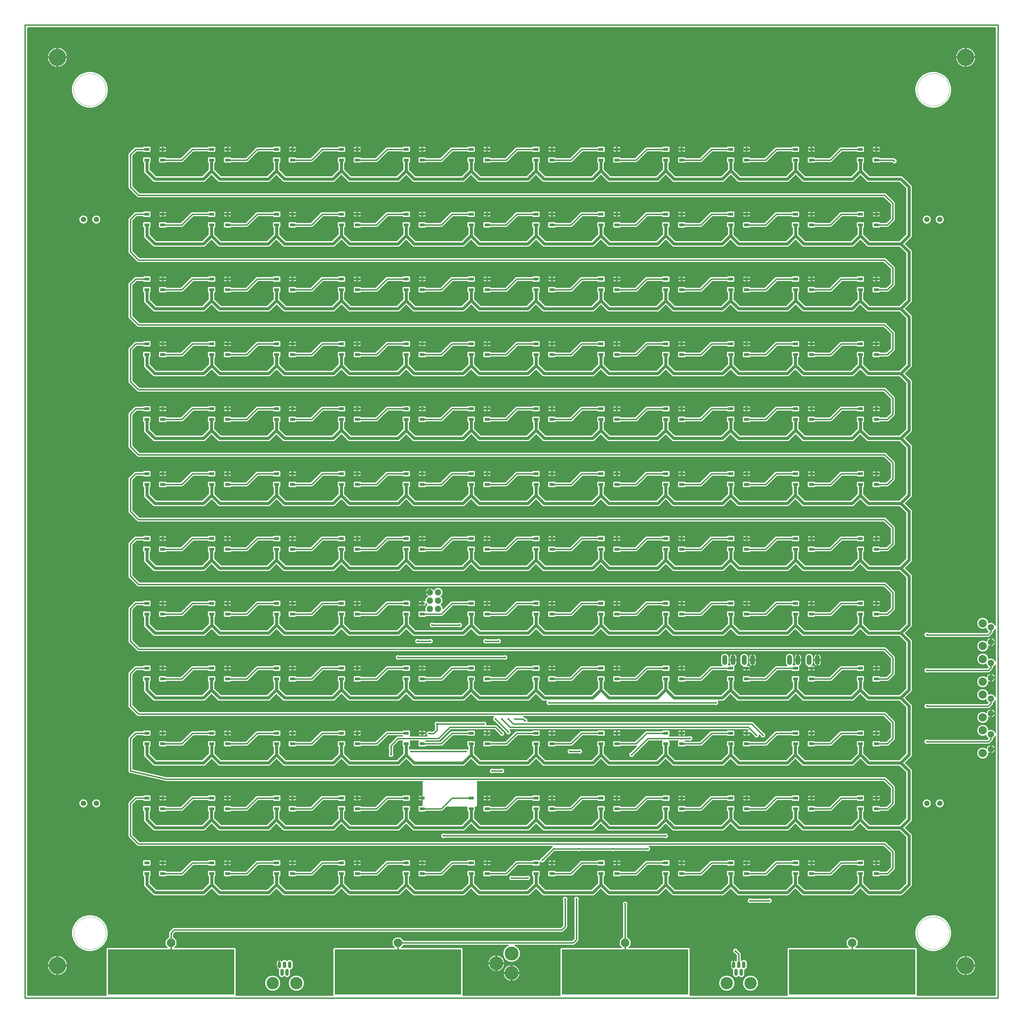
<source format=gbl>
G75*
%MOIN*%
%OFA0B0*%
%FSLAX25Y25*%
%IPPOS*%
%LPD*%
%AMOC8*
5,1,8,0,0,1.08239X$1,22.5*
%
%ADD10C,0.01600*%
%ADD11C,0.00000*%
%ADD12C,0.17000*%
%ADD13C,0.15000*%
%ADD14C,0.04134*%
%ADD15C,0.07600*%
%ADD16OC8,0.10000*%
%ADD17C,0.06600*%
%ADD18R,0.05906X0.03543*%
%ADD19R,1.53543X0.55118*%
%ADD20C,0.21000*%
%ADD21C,0.06000*%
%ADD22C,0.10000*%
%ADD23C,0.02400*%
%ADD24C,0.01200*%
%ADD25C,0.03600*%
D10*
X0001800Y0009496D02*
X1182902Y0009496D01*
X1182902Y1190598D01*
X0001800Y1190598D01*
X0001800Y0009496D01*
X0168926Y0160480D02*
X0192154Y0160480D01*
X0205146Y0173472D01*
X0228375Y0173472D01*
X0247666Y0160480D02*
X0270894Y0160480D01*
X0283887Y0173472D01*
X0307115Y0173472D01*
X0326406Y0160480D02*
X0349635Y0160480D01*
X0362627Y0173472D01*
X0385855Y0173472D01*
X0405146Y0160480D02*
X0428375Y0160480D01*
X0441367Y0173472D01*
X0464595Y0173472D01*
X0483887Y0160480D02*
X0507115Y0160480D01*
X0520107Y0173472D01*
X0543335Y0173472D01*
X0562627Y0160480D02*
X0585855Y0160480D01*
X0598847Y0173472D01*
X0622076Y0173472D01*
X0629753Y0176819D02*
X0643532Y0190598D01*
X0674044Y0190598D01*
X0715383Y0190598D01*
X0757706Y0190598D01*
X0756328Y0173472D02*
X0743335Y0160480D01*
X0720107Y0160480D01*
X0700816Y0173472D02*
X0677587Y0173472D01*
X0664595Y0160480D01*
X0641367Y0160480D01*
X0612036Y0155165D02*
X0592351Y0155165D01*
X0657312Y0129575D02*
X0657312Y0096110D01*
X0653375Y0092173D01*
X0182902Y0092173D01*
X0178965Y0088236D01*
X0178965Y0076425D01*
X0178965Y0040992D01*
X0139595Y0196504D02*
X1045107Y0196504D01*
X1054950Y0186661D01*
X1054950Y0166976D01*
X1048454Y0160480D01*
X1035068Y0160480D01*
X1015776Y0173472D02*
X0992548Y0173472D01*
X0979556Y0160480D01*
X0956328Y0160480D01*
X0937036Y0173472D02*
X0913808Y0173472D01*
X0900816Y0160480D01*
X0877587Y0160480D01*
X0858296Y0173472D02*
X0835068Y0173472D01*
X0822076Y0160480D01*
X0798847Y0160480D01*
X0779556Y0173472D02*
X0756328Y0173472D01*
X0779359Y0206346D02*
X0509674Y0206346D01*
X0507115Y0239220D02*
X0483887Y0239220D01*
X0464595Y0252213D02*
X0441367Y0252213D01*
X0428375Y0239220D01*
X0405146Y0239220D01*
X0385855Y0252213D02*
X0362627Y0252213D01*
X0349635Y0239220D01*
X0326406Y0239220D01*
X0307115Y0252213D02*
X0283887Y0252213D01*
X0270894Y0239220D01*
X0247666Y0239220D01*
X0228375Y0252213D02*
X0205146Y0252213D01*
X0192154Y0239220D01*
X0168926Y0239220D01*
X0149635Y0252213D02*
X0136249Y0252213D01*
X0129753Y0245717D01*
X0129753Y0206346D01*
X0139595Y0196504D01*
X0173060Y0275244D02*
X0129753Y0285087D01*
X0129753Y0324457D01*
X0136249Y0330953D01*
X0149635Y0330953D01*
X0168926Y0317961D02*
X0192154Y0317961D01*
X0205146Y0330953D01*
X0228375Y0330953D01*
X0247666Y0317961D02*
X0270894Y0317961D01*
X0283887Y0330953D01*
X0307115Y0330953D01*
X0326406Y0317961D02*
X0349635Y0317961D01*
X0362627Y0330953D01*
X0385855Y0330953D01*
X0405146Y0317961D02*
X0428375Y0317961D01*
X0441367Y0330953D01*
X0464595Y0330953D01*
X0454556Y0324457D02*
X0503769Y0324457D01*
X0517548Y0338236D01*
X0572666Y0338236D01*
X0580540Y0330362D01*
X0588414Y0332331D02*
X0572666Y0348079D01*
X0580540Y0348079D02*
X0590383Y0338236D01*
X0879753Y0338236D01*
X0889595Y0328394D01*
X0897469Y0328394D02*
X0883690Y0342173D01*
X0594320Y0342173D01*
X0588414Y0348079D01*
X0596288Y0348079D02*
X0606131Y0348079D01*
X0608099Y0346110D01*
X0608717Y0346110D01*
X0598847Y0330953D02*
X0585855Y0317961D01*
X0562627Y0317961D01*
X0543335Y0330953D02*
X0520107Y0330953D01*
X0507115Y0317961D01*
X0483887Y0317961D01*
X0491957Y0330362D02*
X0497863Y0330362D01*
X0501800Y0334299D01*
X0501800Y0342173D01*
X0558887Y0342173D01*
X0537233Y0308709D02*
X0470304Y0308709D01*
X0454556Y0324457D02*
X0445993Y0315894D01*
X0445993Y0312646D01*
X0445993Y0304772D01*
X0507115Y0239220D02*
X0520107Y0252213D01*
X0543335Y0252213D01*
X0562627Y0239220D02*
X0585855Y0239220D01*
X0598847Y0252213D01*
X0622076Y0252213D01*
X0641367Y0239220D02*
X0664595Y0239220D01*
X0677587Y0252213D01*
X0700816Y0252213D01*
X0720107Y0239220D02*
X0743335Y0239220D01*
X0756328Y0252213D01*
X0779556Y0252213D01*
X0798847Y0239220D02*
X0822076Y0239220D01*
X0835068Y0252213D01*
X0858296Y0252213D01*
X0877587Y0239220D02*
X0900816Y0239220D01*
X0913808Y0252213D01*
X0937036Y0252213D01*
X0956328Y0239220D02*
X0979556Y0239220D01*
X0992548Y0252213D01*
X1015776Y0252213D01*
X1035068Y0239220D02*
X1048454Y0239220D01*
X1054950Y0245717D01*
X1054950Y0265402D01*
X1045107Y0275244D01*
X0173060Y0275244D01*
X0139595Y0353984D02*
X1045107Y0353984D01*
X1054950Y0344142D01*
X1054950Y0324457D01*
X1048454Y0317961D01*
X1035068Y0317961D01*
X1015776Y0330953D02*
X0992548Y0330953D01*
X0979556Y0317961D01*
X0956328Y0317961D01*
X0937036Y0330953D02*
X0913808Y0330953D01*
X0900816Y0317961D01*
X0877587Y0317961D01*
X0858296Y0330953D02*
X0835068Y0330953D01*
X0822076Y0317961D01*
X0798847Y0317961D01*
X0808887Y0324457D02*
X0757706Y0324457D01*
X0738020Y0304772D01*
X0743335Y0317961D02*
X0756328Y0330953D01*
X0779556Y0330953D01*
X0743335Y0317961D02*
X0720107Y0317961D01*
X0700816Y0330953D02*
X0677587Y0330953D01*
X0664595Y0317961D01*
X0641367Y0317961D01*
X0663217Y0308709D02*
X0675028Y0308709D01*
X0622076Y0330953D02*
X0598847Y0330953D01*
X0637627Y0367764D02*
X0840383Y0367764D01*
X0822076Y0396701D02*
X0798847Y0396701D01*
X0822076Y0396701D02*
X0835068Y0409693D01*
X0858296Y0409693D01*
X0877587Y0396701D02*
X0900816Y0396701D01*
X0913808Y0409693D01*
X0937036Y0409693D01*
X0956328Y0396701D02*
X0979556Y0396701D01*
X0992548Y0409693D01*
X1015776Y0409693D01*
X1035068Y0396701D02*
X1048454Y0396701D01*
X1054950Y0403197D01*
X1054950Y0422882D01*
X1045107Y0432724D01*
X0139595Y0432724D01*
X0129753Y0442567D01*
X0129753Y0481937D01*
X0136249Y0488433D01*
X0149635Y0488433D01*
X0168926Y0475441D02*
X0192154Y0475441D01*
X0205146Y0488433D01*
X0228375Y0488433D01*
X0247666Y0475441D02*
X0270894Y0475441D01*
X0283887Y0488433D01*
X0307115Y0488433D01*
X0326406Y0475441D02*
X0349635Y0475441D01*
X0362627Y0488433D01*
X0385855Y0488433D01*
X0405146Y0475441D02*
X0428375Y0475441D01*
X0441367Y0488433D01*
X0464595Y0488433D01*
X0483887Y0475441D02*
X0507115Y0475441D01*
X0520107Y0488433D01*
X0543335Y0488433D01*
X0562627Y0475441D02*
X0585855Y0475441D01*
X0598847Y0488433D01*
X0622076Y0488433D01*
X0641367Y0475441D02*
X0664595Y0475441D01*
X0677587Y0488433D01*
X0700816Y0488433D01*
X0720107Y0475441D02*
X0743335Y0475441D01*
X0756328Y0488433D01*
X0779556Y0488433D01*
X0798847Y0475441D02*
X0822076Y0475441D01*
X0835068Y0488433D01*
X0858296Y0488433D01*
X0877587Y0475441D02*
X0900816Y0475441D01*
X0913808Y0488433D01*
X0937036Y0488433D01*
X0956328Y0475441D02*
X0979556Y0475441D01*
X0992548Y0488433D01*
X1015776Y0488433D01*
X1035068Y0475441D02*
X1048454Y0475441D01*
X1054950Y0481937D01*
X1054950Y0501622D01*
X1045107Y0511465D01*
X0139595Y0511465D01*
X0129753Y0521307D01*
X0129753Y0560677D01*
X0136249Y0567173D01*
X0149635Y0567173D01*
X0168926Y0554181D02*
X0192154Y0554181D01*
X0205146Y0567173D01*
X0228375Y0567173D01*
X0247666Y0554181D02*
X0270894Y0554181D01*
X0283887Y0567173D01*
X0307115Y0567173D01*
X0326406Y0554181D02*
X0349635Y0554181D01*
X0362627Y0567173D01*
X0385855Y0567173D01*
X0405146Y0554181D02*
X0428375Y0554181D01*
X0441367Y0567173D01*
X0464595Y0567173D01*
X0483887Y0554181D02*
X0507115Y0554181D01*
X0520107Y0567173D01*
X0543335Y0567173D01*
X0562627Y0554181D02*
X0585855Y0554181D01*
X0598847Y0567173D01*
X0622076Y0567173D01*
X0641367Y0554181D02*
X0664595Y0554181D01*
X0677587Y0567173D01*
X0700816Y0567173D01*
X0720107Y0554181D02*
X0743335Y0554181D01*
X0756328Y0567173D01*
X0779556Y0567173D01*
X0798847Y0554181D02*
X0822076Y0554181D01*
X0835068Y0567173D01*
X0858296Y0567173D01*
X0877587Y0554181D02*
X0900816Y0554181D01*
X0913808Y0567173D01*
X0937036Y0567173D01*
X0956328Y0554181D02*
X0979556Y0554181D01*
X0992548Y0567173D01*
X1015776Y0567173D01*
X1035068Y0554181D02*
X1048454Y0554181D01*
X1054950Y0560677D01*
X1054950Y0580362D01*
X1045107Y0590205D01*
X0139595Y0590205D01*
X0129753Y0600047D01*
X0129753Y0639417D01*
X0136249Y0645913D01*
X0149635Y0645913D01*
X0168926Y0632921D02*
X0192154Y0632921D01*
X0205146Y0645913D01*
X0228375Y0645913D01*
X0247666Y0632921D02*
X0270894Y0632921D01*
X0283887Y0645913D01*
X0307115Y0645913D01*
X0326406Y0632921D02*
X0349635Y0632921D01*
X0362627Y0645913D01*
X0385855Y0645913D01*
X0405146Y0632921D02*
X0428375Y0632921D01*
X0441367Y0645913D01*
X0464595Y0645913D01*
X0483887Y0632921D02*
X0507115Y0632921D01*
X0520107Y0645913D01*
X0543335Y0645913D01*
X0562627Y0632921D02*
X0585855Y0632921D01*
X0598847Y0645913D01*
X0622076Y0645913D01*
X0641367Y0632921D02*
X0664595Y0632921D01*
X0677587Y0645913D01*
X0700816Y0645913D01*
X0720107Y0632921D02*
X0743335Y0632921D01*
X0756328Y0645913D01*
X0779556Y0645913D01*
X0798847Y0632921D02*
X0822076Y0632921D01*
X0835068Y0645913D01*
X0858296Y0645913D01*
X0877587Y0632921D02*
X0900816Y0632921D01*
X0913808Y0645913D01*
X0937036Y0645913D01*
X0956328Y0632921D02*
X0979556Y0632921D01*
X0992548Y0645913D01*
X1015776Y0645913D01*
X1035068Y0632921D02*
X1048454Y0632921D01*
X1054950Y0639417D01*
X1054950Y0659102D01*
X1045107Y0668945D01*
X0139595Y0668945D01*
X0129753Y0678787D01*
X0129753Y0718157D01*
X0136249Y0724654D01*
X0149635Y0724654D01*
X0168926Y0711661D02*
X0192154Y0711661D01*
X0205146Y0724654D01*
X0228375Y0724654D01*
X0247666Y0711661D02*
X0270894Y0711661D01*
X0283887Y0724654D01*
X0307115Y0724654D01*
X0326406Y0711661D02*
X0349635Y0711661D01*
X0362627Y0724654D01*
X0385855Y0724654D01*
X0405146Y0711661D02*
X0428375Y0711661D01*
X0441367Y0724654D01*
X0464595Y0724654D01*
X0483887Y0711661D02*
X0507115Y0711661D01*
X0520107Y0724654D01*
X0543335Y0724654D01*
X0562627Y0711661D02*
X0585855Y0711661D01*
X0598847Y0724654D01*
X0622076Y0724654D01*
X0641367Y0711661D02*
X0664595Y0711661D01*
X0677587Y0724654D01*
X0700816Y0724654D01*
X0720107Y0711661D02*
X0743335Y0711661D01*
X0756328Y0724654D01*
X0779556Y0724654D01*
X0798847Y0711661D02*
X0822076Y0711661D01*
X0835068Y0724654D01*
X0858296Y0724654D01*
X0877587Y0711661D02*
X0900816Y0711661D01*
X0913808Y0724654D01*
X0937036Y0724654D01*
X0956328Y0711661D02*
X0979556Y0711661D01*
X0992548Y0724654D01*
X1015776Y0724654D01*
X1035068Y0711661D02*
X1048454Y0711661D01*
X1054950Y0718157D01*
X1054950Y0737843D01*
X1045107Y0747685D01*
X0139595Y0747685D01*
X0129753Y0757528D01*
X0129753Y0796898D01*
X0136249Y0803394D01*
X0149635Y0803394D01*
X0168926Y0790402D02*
X0192154Y0790402D01*
X0205146Y0803394D01*
X0228375Y0803394D01*
X0247666Y0790402D02*
X0270894Y0790402D01*
X0283887Y0803394D01*
X0307115Y0803394D01*
X0326406Y0790402D02*
X0349635Y0790402D01*
X0362627Y0803394D01*
X0385855Y0803394D01*
X0405146Y0790402D02*
X0428375Y0790402D01*
X0441367Y0803394D01*
X0464595Y0803394D01*
X0483887Y0790402D02*
X0507115Y0790402D01*
X0520107Y0803394D01*
X0543335Y0803394D01*
X0562627Y0790402D02*
X0585855Y0790402D01*
X0598847Y0803394D01*
X0622076Y0803394D01*
X0641367Y0790402D02*
X0664595Y0790402D01*
X0677587Y0803394D01*
X0700816Y0803394D01*
X0720107Y0790402D02*
X0743335Y0790402D01*
X0756328Y0803394D01*
X0779556Y0803394D01*
X0798847Y0790402D02*
X0822076Y0790402D01*
X0835068Y0803394D01*
X0858296Y0803394D01*
X0877587Y0790402D02*
X0900816Y0790402D01*
X0913808Y0803394D01*
X0937036Y0803394D01*
X0956328Y0790402D02*
X0979556Y0790402D01*
X0992548Y0803394D01*
X1015776Y0803394D01*
X1035068Y0790402D02*
X1048454Y0790402D01*
X1054950Y0796898D01*
X1054950Y0816583D01*
X1045107Y0826425D01*
X0139595Y0826425D01*
X0129753Y0836268D01*
X0129753Y0875638D01*
X0136249Y0882134D01*
X0149635Y0882134D01*
X0168926Y0869142D02*
X0192154Y0869142D01*
X0205146Y0882134D01*
X0228375Y0882134D01*
X0247666Y0869142D02*
X0270894Y0869142D01*
X0283887Y0882134D01*
X0307115Y0882134D01*
X0326406Y0869142D02*
X0349635Y0869142D01*
X0362627Y0882134D01*
X0385855Y0882134D01*
X0405146Y0869142D02*
X0428375Y0869142D01*
X0441367Y0882134D01*
X0464595Y0882134D01*
X0483887Y0869142D02*
X0507115Y0869142D01*
X0520107Y0882134D01*
X0543335Y0882134D01*
X0562627Y0869142D02*
X0585855Y0869142D01*
X0598847Y0882134D01*
X0622076Y0882134D01*
X0641367Y0869142D02*
X0664595Y0869142D01*
X0677587Y0882134D01*
X0700816Y0882134D01*
X0720107Y0869142D02*
X0743335Y0869142D01*
X0756328Y0882134D01*
X0779556Y0882134D01*
X0798847Y0869142D02*
X0822076Y0869142D01*
X0835068Y0882134D01*
X0858296Y0882134D01*
X0877587Y0869142D02*
X0900816Y0869142D01*
X0913808Y0882134D01*
X0937036Y0882134D01*
X0956328Y0869142D02*
X0979556Y0869142D01*
X0992548Y0882134D01*
X1015776Y0882134D01*
X1035068Y0869142D02*
X1048454Y0869142D01*
X1054950Y0875638D01*
X1054950Y0895323D01*
X1045107Y0905165D01*
X0139595Y0905165D01*
X0129753Y0915008D01*
X0129753Y0954378D01*
X0136249Y0960874D01*
X0149635Y0960874D01*
X0168926Y0947882D02*
X0192154Y0947882D01*
X0205146Y0960874D01*
X0228375Y0960874D01*
X0247666Y0947882D02*
X0270894Y0947882D01*
X0283887Y0960874D01*
X0307115Y0960874D01*
X0326406Y0947882D02*
X0349635Y0947882D01*
X0362627Y0960874D01*
X0385855Y0960874D01*
X0405146Y0947882D02*
X0428375Y0947882D01*
X0441367Y0960874D01*
X0464595Y0960874D01*
X0483887Y0947882D02*
X0507115Y0947882D01*
X0520107Y0960874D01*
X0543335Y0960874D01*
X0562627Y0947882D02*
X0585855Y0947882D01*
X0598847Y0960874D01*
X0622076Y0960874D01*
X0641367Y0947882D02*
X0664595Y0947882D01*
X0677587Y0960874D01*
X0700816Y0960874D01*
X0720107Y0947882D02*
X0743335Y0947882D01*
X0756328Y0960874D01*
X0779556Y0960874D01*
X0798847Y0947882D02*
X0822076Y0947882D01*
X0835068Y0960874D01*
X0858296Y0960874D01*
X0877587Y0947882D02*
X0900816Y0947882D01*
X0913808Y0960874D01*
X0937036Y0960874D01*
X0956328Y0947882D02*
X0979556Y0947882D01*
X0992548Y0960874D01*
X1015776Y0960874D01*
X1035068Y0947882D02*
X1048454Y0947882D01*
X1054950Y0954378D01*
X1054950Y0974063D01*
X1045107Y0983906D01*
X0139595Y0983906D01*
X0129753Y0993748D01*
X0129753Y1033118D01*
X0136249Y1039614D01*
X0149635Y1039614D01*
X0168926Y1026622D02*
X0192154Y1026622D01*
X0205146Y1039614D01*
X0228375Y1039614D01*
X0247666Y1026622D02*
X0270894Y1026622D01*
X0283887Y1039614D01*
X0307115Y1039614D01*
X0326406Y1026622D02*
X0349635Y1026622D01*
X0362627Y1039614D01*
X0385855Y1039614D01*
X0405146Y1026622D02*
X0428375Y1026622D01*
X0441367Y1039614D01*
X0464595Y1039614D01*
X0483887Y1026622D02*
X0507115Y1026622D01*
X0520107Y1039614D01*
X0543335Y1039614D01*
X0562627Y1026622D02*
X0585855Y1026622D01*
X0598847Y1039614D01*
X0622076Y1039614D01*
X0641367Y1026622D02*
X0664595Y1026622D01*
X0677587Y1039614D01*
X0700816Y1039614D01*
X0720107Y1026622D02*
X0743335Y1026622D01*
X0756328Y1039614D01*
X0779556Y1039614D01*
X0798847Y1026622D02*
X0822076Y1026622D01*
X0835068Y1039614D01*
X0858296Y1039614D01*
X0877587Y1026622D02*
X0900816Y1026622D01*
X0913808Y1039614D01*
X0937036Y1039614D01*
X0956328Y1026622D02*
X0979556Y1026622D01*
X0992548Y1039614D01*
X1015776Y1039614D01*
X1035068Y1026622D02*
X1055540Y1026622D01*
X1056918Y1025244D01*
X1174023Y0459341D02*
X1174023Y0453372D01*
X1170894Y0450244D01*
X1096485Y0450244D01*
X1096288Y0450441D01*
X1096288Y0407134D02*
X1171091Y0407134D01*
X1174023Y0410065D01*
X1174023Y0416034D01*
X1174023Y0372727D02*
X1174023Y0366758D01*
X1171091Y0363827D01*
X1096288Y0363827D01*
X1096288Y0320520D02*
X1171091Y0320520D01*
X1174023Y0323451D01*
X1174023Y0329420D01*
X1005737Y0076425D02*
X1005737Y0040992D01*
X0905343Y0127606D02*
X0881721Y0127606D01*
X0864005Y0066583D02*
X0867942Y0062646D01*
X0867942Y0047764D01*
X0730146Y0040992D02*
X0730146Y0076425D01*
X0730146Y0123669D01*
X0671091Y0129575D02*
X0671091Y0080362D01*
X0667154Y0076425D01*
X0454556Y0076425D01*
X0454556Y0040992D01*
X0568729Y0285087D02*
X0580540Y0285087D01*
X0585855Y0396701D02*
X0562627Y0396701D01*
X0585855Y0396701D02*
X0598847Y0409693D01*
X0622076Y0409693D01*
X0641367Y0396701D02*
X0664595Y0396701D01*
X0677587Y0409693D01*
X0700816Y0409693D01*
X0720107Y0396701D02*
X0743335Y0396701D01*
X0756328Y0409693D01*
X0779556Y0409693D01*
X0584477Y0422882D02*
X0454556Y0422882D01*
X0464595Y0409693D02*
X0441367Y0409693D01*
X0428375Y0396701D01*
X0405146Y0396701D01*
X0385855Y0409693D02*
X0362627Y0409693D01*
X0349635Y0396701D01*
X0326406Y0396701D01*
X0307115Y0409693D02*
X0283887Y0409693D01*
X0270894Y0396701D01*
X0247666Y0396701D01*
X0228375Y0409693D02*
X0205146Y0409693D01*
X0192154Y0396701D01*
X0168926Y0396701D01*
X0149635Y0409693D02*
X0136249Y0409693D01*
X0129753Y0403197D01*
X0129753Y0363827D01*
X0139595Y0353984D01*
X0483887Y0396701D02*
X0507115Y0396701D01*
X0520107Y0409693D01*
X0543335Y0409693D01*
X0560855Y0442567D02*
X0576603Y0442567D01*
X0529359Y0462252D02*
X0495894Y0462252D01*
X0493926Y0442567D02*
X0478178Y0442567D01*
D11*
X0060855Y0088236D02*
X0060861Y0088719D01*
X0060879Y0089202D01*
X0060908Y0089684D01*
X0060950Y0090165D01*
X0061003Y0090646D01*
X0061068Y0091124D01*
X0061145Y0091601D01*
X0061233Y0092076D01*
X0061333Y0092549D01*
X0061445Y0093019D01*
X0061568Y0093486D01*
X0061703Y0093950D01*
X0061849Y0094411D01*
X0062006Y0094868D01*
X0062174Y0095321D01*
X0062353Y0095769D01*
X0062544Y0096213D01*
X0062745Y0096652D01*
X0062957Y0097087D01*
X0063179Y0097515D01*
X0063412Y0097939D01*
X0063656Y0098356D01*
X0063909Y0098767D01*
X0064173Y0099172D01*
X0064446Y0099571D01*
X0064729Y0099962D01*
X0065021Y0100347D01*
X0065323Y0100724D01*
X0065634Y0101094D01*
X0065954Y0101456D01*
X0066283Y0101810D01*
X0066621Y0102155D01*
X0066966Y0102493D01*
X0067320Y0102822D01*
X0067682Y0103142D01*
X0068052Y0103453D01*
X0068429Y0103755D01*
X0068814Y0104047D01*
X0069205Y0104330D01*
X0069604Y0104603D01*
X0070009Y0104867D01*
X0070420Y0105120D01*
X0070837Y0105364D01*
X0071261Y0105597D01*
X0071689Y0105819D01*
X0072124Y0106031D01*
X0072563Y0106232D01*
X0073007Y0106423D01*
X0073455Y0106602D01*
X0073908Y0106770D01*
X0074365Y0106927D01*
X0074826Y0107073D01*
X0075290Y0107208D01*
X0075757Y0107331D01*
X0076227Y0107443D01*
X0076700Y0107543D01*
X0077175Y0107631D01*
X0077652Y0107708D01*
X0078130Y0107773D01*
X0078611Y0107826D01*
X0079092Y0107868D01*
X0079574Y0107897D01*
X0080057Y0107915D01*
X0080540Y0107921D01*
X0081023Y0107915D01*
X0081506Y0107897D01*
X0081988Y0107868D01*
X0082469Y0107826D01*
X0082950Y0107773D01*
X0083428Y0107708D01*
X0083905Y0107631D01*
X0084380Y0107543D01*
X0084853Y0107443D01*
X0085323Y0107331D01*
X0085790Y0107208D01*
X0086254Y0107073D01*
X0086715Y0106927D01*
X0087172Y0106770D01*
X0087625Y0106602D01*
X0088073Y0106423D01*
X0088517Y0106232D01*
X0088956Y0106031D01*
X0089391Y0105819D01*
X0089819Y0105597D01*
X0090243Y0105364D01*
X0090660Y0105120D01*
X0091071Y0104867D01*
X0091476Y0104603D01*
X0091875Y0104330D01*
X0092266Y0104047D01*
X0092651Y0103755D01*
X0093028Y0103453D01*
X0093398Y0103142D01*
X0093760Y0102822D01*
X0094114Y0102493D01*
X0094459Y0102155D01*
X0094797Y0101810D01*
X0095126Y0101456D01*
X0095446Y0101094D01*
X0095757Y0100724D01*
X0096059Y0100347D01*
X0096351Y0099962D01*
X0096634Y0099571D01*
X0096907Y0099172D01*
X0097171Y0098767D01*
X0097424Y0098356D01*
X0097668Y0097939D01*
X0097901Y0097515D01*
X0098123Y0097087D01*
X0098335Y0096652D01*
X0098536Y0096213D01*
X0098727Y0095769D01*
X0098906Y0095321D01*
X0099074Y0094868D01*
X0099231Y0094411D01*
X0099377Y0093950D01*
X0099512Y0093486D01*
X0099635Y0093019D01*
X0099747Y0092549D01*
X0099847Y0092076D01*
X0099935Y0091601D01*
X0100012Y0091124D01*
X0100077Y0090646D01*
X0100130Y0090165D01*
X0100172Y0089684D01*
X0100201Y0089202D01*
X0100219Y0088719D01*
X0100225Y0088236D01*
X0100219Y0087753D01*
X0100201Y0087270D01*
X0100172Y0086788D01*
X0100130Y0086307D01*
X0100077Y0085826D01*
X0100012Y0085348D01*
X0099935Y0084871D01*
X0099847Y0084396D01*
X0099747Y0083923D01*
X0099635Y0083453D01*
X0099512Y0082986D01*
X0099377Y0082522D01*
X0099231Y0082061D01*
X0099074Y0081604D01*
X0098906Y0081151D01*
X0098727Y0080703D01*
X0098536Y0080259D01*
X0098335Y0079820D01*
X0098123Y0079385D01*
X0097901Y0078957D01*
X0097668Y0078533D01*
X0097424Y0078116D01*
X0097171Y0077705D01*
X0096907Y0077300D01*
X0096634Y0076901D01*
X0096351Y0076510D01*
X0096059Y0076125D01*
X0095757Y0075748D01*
X0095446Y0075378D01*
X0095126Y0075016D01*
X0094797Y0074662D01*
X0094459Y0074317D01*
X0094114Y0073979D01*
X0093760Y0073650D01*
X0093398Y0073330D01*
X0093028Y0073019D01*
X0092651Y0072717D01*
X0092266Y0072425D01*
X0091875Y0072142D01*
X0091476Y0071869D01*
X0091071Y0071605D01*
X0090660Y0071352D01*
X0090243Y0071108D01*
X0089819Y0070875D01*
X0089391Y0070653D01*
X0088956Y0070441D01*
X0088517Y0070240D01*
X0088073Y0070049D01*
X0087625Y0069870D01*
X0087172Y0069702D01*
X0086715Y0069545D01*
X0086254Y0069399D01*
X0085790Y0069264D01*
X0085323Y0069141D01*
X0084853Y0069029D01*
X0084380Y0068929D01*
X0083905Y0068841D01*
X0083428Y0068764D01*
X0082950Y0068699D01*
X0082469Y0068646D01*
X0081988Y0068604D01*
X0081506Y0068575D01*
X0081023Y0068557D01*
X0080540Y0068551D01*
X0080057Y0068557D01*
X0079574Y0068575D01*
X0079092Y0068604D01*
X0078611Y0068646D01*
X0078130Y0068699D01*
X0077652Y0068764D01*
X0077175Y0068841D01*
X0076700Y0068929D01*
X0076227Y0069029D01*
X0075757Y0069141D01*
X0075290Y0069264D01*
X0074826Y0069399D01*
X0074365Y0069545D01*
X0073908Y0069702D01*
X0073455Y0069870D01*
X0073007Y0070049D01*
X0072563Y0070240D01*
X0072124Y0070441D01*
X0071689Y0070653D01*
X0071261Y0070875D01*
X0070837Y0071108D01*
X0070420Y0071352D01*
X0070009Y0071605D01*
X0069604Y0071869D01*
X0069205Y0072142D01*
X0068814Y0072425D01*
X0068429Y0072717D01*
X0068052Y0073019D01*
X0067682Y0073330D01*
X0067320Y0073650D01*
X0066966Y0073979D01*
X0066621Y0074317D01*
X0066283Y0074662D01*
X0065954Y0075016D01*
X0065634Y0075378D01*
X0065323Y0075748D01*
X0065021Y0076125D01*
X0064729Y0076510D01*
X0064446Y0076901D01*
X0064173Y0077300D01*
X0063909Y0077705D01*
X0063656Y0078116D01*
X0063412Y0078533D01*
X0063179Y0078957D01*
X0062957Y0079385D01*
X0062745Y0079820D01*
X0062544Y0080259D01*
X0062353Y0080703D01*
X0062174Y0081151D01*
X0062006Y0081604D01*
X0061849Y0082061D01*
X0061703Y0082522D01*
X0061568Y0082986D01*
X0061445Y0083453D01*
X0061333Y0083923D01*
X0061233Y0084396D01*
X0061145Y0084871D01*
X0061068Y0085348D01*
X0061003Y0085826D01*
X0060950Y0086307D01*
X0060908Y0086788D01*
X0060879Y0087270D01*
X0060861Y0087753D01*
X0060855Y0088236D01*
X0060855Y1111858D02*
X0060861Y1112341D01*
X0060879Y1112824D01*
X0060908Y1113306D01*
X0060950Y1113787D01*
X0061003Y1114268D01*
X0061068Y1114746D01*
X0061145Y1115223D01*
X0061233Y1115698D01*
X0061333Y1116171D01*
X0061445Y1116641D01*
X0061568Y1117108D01*
X0061703Y1117572D01*
X0061849Y1118033D01*
X0062006Y1118490D01*
X0062174Y1118943D01*
X0062353Y1119391D01*
X0062544Y1119835D01*
X0062745Y1120274D01*
X0062957Y1120709D01*
X0063179Y1121137D01*
X0063412Y1121561D01*
X0063656Y1121978D01*
X0063909Y1122389D01*
X0064173Y1122794D01*
X0064446Y1123193D01*
X0064729Y1123584D01*
X0065021Y1123969D01*
X0065323Y1124346D01*
X0065634Y1124716D01*
X0065954Y1125078D01*
X0066283Y1125432D01*
X0066621Y1125777D01*
X0066966Y1126115D01*
X0067320Y1126444D01*
X0067682Y1126764D01*
X0068052Y1127075D01*
X0068429Y1127377D01*
X0068814Y1127669D01*
X0069205Y1127952D01*
X0069604Y1128225D01*
X0070009Y1128489D01*
X0070420Y1128742D01*
X0070837Y1128986D01*
X0071261Y1129219D01*
X0071689Y1129441D01*
X0072124Y1129653D01*
X0072563Y1129854D01*
X0073007Y1130045D01*
X0073455Y1130224D01*
X0073908Y1130392D01*
X0074365Y1130549D01*
X0074826Y1130695D01*
X0075290Y1130830D01*
X0075757Y1130953D01*
X0076227Y1131065D01*
X0076700Y1131165D01*
X0077175Y1131253D01*
X0077652Y1131330D01*
X0078130Y1131395D01*
X0078611Y1131448D01*
X0079092Y1131490D01*
X0079574Y1131519D01*
X0080057Y1131537D01*
X0080540Y1131543D01*
X0081023Y1131537D01*
X0081506Y1131519D01*
X0081988Y1131490D01*
X0082469Y1131448D01*
X0082950Y1131395D01*
X0083428Y1131330D01*
X0083905Y1131253D01*
X0084380Y1131165D01*
X0084853Y1131065D01*
X0085323Y1130953D01*
X0085790Y1130830D01*
X0086254Y1130695D01*
X0086715Y1130549D01*
X0087172Y1130392D01*
X0087625Y1130224D01*
X0088073Y1130045D01*
X0088517Y1129854D01*
X0088956Y1129653D01*
X0089391Y1129441D01*
X0089819Y1129219D01*
X0090243Y1128986D01*
X0090660Y1128742D01*
X0091071Y1128489D01*
X0091476Y1128225D01*
X0091875Y1127952D01*
X0092266Y1127669D01*
X0092651Y1127377D01*
X0093028Y1127075D01*
X0093398Y1126764D01*
X0093760Y1126444D01*
X0094114Y1126115D01*
X0094459Y1125777D01*
X0094797Y1125432D01*
X0095126Y1125078D01*
X0095446Y1124716D01*
X0095757Y1124346D01*
X0096059Y1123969D01*
X0096351Y1123584D01*
X0096634Y1123193D01*
X0096907Y1122794D01*
X0097171Y1122389D01*
X0097424Y1121978D01*
X0097668Y1121561D01*
X0097901Y1121137D01*
X0098123Y1120709D01*
X0098335Y1120274D01*
X0098536Y1119835D01*
X0098727Y1119391D01*
X0098906Y1118943D01*
X0099074Y1118490D01*
X0099231Y1118033D01*
X0099377Y1117572D01*
X0099512Y1117108D01*
X0099635Y1116641D01*
X0099747Y1116171D01*
X0099847Y1115698D01*
X0099935Y1115223D01*
X0100012Y1114746D01*
X0100077Y1114268D01*
X0100130Y1113787D01*
X0100172Y1113306D01*
X0100201Y1112824D01*
X0100219Y1112341D01*
X0100225Y1111858D01*
X0100219Y1111375D01*
X0100201Y1110892D01*
X0100172Y1110410D01*
X0100130Y1109929D01*
X0100077Y1109448D01*
X0100012Y1108970D01*
X0099935Y1108493D01*
X0099847Y1108018D01*
X0099747Y1107545D01*
X0099635Y1107075D01*
X0099512Y1106608D01*
X0099377Y1106144D01*
X0099231Y1105683D01*
X0099074Y1105226D01*
X0098906Y1104773D01*
X0098727Y1104325D01*
X0098536Y1103881D01*
X0098335Y1103442D01*
X0098123Y1103007D01*
X0097901Y1102579D01*
X0097668Y1102155D01*
X0097424Y1101738D01*
X0097171Y1101327D01*
X0096907Y1100922D01*
X0096634Y1100523D01*
X0096351Y1100132D01*
X0096059Y1099747D01*
X0095757Y1099370D01*
X0095446Y1099000D01*
X0095126Y1098638D01*
X0094797Y1098284D01*
X0094459Y1097939D01*
X0094114Y1097601D01*
X0093760Y1097272D01*
X0093398Y1096952D01*
X0093028Y1096641D01*
X0092651Y1096339D01*
X0092266Y1096047D01*
X0091875Y1095764D01*
X0091476Y1095491D01*
X0091071Y1095227D01*
X0090660Y1094974D01*
X0090243Y1094730D01*
X0089819Y1094497D01*
X0089391Y1094275D01*
X0088956Y1094063D01*
X0088517Y1093862D01*
X0088073Y1093671D01*
X0087625Y1093492D01*
X0087172Y1093324D01*
X0086715Y1093167D01*
X0086254Y1093021D01*
X0085790Y1092886D01*
X0085323Y1092763D01*
X0084853Y1092651D01*
X0084380Y1092551D01*
X0083905Y1092463D01*
X0083428Y1092386D01*
X0082950Y1092321D01*
X0082469Y1092268D01*
X0081988Y1092226D01*
X0081506Y1092197D01*
X0081023Y1092179D01*
X0080540Y1092173D01*
X0080057Y1092179D01*
X0079574Y1092197D01*
X0079092Y1092226D01*
X0078611Y1092268D01*
X0078130Y1092321D01*
X0077652Y1092386D01*
X0077175Y1092463D01*
X0076700Y1092551D01*
X0076227Y1092651D01*
X0075757Y1092763D01*
X0075290Y1092886D01*
X0074826Y1093021D01*
X0074365Y1093167D01*
X0073908Y1093324D01*
X0073455Y1093492D01*
X0073007Y1093671D01*
X0072563Y1093862D01*
X0072124Y1094063D01*
X0071689Y1094275D01*
X0071261Y1094497D01*
X0070837Y1094730D01*
X0070420Y1094974D01*
X0070009Y1095227D01*
X0069604Y1095491D01*
X0069205Y1095764D01*
X0068814Y1096047D01*
X0068429Y1096339D01*
X0068052Y1096641D01*
X0067682Y1096952D01*
X0067320Y1097272D01*
X0066966Y1097601D01*
X0066621Y1097939D01*
X0066283Y1098284D01*
X0065954Y1098638D01*
X0065634Y1099000D01*
X0065323Y1099370D01*
X0065021Y1099747D01*
X0064729Y1100132D01*
X0064446Y1100523D01*
X0064173Y1100922D01*
X0063909Y1101327D01*
X0063656Y1101738D01*
X0063412Y1102155D01*
X0063179Y1102579D01*
X0062957Y1103007D01*
X0062745Y1103442D01*
X0062544Y1103881D01*
X0062353Y1104325D01*
X0062174Y1104773D01*
X0062006Y1105226D01*
X0061849Y1105683D01*
X0061703Y1106144D01*
X0061568Y1106608D01*
X0061445Y1107075D01*
X0061333Y1107545D01*
X0061233Y1108018D01*
X0061145Y1108493D01*
X0061068Y1108970D01*
X0061003Y1109448D01*
X0060950Y1109929D01*
X0060908Y1110410D01*
X0060879Y1110892D01*
X0060861Y1111375D01*
X0060855Y1111858D01*
X1084477Y1111858D02*
X1084483Y1112341D01*
X1084501Y1112824D01*
X1084530Y1113306D01*
X1084572Y1113787D01*
X1084625Y1114268D01*
X1084690Y1114746D01*
X1084767Y1115223D01*
X1084855Y1115698D01*
X1084955Y1116171D01*
X1085067Y1116641D01*
X1085190Y1117108D01*
X1085325Y1117572D01*
X1085471Y1118033D01*
X1085628Y1118490D01*
X1085796Y1118943D01*
X1085975Y1119391D01*
X1086166Y1119835D01*
X1086367Y1120274D01*
X1086579Y1120709D01*
X1086801Y1121137D01*
X1087034Y1121561D01*
X1087278Y1121978D01*
X1087531Y1122389D01*
X1087795Y1122794D01*
X1088068Y1123193D01*
X1088351Y1123584D01*
X1088643Y1123969D01*
X1088945Y1124346D01*
X1089256Y1124716D01*
X1089576Y1125078D01*
X1089905Y1125432D01*
X1090243Y1125777D01*
X1090588Y1126115D01*
X1090942Y1126444D01*
X1091304Y1126764D01*
X1091674Y1127075D01*
X1092051Y1127377D01*
X1092436Y1127669D01*
X1092827Y1127952D01*
X1093226Y1128225D01*
X1093631Y1128489D01*
X1094042Y1128742D01*
X1094459Y1128986D01*
X1094883Y1129219D01*
X1095311Y1129441D01*
X1095746Y1129653D01*
X1096185Y1129854D01*
X1096629Y1130045D01*
X1097077Y1130224D01*
X1097530Y1130392D01*
X1097987Y1130549D01*
X1098448Y1130695D01*
X1098912Y1130830D01*
X1099379Y1130953D01*
X1099849Y1131065D01*
X1100322Y1131165D01*
X1100797Y1131253D01*
X1101274Y1131330D01*
X1101752Y1131395D01*
X1102233Y1131448D01*
X1102714Y1131490D01*
X1103196Y1131519D01*
X1103679Y1131537D01*
X1104162Y1131543D01*
X1104645Y1131537D01*
X1105128Y1131519D01*
X1105610Y1131490D01*
X1106091Y1131448D01*
X1106572Y1131395D01*
X1107050Y1131330D01*
X1107527Y1131253D01*
X1108002Y1131165D01*
X1108475Y1131065D01*
X1108945Y1130953D01*
X1109412Y1130830D01*
X1109876Y1130695D01*
X1110337Y1130549D01*
X1110794Y1130392D01*
X1111247Y1130224D01*
X1111695Y1130045D01*
X1112139Y1129854D01*
X1112578Y1129653D01*
X1113013Y1129441D01*
X1113441Y1129219D01*
X1113865Y1128986D01*
X1114282Y1128742D01*
X1114693Y1128489D01*
X1115098Y1128225D01*
X1115497Y1127952D01*
X1115888Y1127669D01*
X1116273Y1127377D01*
X1116650Y1127075D01*
X1117020Y1126764D01*
X1117382Y1126444D01*
X1117736Y1126115D01*
X1118081Y1125777D01*
X1118419Y1125432D01*
X1118748Y1125078D01*
X1119068Y1124716D01*
X1119379Y1124346D01*
X1119681Y1123969D01*
X1119973Y1123584D01*
X1120256Y1123193D01*
X1120529Y1122794D01*
X1120793Y1122389D01*
X1121046Y1121978D01*
X1121290Y1121561D01*
X1121523Y1121137D01*
X1121745Y1120709D01*
X1121957Y1120274D01*
X1122158Y1119835D01*
X1122349Y1119391D01*
X1122528Y1118943D01*
X1122696Y1118490D01*
X1122853Y1118033D01*
X1122999Y1117572D01*
X1123134Y1117108D01*
X1123257Y1116641D01*
X1123369Y1116171D01*
X1123469Y1115698D01*
X1123557Y1115223D01*
X1123634Y1114746D01*
X1123699Y1114268D01*
X1123752Y1113787D01*
X1123794Y1113306D01*
X1123823Y1112824D01*
X1123841Y1112341D01*
X1123847Y1111858D01*
X1123841Y1111375D01*
X1123823Y1110892D01*
X1123794Y1110410D01*
X1123752Y1109929D01*
X1123699Y1109448D01*
X1123634Y1108970D01*
X1123557Y1108493D01*
X1123469Y1108018D01*
X1123369Y1107545D01*
X1123257Y1107075D01*
X1123134Y1106608D01*
X1122999Y1106144D01*
X1122853Y1105683D01*
X1122696Y1105226D01*
X1122528Y1104773D01*
X1122349Y1104325D01*
X1122158Y1103881D01*
X1121957Y1103442D01*
X1121745Y1103007D01*
X1121523Y1102579D01*
X1121290Y1102155D01*
X1121046Y1101738D01*
X1120793Y1101327D01*
X1120529Y1100922D01*
X1120256Y1100523D01*
X1119973Y1100132D01*
X1119681Y1099747D01*
X1119379Y1099370D01*
X1119068Y1099000D01*
X1118748Y1098638D01*
X1118419Y1098284D01*
X1118081Y1097939D01*
X1117736Y1097601D01*
X1117382Y1097272D01*
X1117020Y1096952D01*
X1116650Y1096641D01*
X1116273Y1096339D01*
X1115888Y1096047D01*
X1115497Y1095764D01*
X1115098Y1095491D01*
X1114693Y1095227D01*
X1114282Y1094974D01*
X1113865Y1094730D01*
X1113441Y1094497D01*
X1113013Y1094275D01*
X1112578Y1094063D01*
X1112139Y1093862D01*
X1111695Y1093671D01*
X1111247Y1093492D01*
X1110794Y1093324D01*
X1110337Y1093167D01*
X1109876Y1093021D01*
X1109412Y1092886D01*
X1108945Y1092763D01*
X1108475Y1092651D01*
X1108002Y1092551D01*
X1107527Y1092463D01*
X1107050Y1092386D01*
X1106572Y1092321D01*
X1106091Y1092268D01*
X1105610Y1092226D01*
X1105128Y1092197D01*
X1104645Y1092179D01*
X1104162Y1092173D01*
X1103679Y1092179D01*
X1103196Y1092197D01*
X1102714Y1092226D01*
X1102233Y1092268D01*
X1101752Y1092321D01*
X1101274Y1092386D01*
X1100797Y1092463D01*
X1100322Y1092551D01*
X1099849Y1092651D01*
X1099379Y1092763D01*
X1098912Y1092886D01*
X1098448Y1093021D01*
X1097987Y1093167D01*
X1097530Y1093324D01*
X1097077Y1093492D01*
X1096629Y1093671D01*
X1096185Y1093862D01*
X1095746Y1094063D01*
X1095311Y1094275D01*
X1094883Y1094497D01*
X1094459Y1094730D01*
X1094042Y1094974D01*
X1093631Y1095227D01*
X1093226Y1095491D01*
X1092827Y1095764D01*
X1092436Y1096047D01*
X1092051Y1096339D01*
X1091674Y1096641D01*
X1091304Y1096952D01*
X1090942Y1097272D01*
X1090588Y1097601D01*
X1090243Y1097939D01*
X1089905Y1098284D01*
X1089576Y1098638D01*
X1089256Y1099000D01*
X1088945Y1099370D01*
X1088643Y1099747D01*
X1088351Y1100132D01*
X1088068Y1100523D01*
X1087795Y1100922D01*
X1087531Y1101327D01*
X1087278Y1101738D01*
X1087034Y1102155D01*
X1086801Y1102579D01*
X1086579Y1103007D01*
X1086367Y1103442D01*
X1086166Y1103881D01*
X1085975Y1104325D01*
X1085796Y1104773D01*
X1085628Y1105226D01*
X1085471Y1105683D01*
X1085325Y1106144D01*
X1085190Y1106608D01*
X1085067Y1107075D01*
X1084955Y1107545D01*
X1084855Y1108018D01*
X1084767Y1108493D01*
X1084690Y1108970D01*
X1084625Y1109448D01*
X1084572Y1109929D01*
X1084530Y1110410D01*
X1084501Y1110892D01*
X1084483Y1111375D01*
X1084477Y1111858D01*
X1084477Y0088236D02*
X1084483Y0088719D01*
X1084501Y0089202D01*
X1084530Y0089684D01*
X1084572Y0090165D01*
X1084625Y0090646D01*
X1084690Y0091124D01*
X1084767Y0091601D01*
X1084855Y0092076D01*
X1084955Y0092549D01*
X1085067Y0093019D01*
X1085190Y0093486D01*
X1085325Y0093950D01*
X1085471Y0094411D01*
X1085628Y0094868D01*
X1085796Y0095321D01*
X1085975Y0095769D01*
X1086166Y0096213D01*
X1086367Y0096652D01*
X1086579Y0097087D01*
X1086801Y0097515D01*
X1087034Y0097939D01*
X1087278Y0098356D01*
X1087531Y0098767D01*
X1087795Y0099172D01*
X1088068Y0099571D01*
X1088351Y0099962D01*
X1088643Y0100347D01*
X1088945Y0100724D01*
X1089256Y0101094D01*
X1089576Y0101456D01*
X1089905Y0101810D01*
X1090243Y0102155D01*
X1090588Y0102493D01*
X1090942Y0102822D01*
X1091304Y0103142D01*
X1091674Y0103453D01*
X1092051Y0103755D01*
X1092436Y0104047D01*
X1092827Y0104330D01*
X1093226Y0104603D01*
X1093631Y0104867D01*
X1094042Y0105120D01*
X1094459Y0105364D01*
X1094883Y0105597D01*
X1095311Y0105819D01*
X1095746Y0106031D01*
X1096185Y0106232D01*
X1096629Y0106423D01*
X1097077Y0106602D01*
X1097530Y0106770D01*
X1097987Y0106927D01*
X1098448Y0107073D01*
X1098912Y0107208D01*
X1099379Y0107331D01*
X1099849Y0107443D01*
X1100322Y0107543D01*
X1100797Y0107631D01*
X1101274Y0107708D01*
X1101752Y0107773D01*
X1102233Y0107826D01*
X1102714Y0107868D01*
X1103196Y0107897D01*
X1103679Y0107915D01*
X1104162Y0107921D01*
X1104645Y0107915D01*
X1105128Y0107897D01*
X1105610Y0107868D01*
X1106091Y0107826D01*
X1106572Y0107773D01*
X1107050Y0107708D01*
X1107527Y0107631D01*
X1108002Y0107543D01*
X1108475Y0107443D01*
X1108945Y0107331D01*
X1109412Y0107208D01*
X1109876Y0107073D01*
X1110337Y0106927D01*
X1110794Y0106770D01*
X1111247Y0106602D01*
X1111695Y0106423D01*
X1112139Y0106232D01*
X1112578Y0106031D01*
X1113013Y0105819D01*
X1113441Y0105597D01*
X1113865Y0105364D01*
X1114282Y0105120D01*
X1114693Y0104867D01*
X1115098Y0104603D01*
X1115497Y0104330D01*
X1115888Y0104047D01*
X1116273Y0103755D01*
X1116650Y0103453D01*
X1117020Y0103142D01*
X1117382Y0102822D01*
X1117736Y0102493D01*
X1118081Y0102155D01*
X1118419Y0101810D01*
X1118748Y0101456D01*
X1119068Y0101094D01*
X1119379Y0100724D01*
X1119681Y0100347D01*
X1119973Y0099962D01*
X1120256Y0099571D01*
X1120529Y0099172D01*
X1120793Y0098767D01*
X1121046Y0098356D01*
X1121290Y0097939D01*
X1121523Y0097515D01*
X1121745Y0097087D01*
X1121957Y0096652D01*
X1122158Y0096213D01*
X1122349Y0095769D01*
X1122528Y0095321D01*
X1122696Y0094868D01*
X1122853Y0094411D01*
X1122999Y0093950D01*
X1123134Y0093486D01*
X1123257Y0093019D01*
X1123369Y0092549D01*
X1123469Y0092076D01*
X1123557Y0091601D01*
X1123634Y0091124D01*
X1123699Y0090646D01*
X1123752Y0090165D01*
X1123794Y0089684D01*
X1123823Y0089202D01*
X1123841Y0088719D01*
X1123847Y0088236D01*
X1123841Y0087753D01*
X1123823Y0087270D01*
X1123794Y0086788D01*
X1123752Y0086307D01*
X1123699Y0085826D01*
X1123634Y0085348D01*
X1123557Y0084871D01*
X1123469Y0084396D01*
X1123369Y0083923D01*
X1123257Y0083453D01*
X1123134Y0082986D01*
X1122999Y0082522D01*
X1122853Y0082061D01*
X1122696Y0081604D01*
X1122528Y0081151D01*
X1122349Y0080703D01*
X1122158Y0080259D01*
X1121957Y0079820D01*
X1121745Y0079385D01*
X1121523Y0078957D01*
X1121290Y0078533D01*
X1121046Y0078116D01*
X1120793Y0077705D01*
X1120529Y0077300D01*
X1120256Y0076901D01*
X1119973Y0076510D01*
X1119681Y0076125D01*
X1119379Y0075748D01*
X1119068Y0075378D01*
X1118748Y0075016D01*
X1118419Y0074662D01*
X1118081Y0074317D01*
X1117736Y0073979D01*
X1117382Y0073650D01*
X1117020Y0073330D01*
X1116650Y0073019D01*
X1116273Y0072717D01*
X1115888Y0072425D01*
X1115497Y0072142D01*
X1115098Y0071869D01*
X1114693Y0071605D01*
X1114282Y0071352D01*
X1113865Y0071108D01*
X1113441Y0070875D01*
X1113013Y0070653D01*
X1112578Y0070441D01*
X1112139Y0070240D01*
X1111695Y0070049D01*
X1111247Y0069870D01*
X1110794Y0069702D01*
X1110337Y0069545D01*
X1109876Y0069399D01*
X1109412Y0069264D01*
X1108945Y0069141D01*
X1108475Y0069029D01*
X1108002Y0068929D01*
X1107527Y0068841D01*
X1107050Y0068764D01*
X1106572Y0068699D01*
X1106091Y0068646D01*
X1105610Y0068604D01*
X1105128Y0068575D01*
X1104645Y0068557D01*
X1104162Y0068551D01*
X1103679Y0068557D01*
X1103196Y0068575D01*
X1102714Y0068604D01*
X1102233Y0068646D01*
X1101752Y0068699D01*
X1101274Y0068764D01*
X1100797Y0068841D01*
X1100322Y0068929D01*
X1099849Y0069029D01*
X1099379Y0069141D01*
X1098912Y0069264D01*
X1098448Y0069399D01*
X1097987Y0069545D01*
X1097530Y0069702D01*
X1097077Y0069870D01*
X1096629Y0070049D01*
X1096185Y0070240D01*
X1095746Y0070441D01*
X1095311Y0070653D01*
X1094883Y0070875D01*
X1094459Y0071108D01*
X1094042Y0071352D01*
X1093631Y0071605D01*
X1093226Y0071869D01*
X1092827Y0072142D01*
X1092436Y0072425D01*
X1092051Y0072717D01*
X1091674Y0073019D01*
X1091304Y0073330D01*
X1090942Y0073650D01*
X1090588Y0073979D01*
X1090243Y0074317D01*
X1089905Y0074662D01*
X1089576Y0075016D01*
X1089256Y0075378D01*
X1088945Y0075748D01*
X1088643Y0076125D01*
X1088351Y0076510D01*
X1088068Y0076901D01*
X1087795Y0077300D01*
X1087531Y0077705D01*
X1087278Y0078116D01*
X1087034Y0078533D01*
X1086801Y0078957D01*
X1086579Y0079385D01*
X1086367Y0079820D01*
X1086166Y0080259D01*
X1085975Y0080703D01*
X1085796Y0081151D01*
X1085628Y0081604D01*
X1085471Y0082061D01*
X1085325Y0082522D01*
X1085190Y0082986D01*
X1085067Y0083453D01*
X1084955Y0083923D01*
X1084855Y0084396D01*
X1084767Y0084871D01*
X1084690Y0085348D01*
X1084625Y0085826D01*
X1084572Y0086307D01*
X1084530Y0086788D01*
X1084501Y0087270D01*
X1084483Y0087753D01*
X1084477Y0088236D01*
D12*
X0592351Y0063433D03*
X0573847Y0051622D03*
X0592351Y0039811D03*
D13*
X0331131Y0027488D03*
X0302391Y0027488D03*
X0853572Y0027488D03*
X0882312Y0027488D03*
D14*
X0871091Y0038512D02*
X0871091Y0042646D01*
X0867942Y0047764D02*
X0867942Y0051898D01*
X0874241Y0051898D02*
X0874241Y0047764D01*
X0864792Y0042646D02*
X0864792Y0038512D01*
X0861643Y0047764D02*
X0861643Y0051898D01*
X0323060Y0051898D02*
X0323060Y0047764D01*
X0319910Y0042646D02*
X0319910Y0038512D01*
X0313611Y0038512D02*
X0313611Y0042646D01*
X0310461Y0047764D02*
X0310461Y0051898D01*
X0316761Y0051898D02*
X0316761Y0047764D01*
D15*
X0493178Y0481780D03*
X0493178Y0491780D03*
X0493178Y0501780D03*
X0503178Y0501780D03*
X0503178Y0491780D03*
X0503178Y0481780D03*
X1174023Y0459341D03*
X1174023Y0441541D03*
X1174023Y0416034D03*
X1174023Y0398234D03*
X1174023Y0372727D03*
X1174023Y0354927D03*
X1174023Y0329420D03*
X1174023Y0311620D03*
D16*
X1005737Y0076425D03*
X0730146Y0076425D03*
X0454556Y0076425D03*
X0178965Y0076425D03*
D17*
X0088414Y0245717D03*
X0072666Y0245717D03*
X0072666Y0954378D03*
X0088414Y0954378D03*
X1096288Y0954378D03*
X1112036Y0954378D03*
X1112036Y0245717D03*
X1096288Y0245717D03*
D18*
X1035068Y0252213D03*
X1035068Y0239220D03*
X1015776Y0239220D03*
X1015776Y0252213D03*
X0956328Y0252213D03*
X0956328Y0239220D03*
X0937036Y0239220D03*
X0937036Y0252213D03*
X0877587Y0252213D03*
X0877587Y0239220D03*
X0858296Y0239220D03*
X0858296Y0252213D03*
X0798847Y0252213D03*
X0798847Y0239220D03*
X0779556Y0239220D03*
X0779556Y0252213D03*
X0720107Y0252213D03*
X0720107Y0239220D03*
X0700816Y0239220D03*
X0700816Y0252213D03*
X0641367Y0252213D03*
X0641367Y0239220D03*
X0622076Y0239220D03*
X0622076Y0252213D03*
X0562627Y0252213D03*
X0562627Y0239220D03*
X0543335Y0239220D03*
X0543335Y0252213D03*
X0483887Y0252213D03*
X0483887Y0239220D03*
X0464595Y0239220D03*
X0464595Y0252213D03*
X0405146Y0252213D03*
X0405146Y0239220D03*
X0385855Y0239220D03*
X0385855Y0252213D03*
X0326406Y0252213D03*
X0326406Y0239220D03*
X0307115Y0239220D03*
X0307115Y0252213D03*
X0247666Y0252213D03*
X0247666Y0239220D03*
X0228375Y0239220D03*
X0228375Y0252213D03*
X0168926Y0252213D03*
X0168926Y0239220D03*
X0149635Y0239220D03*
X0149635Y0252213D03*
X0149635Y0317961D03*
X0149635Y0330953D03*
X0168926Y0330953D03*
X0168926Y0317961D03*
X0228375Y0317961D03*
X0228375Y0330953D03*
X0247666Y0330953D03*
X0247666Y0317961D03*
X0307115Y0317961D03*
X0307115Y0330953D03*
X0326406Y0330953D03*
X0326406Y0317961D03*
X0385855Y0317961D03*
X0385855Y0330953D03*
X0405146Y0330953D03*
X0405146Y0317961D03*
X0464595Y0317961D03*
X0464595Y0330953D03*
X0483887Y0330953D03*
X0483887Y0317961D03*
X0543335Y0317961D03*
X0543335Y0330953D03*
X0562627Y0330953D03*
X0562627Y0317961D03*
X0622076Y0317961D03*
X0622076Y0330953D03*
X0641367Y0330953D03*
X0641367Y0317961D03*
X0700816Y0317961D03*
X0700816Y0330953D03*
X0720107Y0330953D03*
X0720107Y0317961D03*
X0779556Y0317961D03*
X0779556Y0330953D03*
X0798847Y0330953D03*
X0798847Y0317961D03*
X0858296Y0317961D03*
X0858296Y0330953D03*
X0877587Y0330953D03*
X0877587Y0317961D03*
X0937036Y0317961D03*
X0937036Y0330953D03*
X0956328Y0330953D03*
X0956328Y0317961D03*
X1015776Y0317961D03*
X1015776Y0330953D03*
X1035068Y0330953D03*
X1035068Y0317961D03*
X1035068Y0396701D03*
X1035068Y0409693D03*
X1015776Y0409693D03*
X1015776Y0396701D03*
X0956328Y0396701D03*
X0956328Y0409693D03*
X0937036Y0409693D03*
X0937036Y0396701D03*
X0877587Y0396701D03*
X0877587Y0409693D03*
X0858296Y0409693D03*
X0858296Y0396701D03*
X0798847Y0396701D03*
X0798847Y0409693D03*
X0779556Y0409693D03*
X0779556Y0396701D03*
X0720107Y0396701D03*
X0720107Y0409693D03*
X0700816Y0409693D03*
X0700816Y0396701D03*
X0641367Y0396701D03*
X0641367Y0409693D03*
X0622076Y0409693D03*
X0622076Y0396701D03*
X0562627Y0396701D03*
X0562627Y0409693D03*
X0543335Y0409693D03*
X0543335Y0396701D03*
X0483887Y0396701D03*
X0483887Y0409693D03*
X0464595Y0409693D03*
X0464595Y0396701D03*
X0405146Y0396701D03*
X0405146Y0409693D03*
X0385855Y0409693D03*
X0385855Y0396701D03*
X0326406Y0396701D03*
X0326406Y0409693D03*
X0307115Y0409693D03*
X0307115Y0396701D03*
X0247666Y0396701D03*
X0247666Y0409693D03*
X0228375Y0409693D03*
X0228375Y0396701D03*
X0168926Y0396701D03*
X0168926Y0409693D03*
X0149635Y0409693D03*
X0149635Y0396701D03*
X0149635Y0475441D03*
X0149635Y0488433D03*
X0168926Y0488433D03*
X0168926Y0475441D03*
X0228375Y0475441D03*
X0228375Y0488433D03*
X0247666Y0488433D03*
X0247666Y0475441D03*
X0307115Y0475441D03*
X0307115Y0488433D03*
X0326406Y0488433D03*
X0326406Y0475441D03*
X0385855Y0475441D03*
X0385855Y0488433D03*
X0405146Y0488433D03*
X0405146Y0475441D03*
X0464595Y0475441D03*
X0464595Y0488433D03*
X0483887Y0488433D03*
X0483887Y0475441D03*
X0543335Y0475441D03*
X0543335Y0488433D03*
X0562627Y0488433D03*
X0562627Y0475441D03*
X0622076Y0475441D03*
X0622076Y0488433D03*
X0641367Y0488433D03*
X0641367Y0475441D03*
X0700816Y0475441D03*
X0700816Y0488433D03*
X0720107Y0488433D03*
X0720107Y0475441D03*
X0779556Y0475441D03*
X0779556Y0488433D03*
X0798847Y0488433D03*
X0798847Y0475441D03*
X0858296Y0475441D03*
X0858296Y0488433D03*
X0877587Y0488433D03*
X0877587Y0475441D03*
X0937036Y0475441D03*
X0937036Y0488433D03*
X0956328Y0488433D03*
X0956328Y0475441D03*
X1015776Y0475441D03*
X1015776Y0488433D03*
X1035068Y0488433D03*
X1035068Y0475441D03*
X1035068Y0554181D03*
X1035068Y0567173D03*
X1015776Y0567173D03*
X1015776Y0554181D03*
X0956328Y0554181D03*
X0956328Y0567173D03*
X0937036Y0567173D03*
X0937036Y0554181D03*
X0877587Y0554181D03*
X0877587Y0567173D03*
X0858296Y0567173D03*
X0858296Y0554181D03*
X0798847Y0554181D03*
X0798847Y0567173D03*
X0779556Y0567173D03*
X0779556Y0554181D03*
X0720107Y0554181D03*
X0720107Y0567173D03*
X0700816Y0567173D03*
X0700816Y0554181D03*
X0641367Y0554181D03*
X0641367Y0567173D03*
X0622076Y0567173D03*
X0622076Y0554181D03*
X0562627Y0554181D03*
X0562627Y0567173D03*
X0543335Y0567173D03*
X0543335Y0554181D03*
X0483887Y0554181D03*
X0483887Y0567173D03*
X0464595Y0567173D03*
X0464595Y0554181D03*
X0405146Y0554181D03*
X0405146Y0567173D03*
X0385855Y0567173D03*
X0385855Y0554181D03*
X0326406Y0554181D03*
X0326406Y0567173D03*
X0307115Y0567173D03*
X0307115Y0554181D03*
X0247666Y0554181D03*
X0247666Y0567173D03*
X0228375Y0567173D03*
X0228375Y0554181D03*
X0168926Y0554181D03*
X0168926Y0567173D03*
X0149635Y0567173D03*
X0149635Y0554181D03*
X0149635Y0632921D03*
X0149635Y0645913D03*
X0168926Y0645913D03*
X0168926Y0632921D03*
X0228375Y0632921D03*
X0228375Y0645913D03*
X0247666Y0645913D03*
X0247666Y0632921D03*
X0307115Y0632921D03*
X0307115Y0645913D03*
X0326406Y0645913D03*
X0326406Y0632921D03*
X0385855Y0632921D03*
X0385855Y0645913D03*
X0405146Y0645913D03*
X0405146Y0632921D03*
X0464595Y0632921D03*
X0464595Y0645913D03*
X0483887Y0645913D03*
X0483887Y0632921D03*
X0543335Y0632921D03*
X0543335Y0645913D03*
X0562627Y0645913D03*
X0562627Y0632921D03*
X0622076Y0632921D03*
X0622076Y0645913D03*
X0641367Y0645913D03*
X0641367Y0632921D03*
X0700816Y0632921D03*
X0700816Y0645913D03*
X0720107Y0645913D03*
X0720107Y0632921D03*
X0779556Y0632921D03*
X0779556Y0645913D03*
X0798847Y0645913D03*
X0798847Y0632921D03*
X0858296Y0632921D03*
X0858296Y0645913D03*
X0877587Y0645913D03*
X0877587Y0632921D03*
X0937036Y0632921D03*
X0937036Y0645913D03*
X0956328Y0645913D03*
X0956328Y0632921D03*
X1015776Y0632921D03*
X1015776Y0645913D03*
X1035068Y0645913D03*
X1035068Y0632921D03*
X1035068Y0711661D03*
X1035068Y0724654D03*
X1015776Y0724654D03*
X1015776Y0711661D03*
X0956328Y0711661D03*
X0956328Y0724654D03*
X0937036Y0724654D03*
X0937036Y0711661D03*
X0877587Y0711661D03*
X0877587Y0724654D03*
X0858296Y0724654D03*
X0858296Y0711661D03*
X0798847Y0711661D03*
X0798847Y0724654D03*
X0779556Y0724654D03*
X0779556Y0711661D03*
X0720107Y0711661D03*
X0720107Y0724654D03*
X0700816Y0724654D03*
X0700816Y0711661D03*
X0641367Y0711661D03*
X0641367Y0724654D03*
X0622076Y0724654D03*
X0622076Y0711661D03*
X0562627Y0711661D03*
X0562627Y0724654D03*
X0543335Y0724654D03*
X0543335Y0711661D03*
X0483887Y0711661D03*
X0483887Y0724654D03*
X0464595Y0724654D03*
X0464595Y0711661D03*
X0405146Y0711661D03*
X0405146Y0724654D03*
X0385855Y0724654D03*
X0385855Y0711661D03*
X0326406Y0711661D03*
X0326406Y0724654D03*
X0307115Y0724654D03*
X0307115Y0711661D03*
X0247666Y0711661D03*
X0247666Y0724654D03*
X0228375Y0724654D03*
X0228375Y0711661D03*
X0168926Y0711661D03*
X0168926Y0724654D03*
X0149635Y0724654D03*
X0149635Y0711661D03*
X0149635Y0790402D03*
X0149635Y0803394D03*
X0168926Y0803394D03*
X0168926Y0790402D03*
X0228375Y0790402D03*
X0228375Y0803394D03*
X0247666Y0803394D03*
X0247666Y0790402D03*
X0307115Y0790402D03*
X0307115Y0803394D03*
X0326406Y0803394D03*
X0326406Y0790402D03*
X0385855Y0790402D03*
X0385855Y0803394D03*
X0405146Y0803394D03*
X0405146Y0790402D03*
X0464595Y0790402D03*
X0464595Y0803394D03*
X0483887Y0803394D03*
X0483887Y0790402D03*
X0543335Y0790402D03*
X0543335Y0803394D03*
X0562627Y0803394D03*
X0562627Y0790402D03*
X0622076Y0790402D03*
X0622076Y0803394D03*
X0641367Y0803394D03*
X0641367Y0790402D03*
X0700816Y0790402D03*
X0700816Y0803394D03*
X0720107Y0803394D03*
X0720107Y0790402D03*
X0779556Y0790402D03*
X0779556Y0803394D03*
X0798847Y0803394D03*
X0798847Y0790402D03*
X0858296Y0790402D03*
X0858296Y0803394D03*
X0877587Y0803394D03*
X0877587Y0790402D03*
X0937036Y0790402D03*
X0937036Y0803394D03*
X0956328Y0803394D03*
X0956328Y0790402D03*
X1015776Y0790402D03*
X1015776Y0803394D03*
X1035068Y0803394D03*
X1035068Y0790402D03*
X1035068Y0869142D03*
X1035068Y0882134D03*
X1015776Y0882134D03*
X1015776Y0869142D03*
X0956328Y0869142D03*
X0956328Y0882134D03*
X0937036Y0882134D03*
X0937036Y0869142D03*
X0877587Y0869142D03*
X0877587Y0882134D03*
X0858296Y0882134D03*
X0858296Y0869142D03*
X0798847Y0869142D03*
X0798847Y0882134D03*
X0779556Y0882134D03*
X0779556Y0869142D03*
X0720107Y0869142D03*
X0720107Y0882134D03*
X0700816Y0882134D03*
X0700816Y0869142D03*
X0641367Y0869142D03*
X0641367Y0882134D03*
X0622076Y0882134D03*
X0622076Y0869142D03*
X0562627Y0869142D03*
X0562627Y0882134D03*
X0543335Y0882134D03*
X0543335Y0869142D03*
X0483887Y0869142D03*
X0483887Y0882134D03*
X0464595Y0882134D03*
X0464595Y0869142D03*
X0405146Y0869142D03*
X0405146Y0882134D03*
X0385855Y0882134D03*
X0385855Y0869142D03*
X0326406Y0869142D03*
X0326406Y0882134D03*
X0307115Y0882134D03*
X0307115Y0869142D03*
X0247666Y0869142D03*
X0247666Y0882134D03*
X0228375Y0882134D03*
X0228375Y0869142D03*
X0168926Y0869142D03*
X0168926Y0882134D03*
X0149635Y0882134D03*
X0149635Y0869142D03*
X0149635Y0947882D03*
X0149635Y0960874D03*
X0168926Y0960874D03*
X0168926Y0947882D03*
X0228375Y0947882D03*
X0228375Y0960874D03*
X0247666Y0960874D03*
X0247666Y0947882D03*
X0307115Y0947882D03*
X0307115Y0960874D03*
X0326406Y0960874D03*
X0326406Y0947882D03*
X0385855Y0947882D03*
X0385855Y0960874D03*
X0405146Y0960874D03*
X0405146Y0947882D03*
X0464595Y0947882D03*
X0464595Y0960874D03*
X0483887Y0960874D03*
X0483887Y0947882D03*
X0543335Y0947882D03*
X0543335Y0960874D03*
X0562627Y0960874D03*
X0562627Y0947882D03*
X0622076Y0947882D03*
X0622076Y0960874D03*
X0641367Y0960874D03*
X0641367Y0947882D03*
X0700816Y0947882D03*
X0700816Y0960874D03*
X0720107Y0960874D03*
X0720107Y0947882D03*
X0779556Y0947882D03*
X0779556Y0960874D03*
X0798847Y0960874D03*
X0798847Y0947882D03*
X0858296Y0947882D03*
X0858296Y0960874D03*
X0877587Y0960874D03*
X0877587Y0947882D03*
X0937036Y0947882D03*
X0937036Y0960874D03*
X0956328Y0960874D03*
X0956328Y0947882D03*
X1015776Y0947882D03*
X1015776Y0960874D03*
X1035068Y0960874D03*
X1035068Y0947882D03*
X1035068Y1026622D03*
X1035068Y1039614D03*
X1015776Y1039614D03*
X1015776Y1026622D03*
X0956328Y1026622D03*
X0956328Y1039614D03*
X0937036Y1039614D03*
X0937036Y1026622D03*
X0877587Y1026622D03*
X0877587Y1039614D03*
X0858296Y1039614D03*
X0858296Y1026622D03*
X0798847Y1026622D03*
X0798847Y1039614D03*
X0779556Y1039614D03*
X0779556Y1026622D03*
X0720107Y1026622D03*
X0720107Y1039614D03*
X0700816Y1039614D03*
X0700816Y1026622D03*
X0641367Y1026622D03*
X0641367Y1039614D03*
X0622076Y1039614D03*
X0622076Y1026622D03*
X0562627Y1026622D03*
X0562627Y1039614D03*
X0543335Y1039614D03*
X0543335Y1026622D03*
X0483887Y1026622D03*
X0483887Y1039614D03*
X0464595Y1039614D03*
X0464595Y1026622D03*
X0405146Y1026622D03*
X0405146Y1039614D03*
X0385855Y1039614D03*
X0385855Y1026622D03*
X0326406Y1026622D03*
X0326406Y1039614D03*
X0307115Y1039614D03*
X0307115Y1026622D03*
X0247666Y1026622D03*
X0247666Y1039614D03*
X0228375Y1039614D03*
X0228375Y1026622D03*
X0168926Y1026622D03*
X0168926Y1039614D03*
X0149635Y1039614D03*
X0149635Y1026622D03*
X0149635Y0173472D03*
X0149635Y0160480D03*
X0168926Y0160480D03*
X0168926Y0173472D03*
X0228375Y0173472D03*
X0228375Y0160480D03*
X0247666Y0160480D03*
X0247666Y0173472D03*
X0307115Y0173472D03*
X0307115Y0160480D03*
X0326406Y0160480D03*
X0326406Y0173472D03*
X0385855Y0173472D03*
X0385855Y0160480D03*
X0405146Y0160480D03*
X0405146Y0173472D03*
X0464595Y0173472D03*
X0464595Y0160480D03*
X0483887Y0160480D03*
X0483887Y0173472D03*
X0543335Y0173472D03*
X0543335Y0160480D03*
X0562627Y0160480D03*
X0562627Y0173472D03*
X0622076Y0173472D03*
X0622076Y0160480D03*
X0641367Y0160480D03*
X0641367Y0173472D03*
X0700816Y0173472D03*
X0700816Y0160480D03*
X0720107Y0160480D03*
X0720107Y0173472D03*
X0779556Y0173472D03*
X0779556Y0160480D03*
X0798847Y0160480D03*
X0798847Y0173472D03*
X0858296Y0173472D03*
X0858296Y0160480D03*
X0877587Y0160480D03*
X0877587Y0173472D03*
X0937036Y0173472D03*
X0937036Y0160480D03*
X0956328Y0160480D03*
X0956328Y0173472D03*
X1015776Y0173472D03*
X1015776Y0160480D03*
X1035068Y0160480D03*
X1035068Y0173472D03*
D19*
X1005737Y0040992D03*
X0730146Y0040992D03*
X0454556Y0040992D03*
X0178965Y0040992D03*
D20*
X0041170Y0048866D03*
X0041170Y1151228D03*
X1143532Y1151228D03*
X1143532Y0048866D03*
D21*
X0963493Y0416693D02*
X0963493Y0422693D01*
X0953493Y0422693D02*
X0953493Y0416693D01*
X0939871Y0416693D02*
X0939871Y0422693D01*
X0929871Y0422693D02*
X0929871Y0416693D01*
X0884753Y0416693D02*
X0884753Y0422693D01*
X0874753Y0422693D02*
X0874753Y0416693D01*
X0861131Y0416693D02*
X0861131Y0422693D01*
X0851131Y0422693D02*
X0851131Y0416693D01*
D22*
X1164223Y0420934D03*
X1164223Y0436641D03*
X1164223Y0464241D03*
X1164223Y0393334D03*
X1164223Y0377627D03*
X1164223Y0350027D03*
X1164223Y0334320D03*
X1164223Y0306720D03*
D23*
X1096288Y0320520D03*
X1096288Y0363827D03*
X1096288Y0407134D03*
X1096288Y0450441D03*
X0897469Y0328394D03*
X0889595Y0328394D03*
X0840383Y0367764D03*
X0808887Y0324457D03*
X0818729Y0308709D03*
X0738020Y0304772D03*
X0736052Y0269339D03*
X0694713Y0269339D03*
X0653375Y0269339D03*
X0619910Y0287055D03*
X0612036Y0269339D03*
X0580540Y0285087D03*
X0568729Y0285087D03*
X0537233Y0308709D03*
X0517548Y0316583D03*
X0491957Y0330362D03*
X0501800Y0342173D03*
X0470304Y0308709D03*
X0445993Y0312646D03*
X0445993Y0304772D03*
X0489989Y0289024D03*
X0489989Y0281150D03*
X0454158Y0232185D03*
X0509674Y0206346D03*
X0517548Y0186661D03*
X0454556Y0137449D03*
X0592351Y0155165D03*
X0612036Y0155165D03*
X0629753Y0176819D03*
X0643532Y0190598D03*
X0674044Y0190598D03*
X0715383Y0190598D03*
X0757706Y0190598D03*
X0779359Y0206346D03*
X0730146Y0123669D03*
X0671091Y0129575D03*
X0657312Y0129575D03*
X0590383Y0184693D03*
X0651406Y0308709D03*
X0663217Y0308709D03*
X0675028Y0308709D03*
X0690776Y0359890D03*
X0647469Y0359890D03*
X0637627Y0367764D03*
X0608717Y0346110D03*
X0596288Y0348079D03*
X0588414Y0348079D03*
X0580540Y0348079D03*
X0572666Y0348079D03*
X0564792Y0344142D03*
X0558887Y0342173D03*
X0580540Y0330362D03*
X0588414Y0332331D03*
X0596288Y0334299D03*
X0529359Y0403197D03*
X0513611Y0442567D03*
X0529359Y0462252D03*
X0495894Y0462252D03*
X0493926Y0442567D03*
X0478178Y0442567D03*
X0454556Y0422882D03*
X0560855Y0442567D03*
X0576603Y0442567D03*
X0584477Y0422882D03*
X0881721Y0127606D03*
X0905343Y0127606D03*
X0864005Y0066583D03*
X1056918Y1025244D03*
D24*
X1053910Y1023622D02*
X1054036Y1023318D01*
X1054992Y1022362D01*
X1056242Y1021844D01*
X1057594Y1021844D01*
X1058844Y1022362D01*
X1059800Y1023318D01*
X1060318Y1024568D01*
X1060318Y1025920D01*
X1059800Y1027170D01*
X1058844Y1028126D01*
X1057878Y1028526D01*
X1057240Y1029165D01*
X1056137Y1029622D01*
X1039903Y1029622D01*
X1038932Y1030594D01*
X1031204Y1030594D01*
X1029915Y1029305D01*
X1029915Y1023939D01*
X1031204Y1022650D01*
X1038932Y1022650D01*
X1039903Y1023622D01*
X1053910Y1023622D01*
X1053987Y1023437D02*
X1039718Y1023437D01*
X1030417Y1023437D02*
X1020427Y1023437D01*
X1020929Y1023939D02*
X1019776Y1022786D01*
X1019776Y1014893D01*
X1027079Y1007591D01*
X1065588Y1007591D01*
X1067058Y1006982D01*
X1068183Y1005856D01*
X1068183Y1005856D01*
X1076900Y0997139D01*
X1076900Y0997139D01*
X1078026Y0996014D01*
X1078635Y0994544D01*
X1078635Y0933897D01*
X1078026Y0932427D01*
X1070449Y0924850D01*
X1076900Y0918399D01*
X1078026Y0917274D01*
X1078635Y0915804D01*
X1078635Y0855157D01*
X1078026Y0853687D01*
X1070449Y0846110D01*
X1078026Y0838534D01*
X1078635Y0837063D01*
X1078635Y0776417D01*
X1078026Y0774947D01*
X1076900Y0773822D01*
X1070449Y0767370D01*
X1078026Y0759793D01*
X1078635Y0758323D01*
X1078635Y0697677D01*
X1078026Y0696207D01*
X1076900Y0695081D01*
X1070449Y0688630D01*
X1078026Y0681053D01*
X1078635Y0679583D01*
X1078635Y0618937D01*
X1078026Y0617466D01*
X1070449Y0609890D01*
X1076900Y0603438D01*
X1078026Y0602313D01*
X1078635Y0600843D01*
X1078635Y0540196D01*
X1078026Y0538726D01*
X1076900Y0537601D01*
X1076900Y0537601D01*
X1070449Y0531150D01*
X1076900Y0524698D01*
X1078026Y0523573D01*
X1078635Y0522103D01*
X1078635Y0461456D01*
X1078026Y0459986D01*
X1076900Y0458861D01*
X1076900Y0458861D01*
X1070449Y0452409D01*
X1076900Y0445958D01*
X1076900Y0445958D01*
X1078026Y0444833D01*
X1078635Y0443363D01*
X1078635Y0382716D01*
X1078026Y0381246D01*
X1070449Y0373669D01*
X1076900Y0367218D01*
X1078026Y0366093D01*
X1078635Y0364622D01*
X1078635Y0303976D01*
X1078026Y0302506D01*
X1070449Y0294929D01*
X1076900Y0288478D01*
X1078026Y0287352D01*
X1078635Y0285882D01*
X1078635Y0225236D01*
X1078026Y0223766D01*
X1070449Y0216189D01*
X1076900Y0209737D01*
X1078026Y0208612D01*
X1078635Y0207142D01*
X1078635Y0146496D01*
X1078026Y0145026D01*
X1068183Y0135183D01*
X1067058Y0134058D01*
X1065588Y0133449D01*
X1025020Y0133449D01*
X1023550Y0134058D01*
X1015776Y0141831D01*
X1009128Y0135183D01*
X1008003Y0134058D01*
X1006533Y0133449D01*
X0945886Y0133449D01*
X0944416Y0134058D01*
X0936839Y0141634D01*
X0929263Y0134058D01*
X0927792Y0133449D01*
X0867146Y0133449D01*
X0865676Y0134058D01*
X0864551Y0135183D01*
X0858198Y0141536D01*
X0850719Y0134058D01*
X0849249Y0133449D01*
X0788406Y0133449D01*
X0786936Y0134058D01*
X0785811Y0135183D01*
X0779556Y0141438D01*
X0772176Y0134058D01*
X0770706Y0133449D01*
X0709666Y0133449D01*
X0708196Y0134058D01*
X0707070Y0135183D01*
X0700717Y0141536D01*
X0693239Y0134058D01*
X0691769Y0133449D01*
X0630926Y0133449D01*
X0629455Y0134058D01*
X0628330Y0135183D01*
X0628330Y0135183D01*
X0621977Y0141536D01*
X0614499Y0134058D01*
X0613029Y0133449D01*
X0552185Y0133449D01*
X0550715Y0134058D01*
X0549590Y0135183D01*
X0543237Y0141536D01*
X0535759Y0134058D01*
X0534289Y0133449D01*
X0473445Y0133449D01*
X0471975Y0134058D01*
X0470850Y0135183D01*
X0464497Y0141536D01*
X0457019Y0134058D01*
X0455548Y0133449D01*
X0394705Y0133449D01*
X0393235Y0134058D01*
X0392110Y0135183D01*
X0385757Y0141536D01*
X0378278Y0134058D01*
X0376808Y0133449D01*
X0315965Y0133449D01*
X0314495Y0134058D01*
X0313370Y0135183D01*
X0307017Y0141536D01*
X0299538Y0134058D01*
X0298068Y0133449D01*
X0237225Y0133449D01*
X0235755Y0134058D01*
X0234629Y0135183D01*
X0228276Y0141536D01*
X0220798Y0134058D01*
X0219328Y0133449D01*
X0158485Y0133449D01*
X0157014Y0134058D01*
X0155889Y0135183D01*
X0146244Y0144829D01*
X0145635Y0146299D01*
X0145635Y0156645D01*
X0144482Y0157797D01*
X0144482Y0163163D01*
X0145771Y0164452D01*
X0148771Y0164452D01*
X0148839Y0164480D01*
X0150430Y0164480D01*
X0150499Y0164452D01*
X0153499Y0164452D01*
X0154787Y0163163D01*
X0154787Y0157797D01*
X0153635Y0156645D01*
X0153635Y0148751D01*
X0160937Y0141449D01*
X0216875Y0141449D01*
X0224375Y0148948D01*
X0224375Y0156645D01*
X0223222Y0157797D01*
X0223222Y0163163D01*
X0224511Y0164452D01*
X0227511Y0164452D01*
X0227579Y0164480D01*
X0229170Y0164480D01*
X0229239Y0164452D01*
X0232239Y0164452D01*
X0233528Y0163163D01*
X0233528Y0157797D01*
X0232375Y0156645D01*
X0232375Y0148751D01*
X0239677Y0141449D01*
X0295616Y0141449D01*
X0303115Y0148948D01*
X0303115Y0156645D01*
X0301962Y0157797D01*
X0301962Y0163163D01*
X0303251Y0164452D01*
X0306251Y0164452D01*
X0306319Y0164480D01*
X0307911Y0164480D01*
X0307979Y0164452D01*
X0310979Y0164452D01*
X0312268Y0163163D01*
X0312268Y0157797D01*
X0311115Y0156645D01*
X0311115Y0148751D01*
X0318417Y0141449D01*
X0374356Y0141449D01*
X0381855Y0148948D01*
X0381855Y0156645D01*
X0380702Y0157797D01*
X0380702Y0163163D01*
X0381991Y0164452D01*
X0384991Y0164452D01*
X0385059Y0164480D01*
X0386651Y0164480D01*
X0386719Y0164452D01*
X0389719Y0164452D01*
X0391008Y0163163D01*
X0391008Y0157797D01*
X0389855Y0156645D01*
X0389855Y0148751D01*
X0397158Y0141449D01*
X0453096Y0141449D01*
X0460595Y0148948D01*
X0460595Y0156645D01*
X0459443Y0157797D01*
X0459443Y0163163D01*
X0460731Y0164452D01*
X0463731Y0164452D01*
X0463800Y0164480D01*
X0465391Y0164480D01*
X0465459Y0164452D01*
X0468459Y0164452D01*
X0469748Y0163163D01*
X0469748Y0157797D01*
X0468595Y0156645D01*
X0468595Y0148751D01*
X0475898Y0141449D01*
X0531836Y0141449D01*
X0539335Y0148948D01*
X0539335Y0156645D01*
X0538183Y0157797D01*
X0538183Y0163163D01*
X0539471Y0164452D01*
X0542471Y0164452D01*
X0542540Y0164480D01*
X0544131Y0164480D01*
X0544200Y0164452D01*
X0547199Y0164452D01*
X0548488Y0163163D01*
X0548488Y0157797D01*
X0547335Y0156645D01*
X0547335Y0148751D01*
X0554638Y0141449D01*
X0610576Y0141449D01*
X0618076Y0148948D01*
X0618076Y0156645D01*
X0616923Y0157797D01*
X0616923Y0163163D01*
X0618212Y0164452D01*
X0621211Y0164452D01*
X0621280Y0164480D01*
X0622871Y0164480D01*
X0622940Y0164452D01*
X0625940Y0164452D01*
X0627228Y0163163D01*
X0627228Y0157797D01*
X0626076Y0156645D01*
X0626076Y0148751D01*
X0633378Y0141449D01*
X0689316Y0141449D01*
X0696816Y0148948D01*
X0696816Y0156645D01*
X0695663Y0157797D01*
X0695663Y0163163D01*
X0696952Y0164452D01*
X0699952Y0164452D01*
X0700020Y0164480D01*
X0701611Y0164480D01*
X0701680Y0164452D01*
X0704680Y0164452D01*
X0705968Y0163163D01*
X0705968Y0157797D01*
X0704816Y0156645D01*
X0704816Y0148751D01*
X0712118Y0141449D01*
X0768253Y0141449D01*
X0775556Y0148751D01*
X0775556Y0156645D01*
X0774403Y0157797D01*
X0774403Y0163163D01*
X0775692Y0164452D01*
X0778692Y0164452D01*
X0778760Y0164480D01*
X0780352Y0164480D01*
X0780420Y0164452D01*
X0783420Y0164452D01*
X0784709Y0163163D01*
X0784709Y0157797D01*
X0783556Y0156645D01*
X0783556Y0148751D01*
X0790858Y0141449D01*
X0846797Y0141449D01*
X0854296Y0148948D01*
X0854296Y0156645D01*
X0853143Y0157797D01*
X0853143Y0163163D01*
X0854432Y0164452D01*
X0857432Y0164452D01*
X0857500Y0164480D01*
X0859092Y0164480D01*
X0859160Y0164452D01*
X0862160Y0164452D01*
X0863449Y0163163D01*
X0863449Y0157797D01*
X0862296Y0156645D01*
X0862296Y0148751D01*
X0869599Y0141449D01*
X0925340Y0141449D01*
X0932839Y0148948D01*
X0932839Y0156841D01*
X0931883Y0157797D01*
X0931883Y0163163D01*
X0933172Y0164452D01*
X0936172Y0164452D01*
X0936241Y0164480D01*
X0937832Y0164480D01*
X0937900Y0164452D01*
X0940900Y0164452D01*
X0942189Y0163163D01*
X0942189Y0157797D01*
X0940900Y0156509D01*
X0940839Y0156509D01*
X0940839Y0148948D01*
X0948339Y0141449D01*
X1004080Y0141449D01*
X1011776Y0149145D01*
X1011776Y0156645D01*
X1010624Y0157797D01*
X1010624Y0163163D01*
X1011912Y0164452D01*
X1014912Y0164452D01*
X1014981Y0164480D01*
X1016572Y0164480D01*
X1016640Y0164452D01*
X1019640Y0164452D01*
X1020929Y0163163D01*
X1020929Y0157797D01*
X1019776Y0156645D01*
X1019776Y0149145D01*
X1027473Y0141449D01*
X1063135Y0141449D01*
X1070635Y0148948D01*
X1070635Y0204690D01*
X1063135Y0212189D01*
X1024626Y0212189D01*
X1023156Y0212798D01*
X1015580Y0220375D01*
X1009128Y0213923D01*
X1008003Y0212798D01*
X1006533Y0212189D01*
X0945886Y0212189D01*
X0944416Y0212798D01*
X0936839Y0220375D01*
X0930388Y0213923D01*
X0929263Y0212798D01*
X0927792Y0212189D01*
X0867146Y0212189D01*
X0865676Y0212798D01*
X0858099Y0220375D01*
X0851648Y0213923D01*
X0851648Y0213923D01*
X0850523Y0212798D01*
X0849052Y0212189D01*
X0788406Y0212189D01*
X0786936Y0212798D01*
X0779359Y0220375D01*
X0772908Y0213923D01*
X0771782Y0212798D01*
X0770312Y0212189D01*
X0709666Y0212189D01*
X0708196Y0212798D01*
X0700619Y0220375D01*
X0694167Y0213923D01*
X0693042Y0212798D01*
X0691572Y0212189D01*
X0631319Y0212189D01*
X0629849Y0212798D01*
X0622076Y0220571D01*
X0615427Y0213923D01*
X0614302Y0212798D01*
X0612832Y0212189D01*
X0552185Y0212189D01*
X0550715Y0212798D01*
X0543139Y0220375D01*
X0536687Y0213923D01*
X0535562Y0212798D01*
X0534092Y0212189D01*
X0473445Y0212189D01*
X0471975Y0212798D01*
X0464398Y0220375D01*
X0456822Y0212798D01*
X0455352Y0212189D01*
X0394705Y0212189D01*
X0393235Y0212798D01*
X0392110Y0213923D01*
X0385658Y0220375D01*
X0379207Y0213923D01*
X0378082Y0212798D01*
X0376611Y0212189D01*
X0315965Y0212189D01*
X0314495Y0212798D01*
X0306918Y0220375D01*
X0300467Y0213923D01*
X0299341Y0212798D01*
X0297871Y0212189D01*
X0237225Y0212189D01*
X0235755Y0212798D01*
X0228178Y0220375D01*
X0220601Y0212798D01*
X0219131Y0212189D01*
X0158485Y0212189D01*
X0157014Y0212798D01*
X0155889Y0213923D01*
X0146244Y0223569D01*
X0145635Y0225039D01*
X0145635Y0235385D01*
X0144482Y0236538D01*
X0144482Y0241903D01*
X0145771Y0243192D01*
X0148771Y0243192D01*
X0148839Y0243220D01*
X0150430Y0243220D01*
X0150499Y0243192D01*
X0153499Y0243192D01*
X0154787Y0241903D01*
X0154787Y0236538D01*
X0153635Y0235385D01*
X0153635Y0227491D01*
X0160937Y0220189D01*
X0216679Y0220189D01*
X0224178Y0227688D01*
X0224178Y0235582D01*
X0223222Y0236538D01*
X0223222Y0241903D01*
X0224511Y0243192D01*
X0227511Y0243192D01*
X0227579Y0243220D01*
X0229170Y0243220D01*
X0229239Y0243192D01*
X0232239Y0243192D01*
X0233528Y0241903D01*
X0233528Y0236538D01*
X0232239Y0235249D01*
X0232178Y0235249D01*
X0232178Y0227688D01*
X0239677Y0220189D01*
X0295419Y0220189D01*
X0303115Y0227885D01*
X0303115Y0235385D01*
X0301962Y0236538D01*
X0301962Y0241903D01*
X0303251Y0243192D01*
X0306251Y0243192D01*
X0306319Y0243220D01*
X0307911Y0243220D01*
X0307979Y0243192D01*
X0310979Y0243192D01*
X0312268Y0241903D01*
X0312268Y0236538D01*
X0311115Y0235385D01*
X0311115Y0227491D01*
X0318417Y0220189D01*
X0374159Y0220189D01*
X0381855Y0227885D01*
X0381855Y0235385D01*
X0380702Y0236538D01*
X0380702Y0241903D01*
X0381991Y0243192D01*
X0384991Y0243192D01*
X0385059Y0243220D01*
X0386651Y0243220D01*
X0386719Y0243192D01*
X0389719Y0243192D01*
X0391008Y0241903D01*
X0391008Y0236538D01*
X0389855Y0235385D01*
X0389855Y0227491D01*
X0397158Y0220189D01*
X0452899Y0220189D01*
X0460398Y0227688D01*
X0460398Y0235582D01*
X0459443Y0236538D01*
X0459443Y0241903D01*
X0460731Y0243192D01*
X0463731Y0243192D01*
X0463800Y0243220D01*
X0465391Y0243220D01*
X0465459Y0243192D01*
X0468459Y0243192D01*
X0469748Y0241903D01*
X0469748Y0236538D01*
X0468459Y0235249D01*
X0468398Y0235249D01*
X0468398Y0227688D01*
X0475898Y0220189D01*
X0531639Y0220189D01*
X0539335Y0227885D01*
X0539335Y0235385D01*
X0538183Y0236538D01*
X0538183Y0241213D01*
X0513351Y0241213D01*
X0509658Y0237521D01*
X0508814Y0236677D01*
X0507712Y0236220D01*
X0488722Y0236220D01*
X0487751Y0235249D01*
X0480023Y0235249D01*
X0478734Y0236538D01*
X0478734Y0241903D01*
X0480023Y0243192D01*
X0483635Y0243192D01*
X0483635Y0251927D01*
X0483601Y0251927D01*
X0479334Y0251927D01*
X0479334Y0250230D01*
X0479443Y0249823D01*
X0479654Y0249459D01*
X0479951Y0249161D01*
X0480316Y0248950D01*
X0480723Y0248841D01*
X0483601Y0248841D01*
X0483601Y0251927D01*
X0483601Y0252498D01*
X0479334Y0252498D01*
X0479334Y0254195D01*
X0479443Y0254602D01*
X0479654Y0254967D01*
X0479951Y0255265D01*
X0480316Y0255475D01*
X0480723Y0255584D01*
X0483601Y0255584D01*
X0483601Y0252498D01*
X0483635Y0252498D01*
X0483635Y0271884D01*
X0483996Y0272244D01*
X0173314Y0272244D01*
X0172977Y0272186D01*
X0172723Y0272244D01*
X0172463Y0272244D01*
X0172147Y0272375D01*
X0129416Y0282087D01*
X0129156Y0282087D01*
X0128840Y0282218D01*
X0128506Y0282293D01*
X0128294Y0282444D01*
X0128053Y0282543D01*
X0127811Y0282785D01*
X0127532Y0282983D01*
X0127393Y0283203D01*
X0127209Y0283387D01*
X0127078Y0283704D01*
X0126896Y0283993D01*
X0126852Y0284250D01*
X0126753Y0284490D01*
X0126753Y0284832D01*
X0126695Y0285170D01*
X0126753Y0285423D01*
X0126753Y0325053D01*
X0127209Y0326156D01*
X0128053Y0327000D01*
X0128053Y0327000D01*
X0133706Y0332652D01*
X0133706Y0332652D01*
X0134549Y0333496D01*
X0135652Y0333953D01*
X0144799Y0333953D01*
X0145771Y0334924D01*
X0153499Y0334924D01*
X0154787Y0333636D01*
X0154787Y0328270D01*
X0153499Y0326981D01*
X0145771Y0326981D01*
X0144799Y0327953D01*
X0137491Y0327953D01*
X0132753Y0323214D01*
X0132753Y0287481D01*
X0173396Y0278244D01*
X1045704Y0278244D01*
X1046806Y0277787D01*
X1047650Y0276943D01*
X1057493Y0267101D01*
X1057950Y0265998D01*
X1057950Y0245120D01*
X1057493Y0244017D01*
X1056649Y0243173D01*
X1050153Y0236677D01*
X1049050Y0236220D01*
X1039903Y0236220D01*
X1038932Y0235249D01*
X1031204Y0235249D01*
X1029915Y0236538D01*
X1029915Y0241903D01*
X1031204Y0243192D01*
X1038932Y0243192D01*
X1039903Y0242220D01*
X1047211Y0242220D01*
X1051950Y0246959D01*
X1051950Y0264159D01*
X1043864Y0272244D01*
X0550667Y0272244D01*
X0551028Y0271884D01*
X0551028Y0242502D01*
X0549739Y0241213D01*
X0548488Y0241213D01*
X0548488Y0236538D01*
X0547335Y0235385D01*
X0547335Y0227491D01*
X0554638Y0220189D01*
X0610379Y0220189D01*
X0618076Y0227885D01*
X0618076Y0235385D01*
X0616923Y0236538D01*
X0616923Y0241903D01*
X0618212Y0243192D01*
X0621212Y0243192D01*
X0621280Y0243220D01*
X0622871Y0243220D01*
X0622940Y0243192D01*
X0625940Y0243192D01*
X0627228Y0241903D01*
X0627228Y0236538D01*
X0626076Y0235385D01*
X0626076Y0227885D01*
X0633772Y0220189D01*
X0689120Y0220189D01*
X0696816Y0227885D01*
X0696816Y0235385D01*
X0695663Y0236538D01*
X0695663Y0241903D01*
X0696952Y0243192D01*
X0699952Y0243192D01*
X0700020Y0243220D01*
X0701611Y0243220D01*
X0701680Y0243192D01*
X0704680Y0243192D01*
X0705968Y0241903D01*
X0705968Y0236538D01*
X0704816Y0235385D01*
X0704816Y0227491D01*
X0712118Y0220189D01*
X0767860Y0220189D01*
X0775556Y0227885D01*
X0775556Y0235385D01*
X0774403Y0236538D01*
X0774403Y0241903D01*
X0775692Y0243192D01*
X0778692Y0243192D01*
X0778760Y0243220D01*
X0780352Y0243220D01*
X0780420Y0243192D01*
X0783420Y0243192D01*
X0784709Y0241903D01*
X0784709Y0236538D01*
X0783556Y0235385D01*
X0783556Y0227491D01*
X0790858Y0220189D01*
X0846600Y0220189D01*
X0854296Y0227885D01*
X0854296Y0235385D01*
X0853143Y0236538D01*
X0853143Y0241903D01*
X0854432Y0243192D01*
X0857432Y0243192D01*
X0857500Y0243220D01*
X0859092Y0243220D01*
X0859160Y0243192D01*
X0862160Y0243192D01*
X0863449Y0241903D01*
X0863449Y0236538D01*
X0862296Y0235385D01*
X0862296Y0227491D01*
X0869599Y0220189D01*
X0925340Y0220189D01*
X0933036Y0227885D01*
X0933036Y0235385D01*
X0931883Y0236538D01*
X0931883Y0241903D01*
X0933172Y0243192D01*
X0936172Y0243192D01*
X0936241Y0243220D01*
X0937832Y0243220D01*
X0937900Y0243192D01*
X0940900Y0243192D01*
X0942189Y0241903D01*
X0942189Y0236538D01*
X0941036Y0235385D01*
X0941036Y0227491D01*
X0948339Y0220189D01*
X1004080Y0220189D01*
X1011776Y0227885D01*
X1011776Y0235385D01*
X1010624Y0236538D01*
X1010624Y0241903D01*
X1011912Y0243192D01*
X1014912Y0243192D01*
X1014981Y0243220D01*
X1016572Y0243220D01*
X1016640Y0243192D01*
X1019640Y0243192D01*
X1020929Y0241903D01*
X1020929Y0236538D01*
X1019776Y0235385D01*
X1019776Y0227491D01*
X1027079Y0220189D01*
X1063135Y0220189D01*
X1070635Y0227688D01*
X1070635Y0283430D01*
X1063135Y0290929D01*
X1025020Y0290929D01*
X1023550Y0291538D01*
X1015776Y0299312D01*
X1009128Y0292663D01*
X1008003Y0291538D01*
X1006533Y0290929D01*
X0945886Y0290929D01*
X0944416Y0291538D01*
X0936839Y0299115D01*
X0929263Y0291538D01*
X0927792Y0290929D01*
X0867146Y0290929D01*
X0865676Y0291538D01*
X0864551Y0292663D01*
X0858099Y0299115D01*
X0851648Y0292663D01*
X0850523Y0291538D01*
X0849052Y0290929D01*
X0788406Y0290929D01*
X0786936Y0291538D01*
X0779359Y0299115D01*
X0771782Y0291538D01*
X0770312Y0290929D01*
X0709666Y0290929D01*
X0708196Y0291538D01*
X0707070Y0292663D01*
X0700717Y0299016D01*
X0693239Y0291538D01*
X0691769Y0290929D01*
X0630926Y0290929D01*
X0629455Y0291538D01*
X0621977Y0299016D01*
X0614499Y0291538D01*
X0613029Y0290929D01*
X0552185Y0290929D01*
X0550715Y0291538D01*
X0549590Y0292663D01*
X0543237Y0299016D01*
X0535759Y0291538D01*
X0534289Y0290929D01*
X0473445Y0290929D01*
X0471975Y0291538D01*
X0470850Y0292663D01*
X0464497Y0299016D01*
X0457019Y0291538D01*
X0455548Y0290929D01*
X0394705Y0290929D01*
X0393235Y0291538D01*
X0392110Y0292663D01*
X0385757Y0299016D01*
X0378278Y0291538D01*
X0376808Y0290929D01*
X0315965Y0290929D01*
X0314495Y0291538D01*
X0313370Y0292663D01*
X0307017Y0299016D01*
X0299538Y0291538D01*
X0298068Y0290929D01*
X0237225Y0290929D01*
X0235755Y0291538D01*
X0234629Y0292663D01*
X0228276Y0299016D01*
X0220798Y0291538D01*
X0219328Y0290929D01*
X0158485Y0290929D01*
X0157014Y0291538D01*
X0155889Y0292663D01*
X0146244Y0302309D01*
X0145635Y0303779D01*
X0145635Y0314125D01*
X0144482Y0315278D01*
X0144482Y0320644D01*
X0145771Y0321932D01*
X0148771Y0321932D01*
X0148839Y0321961D01*
X0150430Y0321961D01*
X0150499Y0321932D01*
X0153499Y0321932D01*
X0154787Y0320644D01*
X0154787Y0315278D01*
X0153635Y0314125D01*
X0153635Y0306232D01*
X0160937Y0298929D01*
X0216875Y0298929D01*
X0224375Y0306429D01*
X0224375Y0314125D01*
X0223222Y0315278D01*
X0223222Y0320644D01*
X0224511Y0321932D01*
X0227511Y0321932D01*
X0227579Y0321961D01*
X0229170Y0321961D01*
X0229239Y0321932D01*
X0232239Y0321932D01*
X0233528Y0320644D01*
X0233528Y0315278D01*
X0232375Y0314125D01*
X0232375Y0306232D01*
X0239677Y0298929D01*
X0295616Y0298929D01*
X0303115Y0306429D01*
X0303115Y0314125D01*
X0301962Y0315278D01*
X0301962Y0320644D01*
X0303251Y0321932D01*
X0306251Y0321932D01*
X0306319Y0321961D01*
X0307911Y0321961D01*
X0307979Y0321932D01*
X0310979Y0321932D01*
X0312268Y0320644D01*
X0312268Y0315278D01*
X0311115Y0314125D01*
X0311115Y0306232D01*
X0318417Y0298929D01*
X0374356Y0298929D01*
X0381855Y0306429D01*
X0381855Y0314125D01*
X0380702Y0315278D01*
X0380702Y0320644D01*
X0381991Y0321932D01*
X0384991Y0321932D01*
X0385059Y0321961D01*
X0386651Y0321961D01*
X0386719Y0321932D01*
X0389719Y0321932D01*
X0391008Y0320644D01*
X0391008Y0315278D01*
X0389855Y0314125D01*
X0389855Y0306232D01*
X0397158Y0298929D01*
X0453096Y0298929D01*
X0460595Y0306429D01*
X0460595Y0314125D01*
X0459443Y0315278D01*
X0459443Y0320644D01*
X0460256Y0321457D01*
X0455799Y0321457D01*
X0448993Y0314651D01*
X0448993Y0314288D01*
X0449393Y0313322D01*
X0449393Y0311969D01*
X0448993Y0311004D01*
X0448993Y0306414D01*
X0449393Y0305448D01*
X0449393Y0304095D01*
X0448875Y0302846D01*
X0447919Y0301889D01*
X0446669Y0301372D01*
X0445317Y0301372D01*
X0444067Y0301889D01*
X0443111Y0302846D01*
X0442593Y0304095D01*
X0442593Y0305448D01*
X0442993Y0306414D01*
X0442993Y0311004D01*
X0442593Y0311969D01*
X0442593Y0313322D01*
X0442993Y0314288D01*
X0442993Y0316490D01*
X0443450Y0317593D01*
X0444294Y0318437D01*
X0444294Y0318437D01*
X0452013Y0326156D01*
X0452857Y0327000D01*
X0453959Y0327457D01*
X0460256Y0327457D01*
X0459760Y0327953D01*
X0442610Y0327953D01*
X0430074Y0315417D01*
X0428972Y0314961D01*
X0409982Y0314961D01*
X0409010Y0313989D01*
X0401282Y0313989D01*
X0399994Y0315278D01*
X0399994Y0320644D01*
X0401282Y0321932D01*
X0409010Y0321932D01*
X0409982Y0320961D01*
X0427132Y0320961D01*
X0439668Y0333496D01*
X0440770Y0333953D01*
X0459760Y0333953D01*
X0460731Y0334924D01*
X0468459Y0334924D01*
X0469748Y0333636D01*
X0469748Y0328270D01*
X0468935Y0327457D01*
X0490087Y0327457D01*
X0490032Y0327480D01*
X0489075Y0328436D01*
X0488557Y0329686D01*
X0488557Y0331039D01*
X0489075Y0332288D01*
X0490032Y0333245D01*
X0491281Y0333762D01*
X0492634Y0333762D01*
X0493599Y0333362D01*
X0496620Y0333362D01*
X0498800Y0335542D01*
X0498800Y0340531D01*
X0498400Y0341497D01*
X0498400Y0342850D01*
X0498918Y0344099D01*
X0499874Y0345056D01*
X0501124Y0345573D01*
X0502476Y0345573D01*
X0503442Y0345173D01*
X0557245Y0345173D01*
X0558210Y0345573D01*
X0559563Y0345573D01*
X0560813Y0345056D01*
X0561769Y0344099D01*
X0562287Y0342850D01*
X0562287Y0341497D01*
X0562179Y0341236D01*
X0573263Y0341236D01*
X0574366Y0340779D01*
X0581500Y0333645D01*
X0582466Y0333245D01*
X0583423Y0332288D01*
X0583940Y0331039D01*
X0583940Y0329686D01*
X0583423Y0328436D01*
X0582466Y0327480D01*
X0581216Y0326962D01*
X0579864Y0326962D01*
X0578614Y0327480D01*
X0577658Y0328436D01*
X0577258Y0329402D01*
X0571423Y0335236D01*
X0518791Y0335236D01*
X0505468Y0321913D01*
X0504365Y0321457D01*
X0488226Y0321457D01*
X0488722Y0320961D01*
X0505872Y0320961D01*
X0518408Y0333496D01*
X0519510Y0333953D01*
X0538500Y0333953D01*
X0539471Y0334924D01*
X0547199Y0334924D01*
X0548488Y0333636D01*
X0548488Y0328270D01*
X0547199Y0326981D01*
X0539471Y0326981D01*
X0538500Y0327953D01*
X0521350Y0327953D01*
X0508814Y0315417D01*
X0507712Y0314961D01*
X0488722Y0314961D01*
X0487751Y0313989D01*
X0480023Y0313989D01*
X0478734Y0315278D01*
X0478734Y0320644D01*
X0479547Y0321457D01*
X0468935Y0321457D01*
X0469748Y0320644D01*
X0469748Y0315278D01*
X0468595Y0314125D01*
X0468595Y0311681D01*
X0469628Y0312109D01*
X0470980Y0312109D01*
X0471946Y0311709D01*
X0535591Y0311709D01*
X0536557Y0312109D01*
X0537909Y0312109D01*
X0539159Y0311591D01*
X0539335Y0311415D01*
X0539335Y0314125D01*
X0538183Y0315278D01*
X0538183Y0320644D01*
X0539471Y0321932D01*
X0542471Y0321932D01*
X0542540Y0321961D01*
X0544131Y0321961D01*
X0544200Y0321932D01*
X0547199Y0321932D01*
X0548488Y0320644D01*
X0548488Y0315278D01*
X0547335Y0314125D01*
X0547335Y0306232D01*
X0554638Y0298929D01*
X0610576Y0298929D01*
X0618076Y0306428D01*
X0618076Y0314125D01*
X0616923Y0315278D01*
X0616923Y0320644D01*
X0618212Y0321932D01*
X0621212Y0321932D01*
X0621280Y0321961D01*
X0622871Y0321961D01*
X0622940Y0321932D01*
X0625940Y0321932D01*
X0627228Y0320644D01*
X0627228Y0315278D01*
X0626076Y0314125D01*
X0626076Y0306232D01*
X0633378Y0298929D01*
X0689316Y0298929D01*
X0696816Y0306428D01*
X0696816Y0314125D01*
X0695663Y0315278D01*
X0695663Y0320644D01*
X0696952Y0321932D01*
X0699952Y0321932D01*
X0700020Y0321961D01*
X0701611Y0321961D01*
X0701680Y0321932D01*
X0704680Y0321932D01*
X0705968Y0320644D01*
X0705968Y0315278D01*
X0704816Y0314125D01*
X0704816Y0306232D01*
X0712118Y0298929D01*
X0767860Y0298929D01*
X0775359Y0306429D01*
X0775359Y0314322D01*
X0774403Y0315278D01*
X0774403Y0320644D01*
X0775216Y0321457D01*
X0758948Y0321457D01*
X0741303Y0303811D01*
X0740903Y0302846D01*
X0739946Y0301889D01*
X0738697Y0301372D01*
X0737344Y0301372D01*
X0736095Y0301889D01*
X0735138Y0302846D01*
X0734620Y0304095D01*
X0734620Y0305448D01*
X0735138Y0306698D01*
X0736095Y0307654D01*
X0737060Y0308054D01*
X0743991Y0314985D01*
X0743932Y0314961D01*
X0724943Y0314961D01*
X0723971Y0313989D01*
X0716243Y0313989D01*
X0714954Y0315278D01*
X0714954Y0320644D01*
X0716243Y0321932D01*
X0723971Y0321932D01*
X0724943Y0320961D01*
X0742093Y0320961D01*
X0754628Y0333496D01*
X0755731Y0333953D01*
X0774720Y0333953D01*
X0775692Y0334924D01*
X0783420Y0334924D01*
X0784709Y0333636D01*
X0784709Y0328270D01*
X0783895Y0327457D01*
X0807245Y0327457D01*
X0808210Y0327857D01*
X0809563Y0327857D01*
X0810813Y0327339D01*
X0811769Y0326383D01*
X0812287Y0325133D01*
X0812287Y0323780D01*
X0811769Y0322531D01*
X0810813Y0321574D01*
X0809563Y0321057D01*
X0808210Y0321057D01*
X0807245Y0321457D01*
X0803187Y0321457D01*
X0803683Y0320961D01*
X0820833Y0320961D01*
X0833368Y0333496D01*
X0834471Y0333953D01*
X0853460Y0333953D01*
X0854432Y0334924D01*
X0862160Y0334924D01*
X0863449Y0333636D01*
X0863449Y0328270D01*
X0862160Y0326981D01*
X0854432Y0326981D01*
X0853460Y0327953D01*
X0836310Y0327953D01*
X0823775Y0315417D01*
X0822672Y0314961D01*
X0803683Y0314961D01*
X0802711Y0313989D01*
X0794983Y0313989D01*
X0793694Y0315278D01*
X0793694Y0320644D01*
X0794508Y0321457D01*
X0783895Y0321457D01*
X0784709Y0320644D01*
X0784709Y0315278D01*
X0783420Y0313989D01*
X0783359Y0313989D01*
X0783359Y0306429D01*
X0790858Y0298929D01*
X0846600Y0298929D01*
X0854296Y0306625D01*
X0854296Y0314125D01*
X0853143Y0315278D01*
X0853143Y0320644D01*
X0854432Y0321932D01*
X0857432Y0321932D01*
X0857500Y0321961D01*
X0859092Y0321961D01*
X0859160Y0321932D01*
X0862160Y0321932D01*
X0863449Y0320644D01*
X0863449Y0315278D01*
X0862296Y0314125D01*
X0862296Y0306232D01*
X0869599Y0298929D01*
X0925340Y0298929D01*
X0932839Y0306429D01*
X0932839Y0314322D01*
X0931883Y0315278D01*
X0931883Y0320644D01*
X0933172Y0321932D01*
X0936172Y0321932D01*
X0936241Y0321961D01*
X0937832Y0321961D01*
X0937900Y0321932D01*
X0940900Y0321932D01*
X0942189Y0320644D01*
X0942189Y0315278D01*
X0940900Y0313989D01*
X0940839Y0313989D01*
X0940839Y0306429D01*
X0948339Y0298929D01*
X1004080Y0298929D01*
X1011776Y0306625D01*
X1011776Y0314125D01*
X1010624Y0315278D01*
X1010624Y0320644D01*
X1011912Y0321932D01*
X1014912Y0321932D01*
X1014981Y0321961D01*
X1016572Y0321961D01*
X1016640Y0321932D01*
X1019640Y0321932D01*
X1020929Y0320644D01*
X1020929Y0315278D01*
X1019776Y0314125D01*
X1019776Y0306625D01*
X1027473Y0298929D01*
X1063135Y0298929D01*
X1070635Y0306429D01*
X1070635Y0362170D01*
X1063135Y0369669D01*
X1024626Y0369669D01*
X1023156Y0370278D01*
X1015580Y0377855D01*
X1009128Y0371403D01*
X1008003Y0370278D01*
X1006533Y0369669D01*
X0946280Y0369669D01*
X0944810Y0370278D01*
X0937036Y0378052D01*
X0930388Y0371403D01*
X0929263Y0370278D01*
X0927792Y0369669D01*
X0867146Y0369669D01*
X0865676Y0370278D01*
X0858099Y0377855D01*
X0851648Y0371403D01*
X0851648Y0371403D01*
X0850523Y0370278D01*
X0849052Y0369669D01*
X0843273Y0369669D01*
X0843783Y0368440D01*
X0843783Y0367087D01*
X0843265Y0365838D01*
X0842309Y0364881D01*
X0841059Y0364364D01*
X0839706Y0364364D01*
X0838741Y0364764D01*
X0639269Y0364764D01*
X0638303Y0364364D01*
X0636950Y0364364D01*
X0635701Y0364881D01*
X0634744Y0365838D01*
X0634227Y0367087D01*
X0634227Y0368440D01*
X0634736Y0369669D01*
X0630926Y0369669D01*
X0629455Y0370278D01*
X0621879Y0377855D01*
X0615427Y0371403D01*
X0614302Y0370278D01*
X0612832Y0369669D01*
X0552185Y0369669D01*
X0550715Y0370278D01*
X0543139Y0377855D01*
X0535562Y0370278D01*
X0534092Y0369669D01*
X0473445Y0369669D01*
X0471975Y0370278D01*
X0470850Y0371403D01*
X0464398Y0377855D01*
X0457947Y0371403D01*
X0456822Y0370278D01*
X0455352Y0369669D01*
X0395099Y0369669D01*
X0393629Y0370278D01*
X0385855Y0378052D01*
X0379207Y0371403D01*
X0378082Y0370278D01*
X0376611Y0369669D01*
X0315965Y0369669D01*
X0314495Y0370278D01*
X0306918Y0377855D01*
X0300467Y0371403D01*
X0299341Y0370278D01*
X0297871Y0369669D01*
X0237225Y0369669D01*
X0235755Y0370278D01*
X0228178Y0377855D01*
X0220601Y0370278D01*
X0219131Y0369669D01*
X0158485Y0369669D01*
X0157014Y0370278D01*
X0155889Y0371403D01*
X0146244Y0381049D01*
X0145635Y0382519D01*
X0145635Y0392865D01*
X0144482Y0394018D01*
X0144482Y0399384D01*
X0145771Y0400672D01*
X0148771Y0400672D01*
X0148839Y0400701D01*
X0150430Y0400701D01*
X0150499Y0400672D01*
X0153499Y0400672D01*
X0154787Y0399384D01*
X0154787Y0394018D01*
X0153635Y0392865D01*
X0153635Y0384972D01*
X0160937Y0377669D01*
X0216679Y0377669D01*
X0224178Y0385169D01*
X0224178Y0393062D01*
X0223222Y0394018D01*
X0223222Y0399384D01*
X0224511Y0400672D01*
X0227511Y0400672D01*
X0227579Y0400701D01*
X0229170Y0400701D01*
X0229239Y0400672D01*
X0232239Y0400672D01*
X0233528Y0399384D01*
X0233528Y0394018D01*
X0232239Y0392729D01*
X0232178Y0392729D01*
X0232178Y0385169D01*
X0239677Y0377669D01*
X0295419Y0377669D01*
X0303115Y0385366D01*
X0303115Y0392865D01*
X0301962Y0394018D01*
X0301962Y0399384D01*
X0303251Y0400672D01*
X0306251Y0400672D01*
X0306319Y0400701D01*
X0307911Y0400701D01*
X0307979Y0400672D01*
X0310979Y0400672D01*
X0312268Y0399384D01*
X0312268Y0394018D01*
X0311115Y0392865D01*
X0311115Y0384972D01*
X0318417Y0377669D01*
X0374159Y0377669D01*
X0381855Y0385366D01*
X0381855Y0392865D01*
X0380702Y0394018D01*
X0380702Y0399384D01*
X0381991Y0400672D01*
X0384991Y0400672D01*
X0385059Y0400701D01*
X0386651Y0400701D01*
X0386719Y0400672D01*
X0389719Y0400672D01*
X0391008Y0399384D01*
X0391008Y0394018D01*
X0389855Y0392865D01*
X0389855Y0385366D01*
X0397551Y0377669D01*
X0452899Y0377669D01*
X0460595Y0385366D01*
X0460595Y0392865D01*
X0459443Y0394018D01*
X0459443Y0399384D01*
X0460731Y0400672D01*
X0463731Y0400672D01*
X0463800Y0400701D01*
X0465391Y0400701D01*
X0465459Y0400672D01*
X0468459Y0400672D01*
X0469748Y0399384D01*
X0469748Y0394018D01*
X0468595Y0392865D01*
X0468595Y0384972D01*
X0475898Y0377669D01*
X0531639Y0377669D01*
X0539139Y0385169D01*
X0539139Y0393062D01*
X0538183Y0394018D01*
X0538183Y0399384D01*
X0539471Y0400672D01*
X0542471Y0400672D01*
X0542540Y0400701D01*
X0544131Y0400701D01*
X0544200Y0400672D01*
X0547199Y0400672D01*
X0548488Y0399384D01*
X0548488Y0394018D01*
X0547199Y0392729D01*
X0547139Y0392729D01*
X0547139Y0385169D01*
X0554638Y0377669D01*
X0610379Y0377669D01*
X0618076Y0385366D01*
X0618076Y0392865D01*
X0616923Y0394018D01*
X0616923Y0399384D01*
X0618212Y0400672D01*
X0621212Y0400672D01*
X0621280Y0400701D01*
X0622871Y0400701D01*
X0622940Y0400672D01*
X0625940Y0400672D01*
X0627228Y0399384D01*
X0627228Y0394018D01*
X0626076Y0392865D01*
X0626076Y0384972D01*
X0633378Y0377669D01*
X0689120Y0377669D01*
X0696816Y0385366D01*
X0696816Y0392865D01*
X0695663Y0394018D01*
X0695663Y0399384D01*
X0696952Y0400672D01*
X0699952Y0400672D01*
X0700020Y0400701D01*
X0701611Y0400701D01*
X0701680Y0400672D01*
X0704680Y0400672D01*
X0705968Y0399384D01*
X0705968Y0394018D01*
X0704816Y0392865D01*
X0704816Y0384972D01*
X0712118Y0377669D01*
X0767860Y0377669D01*
X0775556Y0385366D01*
X0775556Y0392865D01*
X0774403Y0394018D01*
X0774403Y0399384D01*
X0775692Y0400672D01*
X0778692Y0400672D01*
X0778760Y0400701D01*
X0780352Y0400701D01*
X0780420Y0400672D01*
X0783420Y0400672D01*
X0784709Y0399384D01*
X0784709Y0394018D01*
X0783556Y0392865D01*
X0783556Y0385366D01*
X0791252Y0377669D01*
X0846600Y0377669D01*
X0854296Y0385366D01*
X0854296Y0392865D01*
X0853143Y0394018D01*
X0853143Y0399384D01*
X0854432Y0400672D01*
X0857432Y0400672D01*
X0857500Y0400701D01*
X0859092Y0400701D01*
X0859160Y0400672D01*
X0862160Y0400672D01*
X0863449Y0399384D01*
X0863449Y0394018D01*
X0862296Y0392865D01*
X0862296Y0384972D01*
X0869599Y0377669D01*
X0925340Y0377669D01*
X0933036Y0385366D01*
X0933036Y0392865D01*
X0931883Y0394018D01*
X0931883Y0399384D01*
X0933172Y0400672D01*
X0936172Y0400672D01*
X0936241Y0400701D01*
X0937832Y0400701D01*
X0937900Y0400672D01*
X0940900Y0400672D01*
X0942189Y0399384D01*
X0942189Y0394018D01*
X0941036Y0392865D01*
X0941036Y0385366D01*
X0948732Y0377669D01*
X1004080Y0377669D01*
X1011776Y0385366D01*
X1011776Y0392865D01*
X1010624Y0394018D01*
X1010624Y0399384D01*
X1011912Y0400672D01*
X1014912Y0400672D01*
X1014981Y0400701D01*
X1016572Y0400701D01*
X1016640Y0400672D01*
X1019640Y0400672D01*
X1020929Y0399384D01*
X1020929Y0394018D01*
X1019776Y0392865D01*
X1019776Y0384972D01*
X1027079Y0377669D01*
X1063135Y0377669D01*
X1070635Y0385169D01*
X1070635Y0440910D01*
X1063135Y0448409D01*
X1024626Y0448409D01*
X1023156Y0449018D01*
X1022031Y0450144D01*
X1022031Y0450144D01*
X1015580Y0456595D01*
X1009128Y0450144D01*
X1008003Y0449018D01*
X1006533Y0448409D01*
X0945886Y0448409D01*
X0944416Y0449018D01*
X0936839Y0456595D01*
X0929263Y0449018D01*
X0927792Y0448409D01*
X0867146Y0448409D01*
X0865676Y0449018D01*
X0864551Y0450144D01*
X0858198Y0456497D01*
X0850719Y0449018D01*
X0849249Y0448409D01*
X0788406Y0448409D01*
X0786936Y0449018D01*
X0785811Y0450144D01*
X0779457Y0456497D01*
X0771979Y0449018D01*
X0770509Y0448409D01*
X0709666Y0448409D01*
X0708196Y0449018D01*
X0707070Y0450144D01*
X0700717Y0456497D01*
X0693239Y0449018D01*
X0691769Y0448409D01*
X0630926Y0448409D01*
X0629455Y0449018D01*
X0622076Y0456398D01*
X0614696Y0449018D01*
X0613226Y0448409D01*
X0552185Y0448409D01*
X0550715Y0449018D01*
X0549590Y0450144D01*
X0543237Y0456497D01*
X0535759Y0449018D01*
X0534289Y0448409D01*
X0473445Y0448409D01*
X0471975Y0449018D01*
X0470850Y0450144D01*
X0464497Y0456497D01*
X0457019Y0449018D01*
X0455548Y0448409D01*
X0394705Y0448409D01*
X0393235Y0449018D01*
X0392110Y0450144D01*
X0385757Y0456497D01*
X0378278Y0449018D01*
X0376808Y0448409D01*
X0315965Y0448409D01*
X0314495Y0449018D01*
X0313370Y0450144D01*
X0307017Y0456497D01*
X0299538Y0449018D01*
X0298068Y0448409D01*
X0237225Y0448409D01*
X0235755Y0449018D01*
X0234629Y0450144D01*
X0228276Y0456497D01*
X0220798Y0449018D01*
X0219328Y0448409D01*
X0158485Y0448409D01*
X0157014Y0449018D01*
X0155889Y0450144D01*
X0146244Y0459789D01*
X0145635Y0461259D01*
X0145635Y0471605D01*
X0144482Y0472758D01*
X0144482Y0478124D01*
X0145771Y0479413D01*
X0148771Y0479413D01*
X0148839Y0479441D01*
X0150430Y0479441D01*
X0150499Y0479413D01*
X0153499Y0479413D01*
X0154787Y0478124D01*
X0154787Y0472758D01*
X0153635Y0471605D01*
X0153635Y0463712D01*
X0160937Y0456409D01*
X0216875Y0456409D01*
X0224375Y0463909D01*
X0224375Y0471605D01*
X0223222Y0472758D01*
X0223222Y0478124D01*
X0224511Y0479413D01*
X0227511Y0479413D01*
X0227579Y0479441D01*
X0229170Y0479441D01*
X0229239Y0479413D01*
X0232239Y0479413D01*
X0233528Y0478124D01*
X0233528Y0472758D01*
X0232375Y0471605D01*
X0232375Y0463712D01*
X0239677Y0456409D01*
X0295616Y0456409D01*
X0303115Y0463909D01*
X0303115Y0471605D01*
X0301962Y0472758D01*
X0301962Y0478124D01*
X0303251Y0479413D01*
X0306251Y0479413D01*
X0306319Y0479441D01*
X0307911Y0479441D01*
X0307979Y0479413D01*
X0310979Y0479413D01*
X0312268Y0478124D01*
X0312268Y0472758D01*
X0311115Y0471605D01*
X0311115Y0463712D01*
X0318417Y0456409D01*
X0374356Y0456409D01*
X0381855Y0463909D01*
X0381855Y0471605D01*
X0380702Y0472758D01*
X0380702Y0478124D01*
X0381991Y0479413D01*
X0384991Y0479413D01*
X0385059Y0479441D01*
X0386651Y0479441D01*
X0386719Y0479413D01*
X0389719Y0479413D01*
X0391008Y0478124D01*
X0391008Y0472758D01*
X0389855Y0471605D01*
X0389855Y0463712D01*
X0397158Y0456409D01*
X0453096Y0456409D01*
X0460595Y0463909D01*
X0460595Y0471605D01*
X0459443Y0472758D01*
X0459443Y0478124D01*
X0460731Y0479413D01*
X0463731Y0479413D01*
X0463800Y0479441D01*
X0465391Y0479441D01*
X0465459Y0479413D01*
X0468459Y0479413D01*
X0469748Y0478124D01*
X0469748Y0472758D01*
X0468595Y0471605D01*
X0468595Y0463712D01*
X0475898Y0456409D01*
X0531836Y0456409D01*
X0539335Y0463909D01*
X0539335Y0471605D01*
X0538183Y0472758D01*
X0538183Y0478124D01*
X0539471Y0479413D01*
X0542471Y0479413D01*
X0542540Y0479441D01*
X0544131Y0479441D01*
X0544199Y0479413D01*
X0547199Y0479413D01*
X0548488Y0478124D01*
X0548488Y0472758D01*
X0547335Y0471605D01*
X0547335Y0463712D01*
X0554638Y0456409D01*
X0610773Y0456409D01*
X0618076Y0463712D01*
X0618076Y0471605D01*
X0616923Y0472758D01*
X0616923Y0478124D01*
X0618212Y0479413D01*
X0621212Y0479413D01*
X0621280Y0479441D01*
X0622871Y0479441D01*
X0622940Y0479413D01*
X0625940Y0479413D01*
X0627228Y0478124D01*
X0627228Y0472758D01*
X0626076Y0471605D01*
X0626076Y0463712D01*
X0633378Y0456409D01*
X0689316Y0456409D01*
X0696816Y0463909D01*
X0696816Y0471605D01*
X0695663Y0472758D01*
X0695663Y0478124D01*
X0696952Y0479413D01*
X0699952Y0479413D01*
X0700020Y0479441D01*
X0701611Y0479441D01*
X0701680Y0479413D01*
X0704680Y0479413D01*
X0705968Y0478124D01*
X0705968Y0472758D01*
X0704816Y0471605D01*
X0704816Y0463712D01*
X0712118Y0456409D01*
X0768057Y0456409D01*
X0775556Y0463909D01*
X0775556Y0471605D01*
X0774403Y0472758D01*
X0774403Y0478124D01*
X0775692Y0479413D01*
X0778692Y0479413D01*
X0778760Y0479441D01*
X0780352Y0479441D01*
X0780420Y0479413D01*
X0783420Y0479413D01*
X0784709Y0478124D01*
X0784709Y0472758D01*
X0783556Y0471605D01*
X0783556Y0463712D01*
X0790858Y0456409D01*
X0846797Y0456409D01*
X0854296Y0463909D01*
X0854296Y0471605D01*
X0853143Y0472758D01*
X0853143Y0478124D01*
X0854432Y0479413D01*
X0857432Y0479413D01*
X0857500Y0479441D01*
X0859092Y0479441D01*
X0859160Y0479413D01*
X0862160Y0479413D01*
X0863449Y0478124D01*
X0863449Y0472758D01*
X0862296Y0471605D01*
X0862296Y0463712D01*
X0869599Y0456409D01*
X0925340Y0456409D01*
X0932839Y0463909D01*
X0932839Y0471802D01*
X0931883Y0472758D01*
X0931883Y0478124D01*
X0933172Y0479413D01*
X0936172Y0479413D01*
X0936241Y0479441D01*
X0937832Y0479441D01*
X0937900Y0479413D01*
X0940900Y0479413D01*
X0942189Y0478124D01*
X0942189Y0472758D01*
X0940900Y0471469D01*
X0940839Y0471469D01*
X0940839Y0463909D01*
X0948339Y0456409D01*
X1004080Y0456409D01*
X1011776Y0464106D01*
X1011776Y0471605D01*
X1010624Y0472758D01*
X1010624Y0478124D01*
X1011912Y0479413D01*
X1014912Y0479413D01*
X1014981Y0479441D01*
X1016572Y0479441D01*
X1016640Y0479413D01*
X1019640Y0479413D01*
X1020929Y0478124D01*
X1020929Y0472758D01*
X1019776Y0471605D01*
X1019776Y0463712D01*
X1027079Y0456409D01*
X1063135Y0456409D01*
X1070635Y0463909D01*
X1070635Y0519650D01*
X1063135Y0527150D01*
X1024626Y0527150D01*
X1023156Y0527759D01*
X1015580Y0535335D01*
X1009128Y0528884D01*
X1008003Y0527759D01*
X1006533Y0527150D01*
X0946280Y0527150D01*
X0944810Y0527759D01*
X0937036Y0535532D01*
X0930388Y0528884D01*
X0929263Y0527759D01*
X0927792Y0527150D01*
X0867146Y0527150D01*
X0865676Y0527759D01*
X0858099Y0535335D01*
X0851648Y0528884D01*
X0851648Y0528884D01*
X0850523Y0527759D01*
X0849052Y0527150D01*
X0788800Y0527150D01*
X0787329Y0527759D01*
X0779556Y0535532D01*
X0772908Y0528884D01*
X0771782Y0527759D01*
X0770312Y0527150D01*
X0709666Y0527150D01*
X0708196Y0527759D01*
X0700619Y0535335D01*
X0694167Y0528884D01*
X0693042Y0527759D01*
X0691572Y0527150D01*
X0630926Y0527150D01*
X0629455Y0527759D01*
X0621879Y0535335D01*
X0615427Y0528884D01*
X0614302Y0527759D01*
X0612832Y0527150D01*
X0552185Y0527150D01*
X0550715Y0527759D01*
X0543139Y0535335D01*
X0536687Y0528884D01*
X0535562Y0527759D01*
X0534092Y0527150D01*
X0473445Y0527150D01*
X0471975Y0527759D01*
X0464398Y0535335D01*
X0457947Y0528884D01*
X0456822Y0527759D01*
X0455352Y0527150D01*
X0394705Y0527150D01*
X0393235Y0527759D01*
X0385658Y0535335D01*
X0379207Y0528884D01*
X0378082Y0527759D01*
X0376611Y0527150D01*
X0315965Y0527150D01*
X0314495Y0527759D01*
X0306918Y0535335D01*
X0300467Y0528884D01*
X0300467Y0528884D01*
X0299341Y0527759D01*
X0297871Y0527150D01*
X0237225Y0527150D01*
X0235755Y0527759D01*
X0228178Y0535335D01*
X0220601Y0527759D01*
X0219131Y0527150D01*
X0158485Y0527150D01*
X0157014Y0527759D01*
X0155889Y0528884D01*
X0146244Y0538529D01*
X0145635Y0540000D01*
X0145635Y0550345D01*
X0144482Y0551498D01*
X0144482Y0556864D01*
X0145771Y0558153D01*
X0148771Y0558153D01*
X0148839Y0558181D01*
X0150430Y0558181D01*
X0150499Y0558153D01*
X0153499Y0558153D01*
X0154787Y0556864D01*
X0154787Y0551498D01*
X0153635Y0550345D01*
X0153635Y0542452D01*
X0160937Y0535150D01*
X0216679Y0535150D01*
X0224178Y0542649D01*
X0224178Y0550542D01*
X0223222Y0551498D01*
X0223222Y0556864D01*
X0224511Y0558153D01*
X0227511Y0558153D01*
X0227579Y0558181D01*
X0229170Y0558181D01*
X0229239Y0558153D01*
X0232239Y0558153D01*
X0233528Y0556864D01*
X0233528Y0551498D01*
X0232239Y0550209D01*
X0232178Y0550209D01*
X0232178Y0542649D01*
X0239677Y0535150D01*
X0295419Y0535150D01*
X0303115Y0542846D01*
X0303115Y0550345D01*
X0301962Y0551498D01*
X0301962Y0556864D01*
X0303251Y0558153D01*
X0306251Y0558153D01*
X0306319Y0558181D01*
X0307911Y0558181D01*
X0307979Y0558153D01*
X0310979Y0558153D01*
X0312268Y0556864D01*
X0312268Y0551498D01*
X0311115Y0550345D01*
X0311115Y0542452D01*
X0318417Y0535150D01*
X0374159Y0535150D01*
X0381855Y0542846D01*
X0381855Y0550345D01*
X0380702Y0551498D01*
X0380702Y0556864D01*
X0381991Y0558153D01*
X0384991Y0558153D01*
X0385059Y0558181D01*
X0386651Y0558181D01*
X0386719Y0558153D01*
X0389719Y0558153D01*
X0391008Y0556864D01*
X0391008Y0551498D01*
X0389855Y0550345D01*
X0389855Y0542452D01*
X0397158Y0535150D01*
X0452899Y0535150D01*
X0460595Y0542846D01*
X0460595Y0550345D01*
X0459443Y0551498D01*
X0459443Y0556864D01*
X0460731Y0558153D01*
X0463731Y0558153D01*
X0463800Y0558181D01*
X0465391Y0558181D01*
X0465459Y0558153D01*
X0468459Y0558153D01*
X0469748Y0556864D01*
X0469748Y0551498D01*
X0468595Y0550345D01*
X0468595Y0542452D01*
X0475898Y0535150D01*
X0531639Y0535150D01*
X0539335Y0542846D01*
X0539335Y0550345D01*
X0538183Y0551498D01*
X0538183Y0556864D01*
X0539471Y0558153D01*
X0542471Y0558153D01*
X0542540Y0558181D01*
X0544131Y0558181D01*
X0544200Y0558153D01*
X0547199Y0558153D01*
X0548488Y0556864D01*
X0548488Y0551498D01*
X0547335Y0550345D01*
X0547335Y0542452D01*
X0554638Y0535150D01*
X0610379Y0535150D01*
X0618076Y0542846D01*
X0618076Y0550345D01*
X0616923Y0551498D01*
X0616923Y0556864D01*
X0618212Y0558153D01*
X0621212Y0558153D01*
X0621280Y0558181D01*
X0622871Y0558181D01*
X0622940Y0558153D01*
X0625940Y0558153D01*
X0627228Y0556864D01*
X0627228Y0551498D01*
X0626076Y0550345D01*
X0626076Y0542452D01*
X0633378Y0535150D01*
X0689120Y0535150D01*
X0696816Y0542846D01*
X0696816Y0550345D01*
X0695663Y0551498D01*
X0695663Y0556864D01*
X0696952Y0558153D01*
X0699952Y0558153D01*
X0700020Y0558181D01*
X0701611Y0558181D01*
X0701680Y0558153D01*
X0704680Y0558153D01*
X0705968Y0556864D01*
X0705968Y0551498D01*
X0704816Y0550345D01*
X0704816Y0542452D01*
X0712118Y0535150D01*
X0767860Y0535150D01*
X0775556Y0542846D01*
X0775556Y0550345D01*
X0774403Y0551498D01*
X0774403Y0556864D01*
X0775692Y0558153D01*
X0778692Y0558153D01*
X0778760Y0558181D01*
X0780352Y0558181D01*
X0780420Y0558153D01*
X0783420Y0558153D01*
X0784709Y0556864D01*
X0784709Y0551498D01*
X0783556Y0550345D01*
X0783556Y0542846D01*
X0791252Y0535150D01*
X0846600Y0535150D01*
X0854296Y0542846D01*
X0854296Y0550345D01*
X0853143Y0551498D01*
X0853143Y0556864D01*
X0854432Y0558153D01*
X0857432Y0558153D01*
X0857500Y0558181D01*
X0859092Y0558181D01*
X0859160Y0558153D01*
X0862160Y0558153D01*
X0863449Y0556864D01*
X0863449Y0551498D01*
X0862296Y0550345D01*
X0862296Y0542452D01*
X0869599Y0535150D01*
X0925340Y0535150D01*
X0933036Y0542846D01*
X0933036Y0550345D01*
X0931883Y0551498D01*
X0931883Y0556864D01*
X0933172Y0558153D01*
X0936172Y0558153D01*
X0936241Y0558181D01*
X0937832Y0558181D01*
X0937900Y0558153D01*
X0940900Y0558153D01*
X0942189Y0556864D01*
X0942189Y0551498D01*
X0941036Y0550345D01*
X0941036Y0542846D01*
X0948732Y0535150D01*
X1004080Y0535150D01*
X1011776Y0542846D01*
X1011776Y0550345D01*
X1010624Y0551498D01*
X1010624Y0556864D01*
X1011912Y0558153D01*
X1014912Y0558153D01*
X1014981Y0558181D01*
X1016572Y0558181D01*
X1016640Y0558153D01*
X1019640Y0558153D01*
X1020929Y0556864D01*
X1020929Y0551498D01*
X1019776Y0550345D01*
X1019776Y0542452D01*
X1027079Y0535150D01*
X1063135Y0535150D01*
X1070635Y0542649D01*
X1070635Y0598390D01*
X1063135Y0605890D01*
X1024626Y0605890D01*
X1023156Y0606499D01*
X1022031Y0607624D01*
X1015580Y0614075D01*
X1009128Y0607624D01*
X1008003Y0606499D01*
X1006533Y0605890D01*
X0945886Y0605890D01*
X0944416Y0606499D01*
X0936839Y0614075D01*
X0929263Y0606499D01*
X0927792Y0605890D01*
X0867146Y0605890D01*
X0865676Y0606499D01*
X0864551Y0607624D01*
X0858198Y0613977D01*
X0850719Y0606499D01*
X0849249Y0605890D01*
X0788406Y0605890D01*
X0786936Y0606499D01*
X0785811Y0607624D01*
X0779457Y0613977D01*
X0771979Y0606499D01*
X0770509Y0605890D01*
X0709666Y0605890D01*
X0708196Y0606499D01*
X0707070Y0607624D01*
X0700816Y0613879D01*
X0693436Y0606499D01*
X0691966Y0605890D01*
X0630926Y0605890D01*
X0629455Y0606499D01*
X0628330Y0607624D01*
X0628330Y0607624D01*
X0621977Y0613977D01*
X0614499Y0606499D01*
X0613029Y0605890D01*
X0552185Y0605890D01*
X0550715Y0606499D01*
X0549590Y0607624D01*
X0543237Y0613977D01*
X0535759Y0606499D01*
X0534289Y0605890D01*
X0473445Y0605890D01*
X0471975Y0606499D01*
X0470850Y0607624D01*
X0464497Y0613977D01*
X0457019Y0606499D01*
X0455548Y0605890D01*
X0394705Y0605890D01*
X0393235Y0606499D01*
X0392110Y0607624D01*
X0385658Y0614075D01*
X0378082Y0606499D01*
X0376611Y0605890D01*
X0315965Y0605890D01*
X0314495Y0606499D01*
X0313370Y0607624D01*
X0307017Y0613977D01*
X0299538Y0606499D01*
X0298068Y0605890D01*
X0237225Y0605890D01*
X0235755Y0606499D01*
X0234629Y0607624D01*
X0228276Y0613977D01*
X0220798Y0606499D01*
X0219328Y0605890D01*
X0158485Y0605890D01*
X0157014Y0606499D01*
X0155889Y0607624D01*
X0146244Y0617270D01*
X0145635Y0618740D01*
X0145635Y0629086D01*
X0144482Y0630238D01*
X0144482Y0635604D01*
X0145771Y0636893D01*
X0148771Y0636893D01*
X0148839Y0636921D01*
X0150430Y0636921D01*
X0150499Y0636893D01*
X0153499Y0636893D01*
X0154787Y0635604D01*
X0154787Y0630238D01*
X0153635Y0629086D01*
X0153635Y0621192D01*
X0160937Y0613890D01*
X0216875Y0613890D01*
X0224375Y0621389D01*
X0224375Y0629086D01*
X0223222Y0630238D01*
X0223222Y0635604D01*
X0224511Y0636893D01*
X0227511Y0636893D01*
X0227579Y0636921D01*
X0229170Y0636921D01*
X0229239Y0636893D01*
X0232239Y0636893D01*
X0233528Y0635604D01*
X0233528Y0630238D01*
X0232375Y0629086D01*
X0232375Y0621192D01*
X0239677Y0613890D01*
X0295616Y0613890D01*
X0303115Y0621389D01*
X0303115Y0629086D01*
X0301962Y0630238D01*
X0301962Y0635604D01*
X0303251Y0636893D01*
X0306251Y0636893D01*
X0306319Y0636921D01*
X0307911Y0636921D01*
X0307979Y0636893D01*
X0310979Y0636893D01*
X0312268Y0635604D01*
X0312268Y0630238D01*
X0311115Y0629086D01*
X0311115Y0621192D01*
X0318417Y0613890D01*
X0374159Y0613890D01*
X0381855Y0621586D01*
X0381855Y0629086D01*
X0380702Y0630238D01*
X0380702Y0635604D01*
X0381991Y0636893D01*
X0384991Y0636893D01*
X0385059Y0636921D01*
X0386651Y0636921D01*
X0386719Y0636893D01*
X0389719Y0636893D01*
X0391008Y0635604D01*
X0391008Y0630238D01*
X0389855Y0629086D01*
X0389855Y0621192D01*
X0397158Y0613890D01*
X0453096Y0613890D01*
X0460595Y0621389D01*
X0460595Y0629086D01*
X0459443Y0630238D01*
X0459443Y0635604D01*
X0460731Y0636893D01*
X0463731Y0636893D01*
X0463800Y0636921D01*
X0465391Y0636921D01*
X0465459Y0636893D01*
X0468459Y0636893D01*
X0469748Y0635604D01*
X0469748Y0630238D01*
X0468595Y0629086D01*
X0468595Y0621192D01*
X0475898Y0613890D01*
X0531836Y0613890D01*
X0539335Y0621389D01*
X0539335Y0629086D01*
X0538183Y0630238D01*
X0538183Y0635604D01*
X0539471Y0636893D01*
X0542471Y0636893D01*
X0542540Y0636921D01*
X0544131Y0636921D01*
X0544200Y0636893D01*
X0547199Y0636893D01*
X0548488Y0635604D01*
X0548488Y0630238D01*
X0547335Y0629086D01*
X0547335Y0621192D01*
X0554638Y0613890D01*
X0610576Y0613890D01*
X0618076Y0621389D01*
X0618076Y0629086D01*
X0616923Y0630238D01*
X0616923Y0635604D01*
X0618212Y0636893D01*
X0621211Y0636893D01*
X0621280Y0636921D01*
X0622871Y0636921D01*
X0622940Y0636893D01*
X0625940Y0636893D01*
X0627228Y0635604D01*
X0627228Y0630238D01*
X0626076Y0629086D01*
X0626076Y0621192D01*
X0633378Y0613890D01*
X0689513Y0613890D01*
X0696816Y0621192D01*
X0696816Y0629086D01*
X0695663Y0630238D01*
X0695663Y0635604D01*
X0696952Y0636893D01*
X0699952Y0636893D01*
X0700020Y0636921D01*
X0701611Y0636921D01*
X0701680Y0636893D01*
X0704680Y0636893D01*
X0705968Y0635604D01*
X0705968Y0630238D01*
X0704816Y0629086D01*
X0704816Y0621192D01*
X0712118Y0613890D01*
X0768057Y0613890D01*
X0775556Y0621389D01*
X0775556Y0629086D01*
X0774403Y0630238D01*
X0774403Y0635604D01*
X0775692Y0636893D01*
X0778692Y0636893D01*
X0778760Y0636921D01*
X0780352Y0636921D01*
X0780420Y0636893D01*
X0783420Y0636893D01*
X0784709Y0635604D01*
X0784709Y0630238D01*
X0783556Y0629086D01*
X0783556Y0621192D01*
X0790858Y0613890D01*
X0846797Y0613890D01*
X0854296Y0621389D01*
X0854296Y0629086D01*
X0853143Y0630238D01*
X0853143Y0635604D01*
X0854432Y0636893D01*
X0857432Y0636893D01*
X0857500Y0636921D01*
X0859092Y0636921D01*
X0859160Y0636893D01*
X0862160Y0636893D01*
X0863449Y0635604D01*
X0863449Y0630238D01*
X0862296Y0629086D01*
X0862296Y0621192D01*
X0869599Y0613890D01*
X0925340Y0613890D01*
X0932839Y0621389D01*
X0932839Y0629282D01*
X0931883Y0630238D01*
X0931883Y0635604D01*
X0933172Y0636893D01*
X0936172Y0636893D01*
X0936241Y0636921D01*
X0937832Y0636921D01*
X0937900Y0636893D01*
X0940900Y0636893D01*
X0942189Y0635604D01*
X0942189Y0630238D01*
X0940900Y0628950D01*
X0940839Y0628950D01*
X0940839Y0621389D01*
X0948339Y0613890D01*
X1004080Y0613890D01*
X1011776Y0621586D01*
X1011776Y0629086D01*
X1010624Y0630238D01*
X1010624Y0635604D01*
X1011912Y0636893D01*
X1014912Y0636893D01*
X1014981Y0636921D01*
X1016572Y0636921D01*
X1016640Y0636893D01*
X1019640Y0636893D01*
X1020929Y0635604D01*
X1020929Y0630238D01*
X1019776Y0629086D01*
X1019776Y0621192D01*
X1027079Y0613890D01*
X1063135Y0613890D01*
X1070635Y0621389D01*
X1070635Y0677131D01*
X1063135Y0684630D01*
X1024626Y0684630D01*
X1023156Y0685239D01*
X1022031Y0686364D01*
X1015580Y0692816D01*
X1009128Y0686364D01*
X1008003Y0685239D01*
X1006533Y0684630D01*
X0946280Y0684630D01*
X0944810Y0685239D01*
X0937036Y0693012D01*
X0930388Y0686364D01*
X0929263Y0685239D01*
X0927792Y0684630D01*
X0867146Y0684630D01*
X0865676Y0685239D01*
X0858099Y0692816D01*
X0851648Y0686364D01*
X0850523Y0685239D01*
X0849052Y0684630D01*
X0788406Y0684630D01*
X0786936Y0685239D01*
X0779359Y0692816D01*
X0772908Y0686364D01*
X0771782Y0685239D01*
X0770312Y0684630D01*
X0709666Y0684630D01*
X0708196Y0685239D01*
X0707070Y0686364D01*
X0707070Y0686364D01*
X0700619Y0692816D01*
X0694167Y0686364D01*
X0693042Y0685239D01*
X0691572Y0684630D01*
X0631319Y0684630D01*
X0629849Y0685239D01*
X0622076Y0693012D01*
X0615427Y0686364D01*
X0614302Y0685239D01*
X0612832Y0684630D01*
X0552579Y0684630D01*
X0551109Y0685239D01*
X0543335Y0693012D01*
X0536687Y0686364D01*
X0535562Y0685239D01*
X0534092Y0684630D01*
X0473445Y0684630D01*
X0471975Y0685239D01*
X0464398Y0692816D01*
X0457947Y0686364D01*
X0456822Y0685239D01*
X0455352Y0684630D01*
X0395099Y0684630D01*
X0393629Y0685239D01*
X0385855Y0693012D01*
X0379207Y0686364D01*
X0378082Y0685239D01*
X0376611Y0684630D01*
X0315965Y0684630D01*
X0314495Y0685239D01*
X0306918Y0692816D01*
X0300467Y0686364D01*
X0299341Y0685239D01*
X0297871Y0684630D01*
X0237225Y0684630D01*
X0235755Y0685239D01*
X0228178Y0692816D01*
X0220601Y0685239D01*
X0219131Y0684630D01*
X0158485Y0684630D01*
X0157014Y0685239D01*
X0155889Y0686364D01*
X0155889Y0686364D01*
X0147369Y0694885D01*
X0147369Y0694885D01*
X0146244Y0696010D01*
X0145635Y0697480D01*
X0145635Y0707826D01*
X0144482Y0708978D01*
X0144482Y0714344D01*
X0145771Y0715633D01*
X0148771Y0715633D01*
X0148839Y0715661D01*
X0150430Y0715661D01*
X0150499Y0715633D01*
X0153499Y0715633D01*
X0154787Y0714344D01*
X0154787Y0708978D01*
X0153635Y0707826D01*
X0153635Y0699932D01*
X0160937Y0692630D01*
X0216679Y0692630D01*
X0224178Y0700129D01*
X0224178Y0708023D01*
X0223222Y0708978D01*
X0223222Y0714344D01*
X0224511Y0715633D01*
X0227511Y0715633D01*
X0227579Y0715661D01*
X0229170Y0715661D01*
X0229239Y0715633D01*
X0232239Y0715633D01*
X0233528Y0714344D01*
X0233528Y0708978D01*
X0232239Y0707690D01*
X0232178Y0707690D01*
X0232178Y0700129D01*
X0239677Y0692630D01*
X0295419Y0692630D01*
X0303115Y0700326D01*
X0303115Y0707826D01*
X0301962Y0708978D01*
X0301962Y0714344D01*
X0303251Y0715633D01*
X0306251Y0715633D01*
X0306319Y0715661D01*
X0307911Y0715661D01*
X0307979Y0715633D01*
X0310979Y0715633D01*
X0312268Y0714344D01*
X0312268Y0708978D01*
X0311115Y0707826D01*
X0311115Y0699932D01*
X0318417Y0692630D01*
X0374159Y0692630D01*
X0381855Y0700326D01*
X0381855Y0707826D01*
X0380702Y0708978D01*
X0380702Y0714344D01*
X0381991Y0715633D01*
X0384991Y0715633D01*
X0385059Y0715661D01*
X0386651Y0715661D01*
X0386719Y0715633D01*
X0389719Y0715633D01*
X0391008Y0714344D01*
X0391008Y0708978D01*
X0389855Y0707826D01*
X0389855Y0700326D01*
X0397551Y0692630D01*
X0452899Y0692630D01*
X0460595Y0700326D01*
X0460595Y0707826D01*
X0459443Y0708978D01*
X0459443Y0714344D01*
X0460731Y0715633D01*
X0463731Y0715633D01*
X0463800Y0715661D01*
X0465391Y0715661D01*
X0465459Y0715633D01*
X0468459Y0715633D01*
X0469748Y0714344D01*
X0469748Y0708978D01*
X0468595Y0707826D01*
X0468595Y0699932D01*
X0475898Y0692630D01*
X0531639Y0692630D01*
X0539335Y0700326D01*
X0539335Y0707826D01*
X0538183Y0708978D01*
X0538183Y0714344D01*
X0539471Y0715633D01*
X0542471Y0715633D01*
X0542540Y0715661D01*
X0544131Y0715661D01*
X0544200Y0715633D01*
X0547199Y0715633D01*
X0548488Y0714344D01*
X0548488Y0708978D01*
X0547335Y0707826D01*
X0547335Y0700326D01*
X0555032Y0692630D01*
X0610379Y0692630D01*
X0618076Y0700326D01*
X0618076Y0707826D01*
X0616923Y0708978D01*
X0616923Y0714344D01*
X0618212Y0715633D01*
X0621212Y0715633D01*
X0621280Y0715661D01*
X0622871Y0715661D01*
X0622940Y0715633D01*
X0625940Y0715633D01*
X0627228Y0714344D01*
X0627228Y0708978D01*
X0626076Y0707826D01*
X0626076Y0700326D01*
X0633772Y0692630D01*
X0689120Y0692630D01*
X0696816Y0700326D01*
X0696816Y0707826D01*
X0695663Y0708978D01*
X0695663Y0714344D01*
X0696952Y0715633D01*
X0699952Y0715633D01*
X0700020Y0715661D01*
X0701611Y0715661D01*
X0701680Y0715633D01*
X0704680Y0715633D01*
X0705968Y0714344D01*
X0705968Y0708978D01*
X0704816Y0707826D01*
X0704816Y0699932D01*
X0712118Y0692630D01*
X0767860Y0692630D01*
X0775556Y0700326D01*
X0775556Y0707826D01*
X0774403Y0708978D01*
X0774403Y0714344D01*
X0775692Y0715633D01*
X0778692Y0715633D01*
X0778760Y0715661D01*
X0780352Y0715661D01*
X0780420Y0715633D01*
X0783420Y0715633D01*
X0784709Y0714344D01*
X0784709Y0708978D01*
X0783556Y0707826D01*
X0783556Y0699932D01*
X0790858Y0692630D01*
X0846600Y0692630D01*
X0854296Y0700326D01*
X0854296Y0707826D01*
X0853143Y0708978D01*
X0853143Y0714344D01*
X0854432Y0715633D01*
X0857432Y0715633D01*
X0857500Y0715661D01*
X0859092Y0715661D01*
X0859160Y0715633D01*
X0862160Y0715633D01*
X0863449Y0714344D01*
X0863449Y0708978D01*
X0862296Y0707826D01*
X0862296Y0699932D01*
X0869599Y0692630D01*
X0925340Y0692630D01*
X0933036Y0700326D01*
X0933036Y0707826D01*
X0931883Y0708978D01*
X0931883Y0714344D01*
X0933172Y0715633D01*
X0936172Y0715633D01*
X0936241Y0715661D01*
X0937832Y0715661D01*
X0937900Y0715633D01*
X0940900Y0715633D01*
X0942189Y0714344D01*
X0942189Y0708978D01*
X0941036Y0707826D01*
X0941036Y0700326D01*
X0948732Y0692630D01*
X1004080Y0692630D01*
X1011776Y0700326D01*
X1011776Y0707826D01*
X1010624Y0708978D01*
X1010624Y0714344D01*
X1011912Y0715633D01*
X1014912Y0715633D01*
X1014981Y0715661D01*
X1016572Y0715661D01*
X1016640Y0715633D01*
X1019640Y0715633D01*
X1020929Y0714344D01*
X1020929Y0708978D01*
X1019776Y0707826D01*
X1019776Y0699932D01*
X1027079Y0692630D01*
X1063135Y0692630D01*
X1070635Y0700129D01*
X1070635Y0755871D01*
X1063135Y0763370D01*
X1024626Y0763370D01*
X1023156Y0763979D01*
X1022031Y0765104D01*
X1015580Y0771556D01*
X1009128Y0765104D01*
X1008003Y0763979D01*
X1006533Y0763370D01*
X0945886Y0763370D01*
X0944416Y0763979D01*
X0936839Y0771556D01*
X0929263Y0763979D01*
X0927792Y0763370D01*
X0867146Y0763370D01*
X0865676Y0763979D01*
X0864551Y0765104D01*
X0858198Y0771457D01*
X0850719Y0763979D01*
X0849249Y0763370D01*
X0788406Y0763370D01*
X0786936Y0763979D01*
X0785811Y0765104D01*
X0779457Y0771457D01*
X0773104Y0765104D01*
X0773104Y0765104D01*
X0771979Y0763979D01*
X0770509Y0763370D01*
X0709666Y0763370D01*
X0708196Y0763979D01*
X0707070Y0765104D01*
X0700717Y0771457D01*
X0693239Y0763979D01*
X0691769Y0763370D01*
X0630926Y0763370D01*
X0629455Y0763979D01*
X0628330Y0765104D01*
X0621977Y0771457D01*
X0614499Y0763979D01*
X0613029Y0763370D01*
X0552185Y0763370D01*
X0550715Y0763979D01*
X0549590Y0765104D01*
X0543237Y0771457D01*
X0535759Y0763979D01*
X0534289Y0763370D01*
X0473445Y0763370D01*
X0471975Y0763979D01*
X0470850Y0765104D01*
X0464497Y0771457D01*
X0457019Y0763979D01*
X0455548Y0763370D01*
X0394705Y0763370D01*
X0393235Y0763979D01*
X0392110Y0765104D01*
X0385757Y0771457D01*
X0378278Y0763979D01*
X0376808Y0763370D01*
X0315965Y0763370D01*
X0314495Y0763979D01*
X0313370Y0765104D01*
X0307017Y0771457D01*
X0299538Y0763979D01*
X0298068Y0763370D01*
X0237225Y0763370D01*
X0235755Y0763979D01*
X0234629Y0765104D01*
X0228276Y0771457D01*
X0220798Y0763979D01*
X0219328Y0763370D01*
X0158485Y0763370D01*
X0157014Y0763979D01*
X0155889Y0765104D01*
X0146244Y0774750D01*
X0145635Y0776220D01*
X0145635Y0786566D01*
X0144482Y0787719D01*
X0144482Y0793084D01*
X0145771Y0794373D01*
X0148771Y0794373D01*
X0148839Y0794402D01*
X0150430Y0794402D01*
X0150499Y0794373D01*
X0153499Y0794373D01*
X0154787Y0793084D01*
X0154787Y0787719D01*
X0153635Y0786566D01*
X0153635Y0778673D01*
X0160937Y0771370D01*
X0216875Y0771370D01*
X0224375Y0778869D01*
X0224375Y0786566D01*
X0223222Y0787719D01*
X0223222Y0793084D01*
X0224511Y0794373D01*
X0227511Y0794373D01*
X0227579Y0794402D01*
X0229170Y0794402D01*
X0229239Y0794373D01*
X0232239Y0794373D01*
X0233528Y0793084D01*
X0233528Y0787719D01*
X0232375Y0786566D01*
X0232375Y0778673D01*
X0239677Y0771370D01*
X0295616Y0771370D01*
X0303115Y0778869D01*
X0303115Y0786566D01*
X0301962Y0787719D01*
X0301962Y0793084D01*
X0303251Y0794373D01*
X0306251Y0794373D01*
X0306319Y0794402D01*
X0307911Y0794402D01*
X0307979Y0794373D01*
X0310979Y0794373D01*
X0312268Y0793084D01*
X0312268Y0787719D01*
X0311115Y0786566D01*
X0311115Y0778673D01*
X0318417Y0771370D01*
X0374356Y0771370D01*
X0381855Y0778869D01*
X0381855Y0786566D01*
X0380702Y0787719D01*
X0380702Y0793084D01*
X0381991Y0794373D01*
X0384991Y0794373D01*
X0385059Y0794402D01*
X0386651Y0794402D01*
X0386719Y0794373D01*
X0389719Y0794373D01*
X0391008Y0793084D01*
X0391008Y0787719D01*
X0389855Y0786566D01*
X0389855Y0778673D01*
X0397158Y0771370D01*
X0453096Y0771370D01*
X0460595Y0778869D01*
X0460595Y0786566D01*
X0459443Y0787719D01*
X0459443Y0793084D01*
X0460731Y0794373D01*
X0463731Y0794373D01*
X0463800Y0794402D01*
X0465391Y0794402D01*
X0465459Y0794373D01*
X0468459Y0794373D01*
X0469748Y0793084D01*
X0469748Y0787719D01*
X0468595Y0786566D01*
X0468595Y0778673D01*
X0475898Y0771370D01*
X0531836Y0771370D01*
X0539335Y0778869D01*
X0539335Y0786566D01*
X0538183Y0787719D01*
X0538183Y0793084D01*
X0539471Y0794373D01*
X0542471Y0794373D01*
X0542540Y0794402D01*
X0544131Y0794402D01*
X0544200Y0794373D01*
X0547199Y0794373D01*
X0548488Y0793084D01*
X0548488Y0787719D01*
X0547335Y0786566D01*
X0547335Y0778673D01*
X0554638Y0771370D01*
X0610576Y0771370D01*
X0618076Y0778869D01*
X0618076Y0786566D01*
X0616923Y0787719D01*
X0616923Y0793084D01*
X0618212Y0794373D01*
X0621212Y0794373D01*
X0621280Y0794402D01*
X0622871Y0794402D01*
X0622940Y0794373D01*
X0625940Y0794373D01*
X0627228Y0793084D01*
X0627228Y0787719D01*
X0626076Y0786566D01*
X0626076Y0778673D01*
X0633378Y0771370D01*
X0689316Y0771370D01*
X0696816Y0778869D01*
X0696816Y0786566D01*
X0695663Y0787719D01*
X0695663Y0793084D01*
X0696952Y0794373D01*
X0699952Y0794373D01*
X0700020Y0794402D01*
X0701611Y0794402D01*
X0701680Y0794373D01*
X0704680Y0794373D01*
X0705968Y0793084D01*
X0705968Y0787719D01*
X0704816Y0786566D01*
X0704816Y0778673D01*
X0712118Y0771370D01*
X0768057Y0771370D01*
X0775556Y0778869D01*
X0775556Y0786566D01*
X0774403Y0787719D01*
X0774403Y0793084D01*
X0775692Y0794373D01*
X0778692Y0794373D01*
X0778760Y0794402D01*
X0780352Y0794402D01*
X0780420Y0794373D01*
X0783420Y0794373D01*
X0784709Y0793084D01*
X0784709Y0787719D01*
X0783556Y0786566D01*
X0783556Y0778673D01*
X0790858Y0771370D01*
X0846797Y0771370D01*
X0854296Y0778869D01*
X0854296Y0786566D01*
X0853143Y0787719D01*
X0853143Y0793084D01*
X0854432Y0794373D01*
X0857432Y0794373D01*
X0857500Y0794402D01*
X0859092Y0794402D01*
X0859160Y0794373D01*
X0862160Y0794373D01*
X0863449Y0793084D01*
X0863449Y0787719D01*
X0862296Y0786566D01*
X0862296Y0778673D01*
X0869599Y0771370D01*
X0925340Y0771370D01*
X0932839Y0778869D01*
X0932839Y0786763D01*
X0931883Y0787719D01*
X0931883Y0793084D01*
X0933172Y0794373D01*
X0936172Y0794373D01*
X0936241Y0794402D01*
X0937832Y0794402D01*
X0937900Y0794373D01*
X0940900Y0794373D01*
X0942189Y0793084D01*
X0942189Y0787719D01*
X0940900Y0786430D01*
X0940839Y0786430D01*
X0940839Y0778869D01*
X0948339Y0771370D01*
X1004080Y0771370D01*
X1011776Y0779066D01*
X1011776Y0786566D01*
X1010624Y0787719D01*
X1010624Y0793084D01*
X1011912Y0794373D01*
X1014912Y0794373D01*
X1014981Y0794402D01*
X1016572Y0794402D01*
X1016640Y0794373D01*
X1019640Y0794373D01*
X1020929Y0793084D01*
X1020929Y0787719D01*
X1019776Y0786566D01*
X1019776Y0778673D01*
X1027079Y0771370D01*
X1063135Y0771370D01*
X1070635Y0778869D01*
X1070635Y0834611D01*
X1063135Y0842110D01*
X1024626Y0842110D01*
X1023156Y0842719D01*
X1015580Y0850296D01*
X1009128Y0843844D01*
X1008003Y0842719D01*
X1006533Y0842110D01*
X0946280Y0842110D01*
X0944810Y0842719D01*
X0937036Y0850493D01*
X0930388Y0843844D01*
X0929263Y0842719D01*
X0927792Y0842110D01*
X0867146Y0842110D01*
X0865676Y0842719D01*
X0858099Y0850296D01*
X0851648Y0843844D01*
X0850523Y0842719D01*
X0849052Y0842110D01*
X0788406Y0842110D01*
X0786936Y0842719D01*
X0779359Y0850296D01*
X0771782Y0842719D01*
X0770312Y0842110D01*
X0709666Y0842110D01*
X0708196Y0842719D01*
X0700619Y0850296D01*
X0694167Y0843844D01*
X0693042Y0842719D01*
X0691572Y0842110D01*
X0630926Y0842110D01*
X0629455Y0842719D01*
X0621879Y0850296D01*
X0615427Y0843844D01*
X0614302Y0842719D01*
X0612832Y0842110D01*
X0552579Y0842110D01*
X0551109Y0842719D01*
X0543335Y0850493D01*
X0536687Y0843844D01*
X0535562Y0842719D01*
X0534092Y0842110D01*
X0473445Y0842110D01*
X0471975Y0842719D01*
X0464398Y0850296D01*
X0457947Y0843844D01*
X0456822Y0842719D01*
X0455352Y0842110D01*
X0395099Y0842110D01*
X0393629Y0842719D01*
X0385855Y0850493D01*
X0379207Y0843844D01*
X0378082Y0842719D01*
X0376611Y0842110D01*
X0316359Y0842110D01*
X0314889Y0842719D01*
X0307115Y0850493D01*
X0300467Y0843844D01*
X0299341Y0842719D01*
X0297871Y0842110D01*
X0237225Y0842110D01*
X0235755Y0842719D01*
X0228178Y0850296D01*
X0220601Y0842719D01*
X0219131Y0842110D01*
X0158485Y0842110D01*
X0157014Y0842719D01*
X0155889Y0843844D01*
X0155889Y0843844D01*
X0146244Y0853490D01*
X0145635Y0854960D01*
X0145635Y0865306D01*
X0144482Y0866459D01*
X0144482Y0871825D01*
X0145771Y0873113D01*
X0148771Y0873113D01*
X0148839Y0873142D01*
X0150430Y0873142D01*
X0150499Y0873113D01*
X0153499Y0873113D01*
X0154787Y0871825D01*
X0154787Y0866459D01*
X0153635Y0865306D01*
X0153635Y0857413D01*
X0160937Y0850110D01*
X0216679Y0850110D01*
X0224178Y0857610D01*
X0224178Y0865503D01*
X0223222Y0866459D01*
X0223222Y0871825D01*
X0224511Y0873113D01*
X0227511Y0873113D01*
X0227579Y0873142D01*
X0229170Y0873142D01*
X0229239Y0873113D01*
X0232239Y0873113D01*
X0233528Y0871825D01*
X0233528Y0866459D01*
X0232239Y0865170D01*
X0232178Y0865170D01*
X0232178Y0857610D01*
X0239677Y0850110D01*
X0295419Y0850110D01*
X0303115Y0857806D01*
X0303115Y0865306D01*
X0301962Y0866459D01*
X0301962Y0871825D01*
X0303251Y0873113D01*
X0306251Y0873113D01*
X0306319Y0873142D01*
X0307911Y0873142D01*
X0307979Y0873113D01*
X0310979Y0873113D01*
X0312268Y0871825D01*
X0312268Y0866459D01*
X0311115Y0865306D01*
X0311115Y0857806D01*
X0318811Y0850110D01*
X0374159Y0850110D01*
X0381855Y0857806D01*
X0381855Y0865306D01*
X0380702Y0866459D01*
X0380702Y0871825D01*
X0381991Y0873113D01*
X0384991Y0873113D01*
X0385059Y0873142D01*
X0386651Y0873142D01*
X0386719Y0873113D01*
X0389719Y0873113D01*
X0391008Y0871825D01*
X0391008Y0866459D01*
X0389855Y0865306D01*
X0389855Y0857806D01*
X0397551Y0850110D01*
X0452899Y0850110D01*
X0460595Y0857806D01*
X0460595Y0865306D01*
X0459443Y0866459D01*
X0459443Y0871825D01*
X0460731Y0873113D01*
X0463731Y0873113D01*
X0463800Y0873142D01*
X0465391Y0873142D01*
X0465459Y0873113D01*
X0468459Y0873113D01*
X0469748Y0871825D01*
X0469748Y0866459D01*
X0468595Y0865306D01*
X0468595Y0857413D01*
X0475898Y0850110D01*
X0531639Y0850110D01*
X0539335Y0857806D01*
X0539335Y0865306D01*
X0538183Y0866459D01*
X0538183Y0871825D01*
X0539471Y0873113D01*
X0542471Y0873113D01*
X0542540Y0873142D01*
X0544131Y0873142D01*
X0544200Y0873113D01*
X0547199Y0873113D01*
X0548488Y0871825D01*
X0548488Y0866459D01*
X0547335Y0865306D01*
X0547335Y0857806D01*
X0555032Y0850110D01*
X0610379Y0850110D01*
X0618076Y0857806D01*
X0618076Y0865306D01*
X0616923Y0866459D01*
X0616923Y0871825D01*
X0618212Y0873113D01*
X0621212Y0873113D01*
X0621280Y0873142D01*
X0622871Y0873142D01*
X0622940Y0873113D01*
X0625940Y0873113D01*
X0627228Y0871825D01*
X0627228Y0866459D01*
X0626076Y0865306D01*
X0626076Y0857413D01*
X0633378Y0850110D01*
X0689120Y0850110D01*
X0696816Y0857806D01*
X0696816Y0865306D01*
X0695663Y0866459D01*
X0695663Y0871825D01*
X0696952Y0873113D01*
X0699952Y0873113D01*
X0700020Y0873142D01*
X0701611Y0873142D01*
X0701680Y0873113D01*
X0704680Y0873113D01*
X0705968Y0871825D01*
X0705968Y0866459D01*
X0704816Y0865306D01*
X0704816Y0857413D01*
X0712118Y0850110D01*
X0767860Y0850110D01*
X0775556Y0857806D01*
X0775556Y0865306D01*
X0774403Y0866459D01*
X0774403Y0871825D01*
X0775692Y0873113D01*
X0778692Y0873113D01*
X0778760Y0873142D01*
X0780352Y0873142D01*
X0780420Y0873113D01*
X0783420Y0873113D01*
X0784709Y0871825D01*
X0784709Y0866459D01*
X0783556Y0865306D01*
X0783556Y0857413D01*
X0790858Y0850110D01*
X0846600Y0850110D01*
X0854296Y0857806D01*
X0854296Y0865306D01*
X0853143Y0866459D01*
X0853143Y0871825D01*
X0854432Y0873113D01*
X0857432Y0873113D01*
X0857500Y0873142D01*
X0859092Y0873142D01*
X0859160Y0873113D01*
X0862160Y0873113D01*
X0863449Y0871825D01*
X0863449Y0866459D01*
X0862296Y0865306D01*
X0862296Y0857413D01*
X0869599Y0850110D01*
X0925340Y0850110D01*
X0933036Y0857806D01*
X0933036Y0865306D01*
X0931883Y0866459D01*
X0931883Y0871825D01*
X0933172Y0873113D01*
X0936172Y0873113D01*
X0936241Y0873142D01*
X0937832Y0873142D01*
X0937900Y0873113D01*
X0940900Y0873113D01*
X0942189Y0871825D01*
X0942189Y0866459D01*
X0941036Y0865306D01*
X0941036Y0857806D01*
X0948732Y0850110D01*
X1004080Y0850110D01*
X1011776Y0857806D01*
X1011776Y0865306D01*
X1010624Y0866459D01*
X1010624Y0871825D01*
X1011912Y0873113D01*
X1014912Y0873113D01*
X1014981Y0873142D01*
X1016572Y0873142D01*
X1016640Y0873113D01*
X1019640Y0873113D01*
X1020929Y0871825D01*
X1020929Y0866459D01*
X1019776Y0865306D01*
X1019776Y0857413D01*
X1027079Y0850110D01*
X1063135Y0850110D01*
X1070635Y0857610D01*
X1070635Y0913351D01*
X1063135Y0920850D01*
X1025020Y0920850D01*
X1023550Y0921459D01*
X1015776Y0929233D01*
X1009128Y0922585D01*
X1008003Y0921459D01*
X1006533Y0920850D01*
X0946280Y0920850D01*
X0944810Y0921459D01*
X0937036Y0929233D01*
X0930388Y0922585D01*
X0929263Y0921459D01*
X0927792Y0920850D01*
X0867146Y0920850D01*
X0865676Y0921459D01*
X0858099Y0929036D01*
X0851648Y0922585D01*
X0850523Y0921459D01*
X0849052Y0920850D01*
X0788800Y0920850D01*
X0787329Y0921459D01*
X0779556Y0929233D01*
X0772908Y0922585D01*
X0771782Y0921459D01*
X0770312Y0920850D01*
X0710059Y0920850D01*
X0708589Y0921459D01*
X0700816Y0929233D01*
X0694167Y0922585D01*
X0693042Y0921459D01*
X0691572Y0920850D01*
X0631319Y0920850D01*
X0629849Y0921459D01*
X0622076Y0929233D01*
X0615427Y0922585D01*
X0614302Y0921459D01*
X0612832Y0920850D01*
X0552185Y0920850D01*
X0550715Y0921459D01*
X0543139Y0929036D01*
X0536687Y0922585D01*
X0535562Y0921459D01*
X0534092Y0920850D01*
X0473445Y0920850D01*
X0471975Y0921459D01*
X0464398Y0929036D01*
X0457947Y0922585D01*
X0456822Y0921459D01*
X0455352Y0920850D01*
X0395099Y0920850D01*
X0393629Y0921459D01*
X0385855Y0929233D01*
X0379207Y0922585D01*
X0378082Y0921459D01*
X0376611Y0920850D01*
X0315965Y0920850D01*
X0314495Y0921459D01*
X0313370Y0922585D01*
X0313370Y0922585D01*
X0306918Y0929036D01*
X0300467Y0922585D01*
X0299341Y0921459D01*
X0297871Y0920850D01*
X0237225Y0920850D01*
X0235755Y0921459D01*
X0228178Y0929036D01*
X0220601Y0921459D01*
X0219131Y0920850D01*
X0158485Y0920850D01*
X0157014Y0921459D01*
X0155889Y0922585D01*
X0146244Y0932230D01*
X0145635Y0933700D01*
X0145635Y0944046D01*
X0144482Y0945199D01*
X0144482Y0950565D01*
X0145771Y0951854D01*
X0148771Y0951854D01*
X0148839Y0951882D01*
X0150430Y0951882D01*
X0150499Y0951854D01*
X0153499Y0951854D01*
X0154787Y0950565D01*
X0154787Y0945199D01*
X0153635Y0944046D01*
X0153635Y0936153D01*
X0160937Y0928850D01*
X0216679Y0928850D01*
X0224178Y0936350D01*
X0224178Y0944243D01*
X0223222Y0945199D01*
X0223222Y0950565D01*
X0224511Y0951854D01*
X0227511Y0951854D01*
X0227579Y0951882D01*
X0229170Y0951882D01*
X0229239Y0951854D01*
X0232239Y0951854D01*
X0233528Y0950565D01*
X0233528Y0945199D01*
X0232239Y0943910D01*
X0232178Y0943910D01*
X0232178Y0936350D01*
X0239677Y0928850D01*
X0295419Y0928850D01*
X0303115Y0936547D01*
X0303115Y0944046D01*
X0301962Y0945199D01*
X0301962Y0950565D01*
X0303251Y0951854D01*
X0306251Y0951854D01*
X0306319Y0951882D01*
X0307911Y0951882D01*
X0307979Y0951854D01*
X0310979Y0951854D01*
X0312268Y0950565D01*
X0312268Y0945199D01*
X0311115Y0944046D01*
X0311115Y0936153D01*
X0318417Y0928850D01*
X0374159Y0928850D01*
X0381855Y0936547D01*
X0381855Y0944046D01*
X0380702Y0945199D01*
X0380702Y0950565D01*
X0381991Y0951854D01*
X0384991Y0951854D01*
X0385059Y0951882D01*
X0386651Y0951882D01*
X0386719Y0951854D01*
X0389719Y0951854D01*
X0391008Y0950565D01*
X0391008Y0945199D01*
X0389855Y0944046D01*
X0389855Y0936547D01*
X0397551Y0928850D01*
X0452899Y0928850D01*
X0460595Y0936547D01*
X0460595Y0944046D01*
X0459443Y0945199D01*
X0459443Y0950565D01*
X0460731Y0951854D01*
X0463731Y0951854D01*
X0463800Y0951882D01*
X0465391Y0951882D01*
X0465459Y0951854D01*
X0468459Y0951854D01*
X0469748Y0950565D01*
X0469748Y0945199D01*
X0468595Y0944046D01*
X0468595Y0936153D01*
X0475898Y0928850D01*
X0531639Y0928850D01*
X0539335Y0936547D01*
X0539335Y0944046D01*
X0538183Y0945199D01*
X0538183Y0950565D01*
X0539471Y0951854D01*
X0542471Y0951854D01*
X0542540Y0951882D01*
X0544131Y0951882D01*
X0544199Y0951854D01*
X0547199Y0951854D01*
X0548488Y0950565D01*
X0548488Y0945199D01*
X0547335Y0944046D01*
X0547335Y0936153D01*
X0554638Y0928850D01*
X0610379Y0928850D01*
X0618076Y0936547D01*
X0618076Y0944046D01*
X0616923Y0945199D01*
X0616923Y0950565D01*
X0618212Y0951854D01*
X0621212Y0951854D01*
X0621280Y0951882D01*
X0622871Y0951882D01*
X0622940Y0951854D01*
X0625940Y0951854D01*
X0627228Y0950565D01*
X0627228Y0945199D01*
X0626076Y0944046D01*
X0626076Y0936547D01*
X0633772Y0928850D01*
X0689120Y0928850D01*
X0696816Y0936547D01*
X0696816Y0944046D01*
X0695663Y0945199D01*
X0695663Y0950565D01*
X0696952Y0951854D01*
X0699952Y0951854D01*
X0700020Y0951882D01*
X0701611Y0951882D01*
X0701680Y0951854D01*
X0704680Y0951854D01*
X0705968Y0950565D01*
X0705968Y0945199D01*
X0704816Y0944046D01*
X0704816Y0936547D01*
X0712512Y0928850D01*
X0767860Y0928850D01*
X0775556Y0936547D01*
X0775556Y0944046D01*
X0774403Y0945199D01*
X0774403Y0950565D01*
X0775692Y0951854D01*
X0778692Y0951854D01*
X0778760Y0951882D01*
X0780352Y0951882D01*
X0780420Y0951854D01*
X0783420Y0951854D01*
X0784709Y0950565D01*
X0784709Y0945199D01*
X0783556Y0944046D01*
X0783556Y0936547D01*
X0791252Y0928850D01*
X0846600Y0928850D01*
X0854296Y0936547D01*
X0854296Y0944046D01*
X0853143Y0945199D01*
X0853143Y0950565D01*
X0854432Y0951854D01*
X0857432Y0951854D01*
X0857500Y0951882D01*
X0859092Y0951882D01*
X0859160Y0951854D01*
X0862160Y0951854D01*
X0863449Y0950565D01*
X0863449Y0945199D01*
X0862296Y0944046D01*
X0862296Y0936153D01*
X0869599Y0928850D01*
X0925340Y0928850D01*
X0933036Y0936547D01*
X0933036Y0944046D01*
X0931883Y0945199D01*
X0931883Y0950565D01*
X0933172Y0951854D01*
X0936172Y0951854D01*
X0936241Y0951882D01*
X0937832Y0951882D01*
X0937900Y0951854D01*
X0940900Y0951854D01*
X0942189Y0950565D01*
X0942189Y0945199D01*
X0941036Y0944046D01*
X0941036Y0936547D01*
X0948732Y0928850D01*
X1004080Y0928850D01*
X1011776Y0936547D01*
X1011776Y0944046D01*
X1010624Y0945199D01*
X1010624Y0950565D01*
X1011912Y0951854D01*
X1014912Y0951854D01*
X1014981Y0951882D01*
X1016572Y0951882D01*
X1016640Y0951854D01*
X1019640Y0951854D01*
X1020929Y0950565D01*
X1020929Y0945199D01*
X1019776Y0944046D01*
X1019776Y0936547D01*
X1027473Y0928850D01*
X1063135Y0928850D01*
X1070635Y0936350D01*
X1070635Y0992091D01*
X1063135Y0999591D01*
X1024626Y0999591D01*
X1023156Y1000200D01*
X1022031Y1001325D01*
X1015678Y1007678D01*
X1009325Y1001325D01*
X1009325Y1001325D01*
X1008200Y1000200D01*
X1006730Y0999591D01*
X0946280Y0999591D01*
X0944810Y1000200D01*
X0937036Y1007973D01*
X0930388Y1001325D01*
X0929263Y1000200D01*
X0927792Y0999591D01*
X0867540Y0999591D01*
X0866070Y1000200D01*
X0858296Y1007973D01*
X0851648Y1001325D01*
X0850523Y1000200D01*
X0849052Y0999591D01*
X0788800Y0999591D01*
X0787329Y1000200D01*
X0779556Y1007973D01*
X0772908Y1001325D01*
X0771782Y1000200D01*
X0770312Y0999591D01*
X0710059Y0999591D01*
X0708589Y1000200D01*
X0700816Y1007973D01*
X0694167Y1001325D01*
X0693042Y1000200D01*
X0691572Y0999591D01*
X0630926Y0999591D01*
X0629455Y1000200D01*
X0621879Y1007776D01*
X0614302Y1000200D01*
X0612832Y0999591D01*
X0552185Y0999591D01*
X0550715Y1000200D01*
X0543139Y1007776D01*
X0536687Y1001325D01*
X0535562Y1000200D01*
X0534092Y0999591D01*
X0473445Y0999591D01*
X0471975Y1000200D01*
X0464398Y1007776D01*
X0457947Y1001325D01*
X0456822Y1000200D01*
X0455352Y0999591D01*
X0395099Y0999591D01*
X0393629Y1000200D01*
X0385855Y1007973D01*
X0379207Y1001325D01*
X0378082Y1000200D01*
X0376611Y0999591D01*
X0315965Y0999591D01*
X0314495Y1000200D01*
X0306918Y1007776D01*
X0300467Y1001325D01*
X0299341Y1000200D01*
X0297871Y0999591D01*
X0237225Y0999591D01*
X0235755Y1000200D01*
X0228178Y1007776D01*
X0220601Y1000200D01*
X0219131Y0999591D01*
X0158485Y0999591D01*
X0157014Y1000200D01*
X0155889Y1001325D01*
X0146244Y1010970D01*
X0145635Y1012441D01*
X0145635Y1022786D01*
X0144482Y1023939D01*
X0144482Y1029305D01*
X0145771Y1030594D01*
X0148771Y1030594D01*
X0148839Y1030622D01*
X0150430Y1030622D01*
X0150499Y1030594D01*
X0153499Y1030594D01*
X0154787Y1029305D01*
X0154787Y1023939D01*
X0153635Y1022786D01*
X0153635Y1014893D01*
X0160937Y1007591D01*
X0216679Y1007591D01*
X0224178Y1015090D01*
X0224178Y1022983D01*
X0223222Y1023939D01*
X0223222Y1029305D01*
X0224511Y1030594D01*
X0227511Y1030594D01*
X0227579Y1030622D01*
X0229170Y1030622D01*
X0229239Y1030594D01*
X0232239Y1030594D01*
X0233528Y1029305D01*
X0233528Y1023939D01*
X0232239Y1022650D01*
X0232178Y1022650D01*
X0232178Y1015090D01*
X0239677Y1007591D01*
X0295419Y1007591D01*
X0303115Y1015287D01*
X0303115Y1022786D01*
X0301962Y1023939D01*
X0301962Y1029305D01*
X0303251Y1030594D01*
X0306251Y1030594D01*
X0306319Y1030622D01*
X0307911Y1030622D01*
X0307979Y1030594D01*
X0310979Y1030594D01*
X0312268Y1029305D01*
X0312268Y1023939D01*
X0311115Y1022786D01*
X0311115Y1014893D01*
X0318417Y1007591D01*
X0374159Y1007591D01*
X0381855Y1015287D01*
X0381855Y1022786D01*
X0380702Y1023939D01*
X0380702Y1029305D01*
X0381991Y1030594D01*
X0384991Y1030594D01*
X0385059Y1030622D01*
X0386651Y1030622D01*
X0386719Y1030594D01*
X0389719Y1030594D01*
X0391008Y1029305D01*
X0391008Y1023939D01*
X0389855Y1022786D01*
X0389855Y1015287D01*
X0397551Y1007591D01*
X0452899Y1007591D01*
X0460595Y1015287D01*
X0460595Y1022786D01*
X0459443Y1023939D01*
X0459443Y1029305D01*
X0460731Y1030594D01*
X0463731Y1030594D01*
X0463800Y1030622D01*
X0465391Y1030622D01*
X0465459Y1030594D01*
X0468459Y1030594D01*
X0469748Y1029305D01*
X0469748Y1023939D01*
X0468595Y1022786D01*
X0468595Y1014893D01*
X0475898Y1007591D01*
X0531639Y1007591D01*
X0539335Y1015287D01*
X0539335Y1022786D01*
X0538183Y1023939D01*
X0538183Y1029305D01*
X0539471Y1030594D01*
X0542471Y1030594D01*
X0542540Y1030622D01*
X0544131Y1030622D01*
X0544200Y1030594D01*
X0547199Y1030594D01*
X0548488Y1029305D01*
X0548488Y1023939D01*
X0547335Y1022786D01*
X0547335Y1014893D01*
X0554638Y1007591D01*
X0610379Y1007591D01*
X0618076Y1015287D01*
X0618076Y1022786D01*
X0616923Y1023939D01*
X0616923Y1029305D01*
X0618212Y1030594D01*
X0621212Y1030594D01*
X0621280Y1030622D01*
X0622871Y1030622D01*
X0622940Y1030594D01*
X0625940Y1030594D01*
X0627228Y1029305D01*
X0627228Y1023939D01*
X0626076Y1022786D01*
X0626076Y1014893D01*
X0633378Y1007591D01*
X0689120Y1007591D01*
X0696816Y1015287D01*
X0696816Y1022786D01*
X0695663Y1023939D01*
X0695663Y1029305D01*
X0696952Y1030594D01*
X0699952Y1030594D01*
X0700020Y1030622D01*
X0701611Y1030622D01*
X0701680Y1030594D01*
X0704680Y1030594D01*
X0705968Y1029305D01*
X0705968Y1023939D01*
X0704816Y1022786D01*
X0704816Y1015287D01*
X0712512Y1007591D01*
X0767860Y1007591D01*
X0775556Y1015287D01*
X0775556Y1022786D01*
X0774403Y1023939D01*
X0774403Y1029305D01*
X0775692Y1030594D01*
X0778692Y1030594D01*
X0778760Y1030622D01*
X0780352Y1030622D01*
X0780420Y1030594D01*
X0783420Y1030594D01*
X0784709Y1029305D01*
X0784709Y1023939D01*
X0783556Y1022786D01*
X0783556Y1015287D01*
X0791252Y1007591D01*
X0846600Y1007591D01*
X0854296Y1015287D01*
X0854296Y1022786D01*
X0853143Y1023939D01*
X0853143Y1029305D01*
X0854432Y1030594D01*
X0857432Y1030594D01*
X0857500Y1030622D01*
X0859092Y1030622D01*
X0859160Y1030594D01*
X0862160Y1030594D01*
X0863449Y1029305D01*
X0863449Y1023939D01*
X0862296Y1022786D01*
X0862296Y1015287D01*
X0869992Y1007591D01*
X0925340Y1007591D01*
X0933036Y1015287D01*
X0933036Y1022786D01*
X0931883Y1023939D01*
X0931883Y1029305D01*
X0933172Y1030594D01*
X0936172Y1030594D01*
X0936241Y1030622D01*
X0937832Y1030622D01*
X0937900Y1030594D01*
X0940900Y1030594D01*
X0942189Y1029305D01*
X0942189Y1023939D01*
X0941036Y1022786D01*
X0941036Y1015287D01*
X0948732Y1007591D01*
X1004277Y1007591D01*
X1011776Y1015090D01*
X1011776Y1022786D01*
X1010624Y1023939D01*
X1010624Y1029305D01*
X1011912Y1030594D01*
X1014912Y1030594D01*
X1014981Y1030622D01*
X1016572Y1030622D01*
X1016640Y1030594D01*
X1019640Y1030594D01*
X1020929Y1029305D01*
X1020929Y1023939D01*
X1020929Y1024635D02*
X1029915Y1024635D01*
X1029915Y1025834D02*
X1020929Y1025834D01*
X1020929Y1027032D02*
X1029915Y1027032D01*
X1029915Y1028231D02*
X1020929Y1028231D01*
X1020805Y1029429D02*
X1030039Y1029429D01*
X1031904Y1036243D02*
X1034782Y1036243D01*
X1034782Y1039328D01*
X1035354Y1039328D01*
X1035354Y1039900D01*
X1039620Y1039900D01*
X1039620Y1041596D01*
X1039511Y1042003D01*
X1039301Y1042368D01*
X1039003Y1042666D01*
X1038638Y1042877D01*
X1038231Y1042986D01*
X1035354Y1042986D01*
X1035354Y1039900D01*
X1034782Y1039900D01*
X1034782Y1042986D01*
X1031904Y1042986D01*
X1031497Y1042877D01*
X1031133Y1042666D01*
X1030835Y1042368D01*
X1030624Y1042003D01*
X1030515Y1041596D01*
X1030515Y1039900D01*
X1034782Y1039900D01*
X1034782Y1039328D01*
X1030515Y1039328D01*
X1030515Y1037632D01*
X1030624Y1037225D01*
X1030835Y1036860D01*
X1031133Y1036562D01*
X1031497Y1036352D01*
X1031904Y1036243D01*
X1031074Y1036620D02*
X1020618Y1036620D01*
X1020929Y1036931D02*
X1019640Y1035643D01*
X1011912Y1035643D01*
X1010941Y1036614D01*
X0993791Y1036614D01*
X0981255Y1024079D01*
X0980153Y1023622D01*
X0961163Y1023622D01*
X0960192Y1022650D01*
X0952464Y1022650D01*
X0951175Y1023939D01*
X0951175Y1029305D01*
X0952464Y1030594D01*
X0960192Y1030594D01*
X0961163Y1029622D01*
X0978313Y1029622D01*
X0990849Y1042157D01*
X0991951Y1042614D01*
X1010941Y1042614D01*
X1011912Y1043586D01*
X1019640Y1043586D01*
X1020929Y1042297D01*
X1020929Y1036931D01*
X1020929Y1037819D02*
X1030515Y1037819D01*
X1030515Y1039017D02*
X1020929Y1039017D01*
X1020929Y1040216D02*
X1030515Y1040216D01*
X1030515Y1041414D02*
X1020929Y1041414D01*
X1020613Y1042613D02*
X1031079Y1042613D01*
X1034782Y1042613D02*
X1035354Y1042613D01*
X1035354Y1041414D02*
X1034782Y1041414D01*
X1034782Y1040216D02*
X1035354Y1040216D01*
X1035354Y1039328D02*
X1039620Y1039328D01*
X1039620Y1037632D01*
X1039511Y1037225D01*
X1039301Y1036860D01*
X1039003Y1036562D01*
X1038638Y1036352D01*
X1038231Y1036243D01*
X1035354Y1036243D01*
X1035354Y1039328D01*
X1035354Y1039017D02*
X1034782Y1039017D01*
X1034782Y1037819D02*
X1035354Y1037819D01*
X1035354Y1036620D02*
X1034782Y1036620D01*
X1039061Y1036620D02*
X1179502Y1036620D01*
X1179502Y1035422D02*
X0992598Y1035422D01*
X0991400Y1034223D02*
X1179502Y1034223D01*
X1179502Y1033025D02*
X0990201Y1033025D01*
X0989003Y1031826D02*
X1179502Y1031826D01*
X1179502Y1030628D02*
X0987804Y1030628D01*
X0986606Y1029429D02*
X1010748Y1029429D01*
X1010624Y1028231D02*
X0985407Y1028231D01*
X0984209Y1027032D02*
X1010624Y1027032D01*
X1010624Y1025834D02*
X0983010Y1025834D01*
X0981812Y1024635D02*
X1010624Y1024635D01*
X1011126Y1023437D02*
X0960978Y1023437D01*
X0951677Y1023437D02*
X0941686Y1023437D01*
X0942189Y1024635D02*
X0951175Y1024635D01*
X0951175Y1025834D02*
X0942189Y1025834D01*
X0942189Y1027032D02*
X0951175Y1027032D01*
X0951175Y1028231D02*
X0942189Y1028231D01*
X0942065Y1029429D02*
X0951299Y1029429D01*
X0953164Y1036243D02*
X0956042Y1036243D01*
X0956042Y1039328D01*
X0956613Y1039328D01*
X0956613Y1036243D01*
X0959491Y1036243D01*
X0959898Y1036352D01*
X0960263Y1036562D01*
X0960561Y1036860D01*
X0960771Y1037225D01*
X0960880Y1037632D01*
X0960880Y1039328D01*
X0956613Y1039328D01*
X0956613Y1039900D01*
X0956042Y1039900D01*
X0956042Y1042986D01*
X0953164Y1042986D01*
X0952757Y1042877D01*
X0952392Y1042666D01*
X0952094Y1042368D01*
X0951884Y1042003D01*
X0951775Y1041596D01*
X0951775Y1039900D01*
X0956042Y1039900D01*
X0956042Y1039328D01*
X0951775Y1039328D01*
X0951775Y1037632D01*
X0951884Y1037225D01*
X0952094Y1036860D01*
X0952392Y1036562D01*
X0952757Y1036352D01*
X0953164Y1036243D01*
X0952334Y1036620D02*
X0941878Y1036620D01*
X0942189Y1036931D02*
X0942189Y1042297D01*
X0940900Y1043586D01*
X0933172Y1043586D01*
X0932201Y1042614D01*
X0913211Y1042614D01*
X0912109Y1042157D01*
X0899573Y1029622D01*
X0882423Y1029622D01*
X0881451Y1030594D01*
X0873723Y1030594D01*
X0872435Y1029305D01*
X0872435Y1023939D01*
X0873723Y1022650D01*
X0881451Y1022650D01*
X0882423Y1023622D01*
X0901412Y1023622D01*
X0902515Y1024079D01*
X0915051Y1036614D01*
X0932201Y1036614D01*
X0933172Y1035643D01*
X0940900Y1035643D01*
X0942189Y1036931D01*
X0942189Y1037819D02*
X0951775Y1037819D01*
X0951775Y1039017D02*
X0942189Y1039017D01*
X0942189Y1040216D02*
X0951775Y1040216D01*
X0951775Y1041414D02*
X0942189Y1041414D01*
X0941873Y1042613D02*
X0952339Y1042613D01*
X0956042Y1042613D02*
X0956613Y1042613D01*
X0956613Y1042986D02*
X0959491Y1042986D01*
X0959898Y1042877D01*
X0960263Y1042666D01*
X0960561Y1042368D01*
X0960771Y1042003D01*
X0960880Y1041596D01*
X0960880Y1039900D01*
X0956613Y1039900D01*
X0956613Y1042986D01*
X0956613Y1041414D02*
X0956042Y1041414D01*
X0956042Y1040216D02*
X0956613Y1040216D01*
X0956613Y1039017D02*
X0956042Y1039017D01*
X0956042Y1037819D02*
X0956613Y1037819D01*
X0956613Y1036620D02*
X0956042Y1036620D01*
X0960321Y1036620D02*
X0985311Y1036620D01*
X0984113Y1035422D02*
X0913858Y1035422D01*
X0912660Y1034223D02*
X0982914Y1034223D01*
X0981716Y1033025D02*
X0911461Y1033025D01*
X0910263Y1031826D02*
X0980517Y1031826D01*
X0979319Y1030628D02*
X0909064Y1030628D01*
X0907866Y1029429D02*
X0932008Y1029429D01*
X0931883Y1028231D02*
X0906667Y1028231D01*
X0905469Y1027032D02*
X0931883Y1027032D01*
X0931883Y1025834D02*
X0904270Y1025834D01*
X0903071Y1024635D02*
X0931883Y1024635D01*
X0932386Y1023437D02*
X0882238Y1023437D01*
X0872937Y1023437D02*
X0862946Y1023437D01*
X0863449Y1024635D02*
X0872435Y1024635D01*
X0872435Y1025834D02*
X0863449Y1025834D01*
X0863449Y1027032D02*
X0872435Y1027032D01*
X0872435Y1028231D02*
X0863449Y1028231D01*
X0863325Y1029429D02*
X0872559Y1029429D01*
X0874424Y1036243D02*
X0877302Y1036243D01*
X0877302Y1039328D01*
X0877873Y1039328D01*
X0877873Y1036243D01*
X0880751Y1036243D01*
X0881158Y1036352D01*
X0881523Y1036562D01*
X0881820Y1036860D01*
X0882031Y1037225D01*
X0882140Y1037632D01*
X0882140Y1039328D01*
X0877873Y1039328D01*
X0877873Y1039900D01*
X0877302Y1039900D01*
X0877302Y1042986D01*
X0874424Y1042986D01*
X0874017Y1042877D01*
X0873652Y1042666D01*
X0873354Y1042368D01*
X0873144Y1042003D01*
X0873035Y1041596D01*
X0873035Y1039900D01*
X0877301Y1039900D01*
X0877301Y1039328D01*
X0873035Y1039328D01*
X0873035Y1037632D01*
X0873144Y1037225D01*
X0873354Y1036860D01*
X0873652Y1036562D01*
X0874017Y1036352D01*
X0874424Y1036243D01*
X0873594Y1036620D02*
X0863138Y1036620D01*
X0863449Y1036931D02*
X0863449Y1042297D01*
X0862160Y1043586D01*
X0854432Y1043586D01*
X0853460Y1042614D01*
X0834471Y1042614D01*
X0833368Y1042157D01*
X0820833Y1029622D01*
X0803683Y1029622D01*
X0802711Y1030594D01*
X0794983Y1030594D01*
X0793694Y1029305D01*
X0793694Y1023939D01*
X0794983Y1022650D01*
X0802711Y1022650D01*
X0803683Y1023622D01*
X0822672Y1023622D01*
X0823775Y1024079D01*
X0836310Y1036614D01*
X0853460Y1036614D01*
X0854432Y1035643D01*
X0862160Y1035643D01*
X0863449Y1036931D01*
X0863449Y1037819D02*
X0873035Y1037819D01*
X0873035Y1039017D02*
X0863449Y1039017D01*
X0863449Y1040216D02*
X0873035Y1040216D01*
X0873035Y1041414D02*
X0863449Y1041414D01*
X0863133Y1042613D02*
X0873599Y1042613D01*
X0877302Y1042613D02*
X0877873Y1042613D01*
X0877873Y1042986D02*
X0880751Y1042986D01*
X0881158Y1042877D01*
X0881523Y1042666D01*
X0881820Y1042368D01*
X0882031Y1042003D01*
X0882140Y1041596D01*
X0882140Y1039900D01*
X0877873Y1039900D01*
X0877873Y1042986D01*
X0877873Y1041414D02*
X0877302Y1041414D01*
X0877302Y1040216D02*
X0877873Y1040216D01*
X0877873Y1039017D02*
X0877302Y1039017D01*
X0877302Y1037819D02*
X0877873Y1037819D01*
X0877873Y1036620D02*
X0877302Y1036620D01*
X0881581Y1036620D02*
X0906571Y1036620D01*
X0905373Y1035422D02*
X0835118Y1035422D01*
X0833919Y1034223D02*
X0904174Y1034223D01*
X0902976Y1033025D02*
X0832721Y1033025D01*
X0831522Y1031826D02*
X0901777Y1031826D01*
X0900579Y1030628D02*
X0830324Y1030628D01*
X0829125Y1029429D02*
X0853268Y1029429D01*
X0853143Y1028231D02*
X0827927Y1028231D01*
X0826728Y1027032D02*
X0853143Y1027032D01*
X0853143Y1025834D02*
X0825530Y1025834D01*
X0824331Y1024635D02*
X0853143Y1024635D01*
X0853646Y1023437D02*
X0803498Y1023437D01*
X0794197Y1023437D02*
X0784206Y1023437D01*
X0784709Y1024635D02*
X0793694Y1024635D01*
X0793694Y1025834D02*
X0784709Y1025834D01*
X0784709Y1027032D02*
X0793694Y1027032D01*
X0793694Y1028231D02*
X0784709Y1028231D01*
X0784584Y1029429D02*
X0793819Y1029429D01*
X0795684Y1036243D02*
X0798561Y1036243D01*
X0798561Y1039328D01*
X0794294Y1039328D01*
X0794294Y1037632D01*
X0794404Y1037225D01*
X0794614Y1036860D01*
X0794912Y1036562D01*
X0795277Y1036352D01*
X0795684Y1036243D01*
X0794854Y1036620D02*
X0784398Y1036620D01*
X0784709Y1036931D02*
X0784709Y1042297D01*
X0783420Y1043586D01*
X0775692Y1043586D01*
X0774720Y1042614D01*
X0755731Y1042614D01*
X0754628Y1042157D01*
X0742093Y1029622D01*
X0724943Y1029622D01*
X0723971Y1030594D01*
X0716243Y1030594D01*
X0714954Y1029305D01*
X0714954Y1023939D01*
X0716243Y1022650D01*
X0723971Y1022650D01*
X0724943Y1023622D01*
X0743932Y1023622D01*
X0745035Y1024079D01*
X0745879Y1024923D01*
X0757570Y1036614D01*
X0774720Y1036614D01*
X0775692Y1035643D01*
X0783420Y1035643D01*
X0784709Y1036931D01*
X0784709Y1037819D02*
X0794294Y1037819D01*
X0794294Y1039017D02*
X0784709Y1039017D01*
X0784709Y1040216D02*
X0794294Y1040216D01*
X0794294Y1039900D02*
X0798561Y1039900D01*
X0798561Y1039328D01*
X0799133Y1039328D01*
X0799133Y1036243D01*
X0802011Y1036243D01*
X0802418Y1036352D01*
X0802782Y1036562D01*
X0803080Y1036860D01*
X0803291Y1037225D01*
X0803400Y1037632D01*
X0803400Y1039328D01*
X0799133Y1039328D01*
X0799133Y1039900D01*
X0798561Y1039900D01*
X0798561Y1042986D01*
X0795684Y1042986D01*
X0795277Y1042877D01*
X0794912Y1042666D01*
X0794614Y1042368D01*
X0794404Y1042003D01*
X0794294Y1041596D01*
X0794294Y1039900D01*
X0794294Y1041414D02*
X0784709Y1041414D01*
X0784393Y1042613D02*
X0794859Y1042613D01*
X0798561Y1042613D02*
X0799133Y1042613D01*
X0799133Y1042986D02*
X0802011Y1042986D01*
X0802418Y1042877D01*
X0802782Y1042666D01*
X0803080Y1042368D01*
X0803291Y1042003D01*
X0803400Y1041596D01*
X0803400Y1039900D01*
X0799133Y1039900D01*
X0799133Y1042986D01*
X0799133Y1041414D02*
X0798561Y1041414D01*
X0798561Y1040216D02*
X0799133Y1040216D01*
X0799133Y1039017D02*
X0798561Y1039017D01*
X0798561Y1037819D02*
X0799133Y1037819D01*
X0799133Y1036620D02*
X0798561Y1036620D01*
X0802840Y1036620D02*
X0827831Y1036620D01*
X0826633Y1035422D02*
X0756378Y1035422D01*
X0755179Y1034223D02*
X0825434Y1034223D01*
X0824236Y1033025D02*
X0753981Y1033025D01*
X0752782Y1031826D02*
X0823037Y1031826D01*
X0821839Y1030628D02*
X0751584Y1030628D01*
X0750385Y1029429D02*
X0774527Y1029429D01*
X0774403Y1028231D02*
X0749187Y1028231D01*
X0747988Y1027032D02*
X0774403Y1027032D01*
X0774403Y1025834D02*
X0746790Y1025834D01*
X0745879Y1024923D02*
X0745879Y1024923D01*
X0745591Y1024635D02*
X0774403Y1024635D01*
X0774906Y1023437D02*
X0724757Y1023437D01*
X0715457Y1023437D02*
X0705466Y1023437D01*
X0705968Y1024635D02*
X0714954Y1024635D01*
X0714954Y1025834D02*
X0705968Y1025834D01*
X0705968Y1027032D02*
X0714954Y1027032D01*
X0714954Y1028231D02*
X0705968Y1028231D01*
X0705844Y1029429D02*
X0715079Y1029429D01*
X0716944Y1036243D02*
X0719821Y1036243D01*
X0719821Y1039328D01*
X0720393Y1039328D01*
X0720393Y1036243D01*
X0723270Y1036243D01*
X0723677Y1036352D01*
X0724042Y1036562D01*
X0724340Y1036860D01*
X0724551Y1037225D01*
X0724660Y1037632D01*
X0724660Y1039328D01*
X0720393Y1039328D01*
X0720393Y1039900D01*
X0724660Y1039900D01*
X0724660Y1041596D01*
X0724551Y1042003D01*
X0724340Y1042368D01*
X0724042Y1042666D01*
X0723677Y1042877D01*
X0723270Y1042986D01*
X0720393Y1042986D01*
X0720393Y1039900D01*
X0719821Y1039900D01*
X0719821Y1039328D01*
X0715554Y1039328D01*
X0715554Y1037632D01*
X0715663Y1037225D01*
X0715874Y1036860D01*
X0716172Y1036562D01*
X0716537Y1036352D01*
X0716944Y1036243D01*
X0716114Y1036620D02*
X0705658Y1036620D01*
X0705968Y1036931D02*
X0705968Y1042297D01*
X0704680Y1043586D01*
X0696952Y1043586D01*
X0695980Y1042614D01*
X0676991Y1042614D01*
X0675888Y1042157D01*
X0663353Y1029622D01*
X0646203Y1029622D01*
X0645231Y1030594D01*
X0637503Y1030594D01*
X0636214Y1029305D01*
X0636214Y1023939D01*
X0637503Y1022650D01*
X0645231Y1022650D01*
X0646203Y1023622D01*
X0665192Y1023622D01*
X0666295Y1024079D01*
X0678830Y1036614D01*
X0695980Y1036614D01*
X0696952Y1035643D01*
X0704680Y1035643D01*
X0705968Y1036931D01*
X0705968Y1037819D02*
X0715554Y1037819D01*
X0715554Y1039017D02*
X0705968Y1039017D01*
X0705968Y1040216D02*
X0715554Y1040216D01*
X0715554Y1039900D02*
X0719821Y1039900D01*
X0719821Y1042986D01*
X0716944Y1042986D01*
X0716537Y1042877D01*
X0716172Y1042666D01*
X0715874Y1042368D01*
X0715663Y1042003D01*
X0715554Y1041596D01*
X0715554Y1039900D01*
X0715554Y1041414D02*
X0705968Y1041414D01*
X0705653Y1042613D02*
X0716119Y1042613D01*
X0719821Y1042613D02*
X0720393Y1042613D01*
X0720393Y1041414D02*
X0719821Y1041414D01*
X0719821Y1040216D02*
X0720393Y1040216D01*
X0720393Y1039017D02*
X0719821Y1039017D01*
X0719821Y1037819D02*
X0720393Y1037819D01*
X0720393Y1036620D02*
X0719821Y1036620D01*
X0724100Y1036620D02*
X0749091Y1036620D01*
X0747893Y1035422D02*
X0677638Y1035422D01*
X0676439Y1034223D02*
X0746694Y1034223D01*
X0745495Y1033025D02*
X0675241Y1033025D01*
X0674042Y1031826D02*
X0744297Y1031826D01*
X0743098Y1030628D02*
X0672844Y1030628D01*
X0671645Y1029429D02*
X0695787Y1029429D01*
X0695663Y1028231D02*
X0670447Y1028231D01*
X0669248Y1027032D02*
X0695663Y1027032D01*
X0695663Y1025834D02*
X0668050Y1025834D01*
X0666851Y1024635D02*
X0695663Y1024635D01*
X0696165Y1023437D02*
X0646017Y1023437D01*
X0636717Y1023437D02*
X0626726Y1023437D01*
X0627228Y1024635D02*
X0636214Y1024635D01*
X0636214Y1025834D02*
X0627228Y1025834D01*
X0627228Y1027032D02*
X0636214Y1027032D01*
X0636214Y1028231D02*
X0627228Y1028231D01*
X0627104Y1029429D02*
X0636338Y1029429D01*
X0638204Y1036243D02*
X0641081Y1036243D01*
X0641081Y1039328D01*
X0641653Y1039328D01*
X0641653Y1039900D01*
X0645920Y1039900D01*
X0645920Y1041596D01*
X0645811Y1042003D01*
X0645600Y1042368D01*
X0645302Y1042666D01*
X0644937Y1042877D01*
X0644530Y1042986D01*
X0641653Y1042986D01*
X0641653Y1039900D01*
X0641081Y1039900D01*
X0641081Y1039328D01*
X0636814Y1039328D01*
X0636814Y1037632D01*
X0636923Y1037225D01*
X0637134Y1036860D01*
X0637432Y1036562D01*
X0637797Y1036352D01*
X0638204Y1036243D01*
X0637374Y1036620D02*
X0626917Y1036620D01*
X0627228Y1036931D02*
X0627228Y1042297D01*
X0625940Y1043586D01*
X0618212Y1043586D01*
X0617240Y1042614D01*
X0598250Y1042614D01*
X0597148Y1042157D01*
X0584612Y1029622D01*
X0567462Y1029622D01*
X0566491Y1030594D01*
X0558763Y1030594D01*
X0557474Y1029305D01*
X0557474Y1023939D01*
X0558763Y1022650D01*
X0566491Y1022650D01*
X0567462Y1023622D01*
X0586452Y1023622D01*
X0587554Y1024079D01*
X0600090Y1036614D01*
X0617240Y1036614D01*
X0618212Y1035643D01*
X0625940Y1035643D01*
X0627228Y1036931D01*
X0627228Y1037819D02*
X0636814Y1037819D01*
X0636814Y1039017D02*
X0627228Y1039017D01*
X0627228Y1040216D02*
X0636814Y1040216D01*
X0636814Y1039900D02*
X0641081Y1039900D01*
X0641081Y1042986D01*
X0638204Y1042986D01*
X0637797Y1042877D01*
X0637432Y1042666D01*
X0637134Y1042368D01*
X0636923Y1042003D01*
X0636814Y1041596D01*
X0636814Y1039900D01*
X0636814Y1041414D02*
X0627228Y1041414D01*
X0626913Y1042613D02*
X0637378Y1042613D01*
X0641081Y1042613D02*
X0641653Y1042613D01*
X0641653Y1041414D02*
X0641081Y1041414D01*
X0641081Y1040216D02*
X0641653Y1040216D01*
X0641653Y1039328D02*
X0645920Y1039328D01*
X0645920Y1037632D01*
X0645811Y1037225D01*
X0645600Y1036860D01*
X0645302Y1036562D01*
X0644937Y1036352D01*
X0644530Y1036243D01*
X0641653Y1036243D01*
X0641653Y1039328D01*
X0641653Y1039017D02*
X0641081Y1039017D01*
X0641081Y1037819D02*
X0641653Y1037819D01*
X0641653Y1036620D02*
X0641081Y1036620D01*
X0645360Y1036620D02*
X0670351Y1036620D01*
X0669152Y1035422D02*
X0598897Y1035422D01*
X0597699Y1034223D02*
X0667954Y1034223D01*
X0666755Y1033025D02*
X0596500Y1033025D01*
X0595302Y1031826D02*
X0665557Y1031826D01*
X0664358Y1030628D02*
X0594103Y1030628D01*
X0592905Y1029429D02*
X0617047Y1029429D01*
X0616923Y1028231D02*
X0591706Y1028231D01*
X0590508Y1027032D02*
X0616923Y1027032D01*
X0616923Y1025834D02*
X0589309Y1025834D01*
X0588111Y1024635D02*
X0616923Y1024635D01*
X0617425Y1023437D02*
X0567277Y1023437D01*
X0557976Y1023437D02*
X0547986Y1023437D01*
X0548488Y1024635D02*
X0557474Y1024635D01*
X0557474Y1025834D02*
X0548488Y1025834D01*
X0548488Y1027032D02*
X0557474Y1027032D01*
X0557474Y1028231D02*
X0548488Y1028231D01*
X0548364Y1029429D02*
X0557598Y1029429D01*
X0559463Y1036243D02*
X0562341Y1036243D01*
X0562341Y1039328D01*
X0562913Y1039328D01*
X0562913Y1039900D01*
X0567180Y1039900D01*
X0567180Y1041596D01*
X0567070Y1042003D01*
X0566860Y1042368D01*
X0566562Y1042666D01*
X0566197Y1042877D01*
X0565790Y1042986D01*
X0562913Y1042986D01*
X0562913Y1039900D01*
X0562341Y1039900D01*
X0562341Y1042986D01*
X0559463Y1042986D01*
X0559056Y1042877D01*
X0558692Y1042666D01*
X0558394Y1042368D01*
X0558183Y1042003D01*
X0558074Y1041596D01*
X0558074Y1039900D01*
X0562341Y1039900D01*
X0562341Y1039328D01*
X0558074Y1039328D01*
X0558074Y1037632D01*
X0558183Y1037225D01*
X0558394Y1036860D01*
X0558692Y1036562D01*
X0559056Y1036352D01*
X0559463Y1036243D01*
X0558634Y1036620D02*
X0548177Y1036620D01*
X0548488Y1036931D02*
X0548488Y1042297D01*
X0547199Y1043586D01*
X0539471Y1043586D01*
X0538500Y1042614D01*
X0519510Y1042614D01*
X0518408Y1042157D01*
X0505872Y1029622D01*
X0488722Y1029622D01*
X0487751Y1030594D01*
X0480023Y1030594D01*
X0478734Y1029305D01*
X0478734Y1023939D01*
X0480023Y1022650D01*
X0487751Y1022650D01*
X0488722Y1023622D01*
X0507712Y1023622D01*
X0508814Y1024079D01*
X0521350Y1036614D01*
X0538500Y1036614D01*
X0539471Y1035643D01*
X0547199Y1035643D01*
X0548488Y1036931D01*
X0548488Y1037819D02*
X0558074Y1037819D01*
X0558074Y1039017D02*
X0548488Y1039017D01*
X0548488Y1040216D02*
X0558074Y1040216D01*
X0558074Y1041414D02*
X0548488Y1041414D01*
X0548172Y1042613D02*
X0558638Y1042613D01*
X0562341Y1042613D02*
X0562913Y1042613D01*
X0562913Y1041414D02*
X0562341Y1041414D01*
X0562341Y1040216D02*
X0562913Y1040216D01*
X0562913Y1039328D02*
X0567180Y1039328D01*
X0567180Y1037632D01*
X0567070Y1037225D01*
X0566860Y1036860D01*
X0566562Y1036562D01*
X0566197Y1036352D01*
X0565790Y1036243D01*
X0562913Y1036243D01*
X0562913Y1039328D01*
X0562913Y1039017D02*
X0562341Y1039017D01*
X0562341Y1037819D02*
X0562913Y1037819D01*
X0562913Y1036620D02*
X0562341Y1036620D01*
X0566620Y1036620D02*
X0591611Y1036620D01*
X0592809Y1037819D02*
X0567180Y1037819D01*
X0567180Y1039017D02*
X0594008Y1039017D01*
X0595206Y1040216D02*
X0567180Y1040216D01*
X0567180Y1041414D02*
X0596405Y1041414D01*
X0598247Y1042613D02*
X0566615Y1042613D01*
X0585618Y1030628D02*
X0515363Y1030628D01*
X0516562Y1031826D02*
X0586817Y1031826D01*
X0588015Y1033025D02*
X0517760Y1033025D01*
X0518959Y1034223D02*
X0589214Y1034223D01*
X0590412Y1035422D02*
X0520157Y1035422D01*
X0516466Y1040216D02*
X0488439Y1040216D01*
X0488439Y1039900D02*
X0488439Y1041596D01*
X0488330Y1042003D01*
X0488120Y1042368D01*
X0487822Y1042666D01*
X0487457Y1042877D01*
X0487050Y1042986D01*
X0484172Y1042986D01*
X0484172Y1039900D01*
X0483601Y1039900D01*
X0483601Y1042986D01*
X0480723Y1042986D01*
X0480316Y1042877D01*
X0479951Y1042666D01*
X0479654Y1042368D01*
X0479443Y1042003D01*
X0479334Y1041596D01*
X0479334Y1039900D01*
X0483601Y1039900D01*
X0483601Y1039328D01*
X0484172Y1039328D01*
X0484172Y1036243D01*
X0487050Y1036243D01*
X0487457Y1036352D01*
X0487822Y1036562D01*
X0488120Y1036860D01*
X0488330Y1037225D01*
X0488439Y1037632D01*
X0488439Y1039328D01*
X0484173Y1039328D01*
X0484173Y1039900D01*
X0488439Y1039900D01*
X0488439Y1039017D02*
X0515268Y1039017D01*
X0514069Y1037819D02*
X0488439Y1037819D01*
X0487880Y1036620D02*
X0512871Y1036620D01*
X0511672Y1035422D02*
X0441417Y1035422D01*
X0442610Y1036614D02*
X0459760Y1036614D01*
X0460731Y1035643D01*
X0468459Y1035643D01*
X0469748Y1036931D01*
X0469748Y1042297D01*
X0468459Y1043586D01*
X0460731Y1043586D01*
X0459760Y1042614D01*
X0440770Y1042614D01*
X0439668Y1042157D01*
X0427132Y1029622D01*
X0409982Y1029622D01*
X0409010Y1030594D01*
X0401282Y1030594D01*
X0399994Y1029305D01*
X0399994Y1023939D01*
X0401282Y1022650D01*
X0409010Y1022650D01*
X0409982Y1023622D01*
X0428972Y1023622D01*
X0430074Y1024079D01*
X0442610Y1036614D01*
X0440219Y1034223D02*
X0510474Y1034223D01*
X0509275Y1033025D02*
X0439020Y1033025D01*
X0437822Y1031826D02*
X0508076Y1031826D01*
X0506878Y1030628D02*
X0436623Y1030628D01*
X0435425Y1029429D02*
X0459567Y1029429D01*
X0459443Y1028231D02*
X0434226Y1028231D01*
X0433028Y1027032D02*
X0459443Y1027032D01*
X0459443Y1025834D02*
X0431829Y1025834D01*
X0430631Y1024635D02*
X0459443Y1024635D01*
X0459945Y1023437D02*
X0409797Y1023437D01*
X0400496Y1023437D02*
X0390505Y1023437D01*
X0391008Y1024635D02*
X0399994Y1024635D01*
X0399994Y1025834D02*
X0391008Y1025834D01*
X0391008Y1027032D02*
X0399994Y1027032D01*
X0399994Y1028231D02*
X0391008Y1028231D01*
X0390884Y1029429D02*
X0400118Y1029429D01*
X0401983Y1036243D02*
X0404861Y1036243D01*
X0404861Y1039328D01*
X0405432Y1039328D01*
X0405432Y1036243D01*
X0408310Y1036243D01*
X0408717Y1036352D01*
X0409082Y1036562D01*
X0409380Y1036860D01*
X0409590Y1037225D01*
X0409699Y1037632D01*
X0409699Y1039328D01*
X0405432Y1039328D01*
X0405432Y1039900D01*
X0404861Y1039900D01*
X0404861Y1042986D01*
X0401983Y1042986D01*
X0401576Y1042877D01*
X0401211Y1042666D01*
X0400913Y1042368D01*
X0400703Y1042003D01*
X0400594Y1041596D01*
X0400594Y1039900D01*
X0404861Y1039900D01*
X0404861Y1039328D01*
X0400594Y1039328D01*
X0400594Y1037632D01*
X0400703Y1037225D01*
X0400913Y1036860D01*
X0401211Y1036562D01*
X0401576Y1036352D01*
X0401983Y1036243D01*
X0401153Y1036620D02*
X0390697Y1036620D01*
X0391008Y1036931D02*
X0391008Y1042297D01*
X0389719Y1043586D01*
X0381991Y1043586D01*
X0381019Y1042614D01*
X0362030Y1042614D01*
X0360927Y1042157D01*
X0348392Y1029622D01*
X0331242Y1029622D01*
X0330270Y1030594D01*
X0322542Y1030594D01*
X0321254Y1029305D01*
X0321254Y1023939D01*
X0322542Y1022650D01*
X0330270Y1022650D01*
X0331242Y1023622D01*
X0350231Y1023622D01*
X0351334Y1024079D01*
X0363869Y1036614D01*
X0381019Y1036614D01*
X0381991Y1035643D01*
X0389719Y1035643D01*
X0391008Y1036931D01*
X0391008Y1037819D02*
X0400594Y1037819D01*
X0400594Y1039017D02*
X0391008Y1039017D01*
X0391008Y1040216D02*
X0400594Y1040216D01*
X0400594Y1041414D02*
X0391008Y1041414D01*
X0390692Y1042613D02*
X0401158Y1042613D01*
X0404861Y1042613D02*
X0405432Y1042613D01*
X0405432Y1042986D02*
X0408310Y1042986D01*
X0408717Y1042877D01*
X0409082Y1042666D01*
X0409380Y1042368D01*
X0409590Y1042003D01*
X0409699Y1041596D01*
X0409699Y1039900D01*
X0405432Y1039900D01*
X0405432Y1042986D01*
X0405432Y1041414D02*
X0404861Y1041414D01*
X0404861Y1040216D02*
X0405432Y1040216D01*
X0405432Y1039017D02*
X0404861Y1039017D01*
X0404861Y1037819D02*
X0405432Y1037819D01*
X0405432Y1036620D02*
X0404861Y1036620D01*
X0409140Y1036620D02*
X0434130Y1036620D01*
X0432932Y1035422D02*
X0362677Y1035422D01*
X0361478Y1034223D02*
X0431733Y1034223D01*
X0430535Y1033025D02*
X0360280Y1033025D01*
X0359081Y1031826D02*
X0429336Y1031826D01*
X0428138Y1030628D02*
X0357883Y1030628D01*
X0356684Y1029429D02*
X0380827Y1029429D01*
X0380702Y1028231D02*
X0355486Y1028231D01*
X0354287Y1027032D02*
X0380702Y1027032D01*
X0380702Y1025834D02*
X0353089Y1025834D01*
X0351890Y1024635D02*
X0380702Y1024635D01*
X0381205Y1023437D02*
X0331057Y1023437D01*
X0321756Y1023437D02*
X0311765Y1023437D01*
X0312268Y1024635D02*
X0321254Y1024635D01*
X0321254Y1025834D02*
X0312268Y1025834D01*
X0312268Y1027032D02*
X0321254Y1027032D01*
X0321254Y1028231D02*
X0312268Y1028231D01*
X0312143Y1029429D02*
X0321378Y1029429D01*
X0323243Y1036243D02*
X0326120Y1036243D01*
X0326120Y1039328D01*
X0321854Y1039328D01*
X0321854Y1037632D01*
X0321963Y1037225D01*
X0322173Y1036860D01*
X0322471Y1036562D01*
X0322836Y1036352D01*
X0323243Y1036243D01*
X0322413Y1036620D02*
X0311957Y1036620D01*
X0312268Y1036931D02*
X0312268Y1042297D01*
X0310979Y1043586D01*
X0303251Y1043586D01*
X0302279Y1042614D01*
X0283290Y1042614D01*
X0282187Y1042157D01*
X0269652Y1029622D01*
X0252502Y1029622D01*
X0251530Y1030594D01*
X0243802Y1030594D01*
X0242513Y1029305D01*
X0242513Y1023939D01*
X0243802Y1022650D01*
X0251530Y1022650D01*
X0252502Y1023622D01*
X0271491Y1023622D01*
X0272594Y1024079D01*
X0285129Y1036614D01*
X0302279Y1036614D01*
X0303251Y1035643D01*
X0310979Y1035643D01*
X0312268Y1036931D01*
X0312268Y1037819D02*
X0321854Y1037819D01*
X0321854Y1039017D02*
X0312268Y1039017D01*
X0312268Y1040216D02*
X0321854Y1040216D01*
X0321854Y1039900D02*
X0326120Y1039900D01*
X0326120Y1039328D01*
X0326692Y1039328D01*
X0326692Y1036243D01*
X0329570Y1036243D01*
X0329977Y1036352D01*
X0330341Y1036562D01*
X0330639Y1036860D01*
X0330850Y1037225D01*
X0330959Y1037632D01*
X0330959Y1039328D01*
X0326692Y1039328D01*
X0326692Y1039900D01*
X0326120Y1039900D01*
X0326120Y1042986D01*
X0323243Y1042986D01*
X0322836Y1042877D01*
X0322471Y1042666D01*
X0322173Y1042368D01*
X0321963Y1042003D01*
X0321854Y1041596D01*
X0321854Y1039900D01*
X0321854Y1041414D02*
X0312268Y1041414D01*
X0311952Y1042613D02*
X0322418Y1042613D01*
X0326120Y1042613D02*
X0326692Y1042613D01*
X0326692Y1042986D02*
X0329570Y1042986D01*
X0329977Y1042877D01*
X0330341Y1042666D01*
X0330639Y1042368D01*
X0330850Y1042003D01*
X0330959Y1041596D01*
X0330959Y1039900D01*
X0326692Y1039900D01*
X0326692Y1042986D01*
X0326692Y1041414D02*
X0326120Y1041414D01*
X0326120Y1040216D02*
X0326692Y1040216D01*
X0326692Y1039017D02*
X0326120Y1039017D01*
X0326120Y1037819D02*
X0326692Y1037819D01*
X0326692Y1036620D02*
X0326120Y1036620D01*
X0330400Y1036620D02*
X0355390Y1036620D01*
X0354192Y1035422D02*
X0283937Y1035422D01*
X0282738Y1034223D02*
X0352993Y1034223D01*
X0351795Y1033025D02*
X0281540Y1033025D01*
X0280341Y1031826D02*
X0350596Y1031826D01*
X0349398Y1030628D02*
X0279143Y1030628D01*
X0277944Y1029429D02*
X0302086Y1029429D01*
X0301962Y1028231D02*
X0276746Y1028231D01*
X0275547Y1027032D02*
X0301962Y1027032D01*
X0301962Y1025834D02*
X0274349Y1025834D01*
X0273150Y1024635D02*
X0301962Y1024635D01*
X0302465Y1023437D02*
X0252316Y1023437D01*
X0243016Y1023437D02*
X0233025Y1023437D01*
X0233528Y1024635D02*
X0242513Y1024635D01*
X0242513Y1025834D02*
X0233528Y1025834D01*
X0233528Y1027032D02*
X0242513Y1027032D01*
X0242513Y1028231D02*
X0233528Y1028231D01*
X0233403Y1029429D02*
X0242638Y1029429D01*
X0244503Y1036243D02*
X0247380Y1036243D01*
X0247380Y1039328D01*
X0247952Y1039328D01*
X0247952Y1036243D01*
X0250830Y1036243D01*
X0251236Y1036352D01*
X0251601Y1036562D01*
X0251899Y1036860D01*
X0252110Y1037225D01*
X0252219Y1037632D01*
X0252219Y1039328D01*
X0247952Y1039328D01*
X0247952Y1039900D01*
X0252219Y1039900D01*
X0252219Y1041596D01*
X0252110Y1042003D01*
X0251899Y1042368D01*
X0251601Y1042666D01*
X0251236Y1042877D01*
X0250830Y1042986D01*
X0247952Y1042986D01*
X0247952Y1039900D01*
X0247380Y1039900D01*
X0247380Y1039328D01*
X0243113Y1039328D01*
X0243113Y1037632D01*
X0243222Y1037225D01*
X0243433Y1036860D01*
X0243731Y1036562D01*
X0244096Y1036352D01*
X0244503Y1036243D01*
X0243673Y1036620D02*
X0233217Y1036620D01*
X0233528Y1036931D02*
X0233528Y1042297D01*
X0232239Y1043586D01*
X0224511Y1043586D01*
X0223539Y1042614D01*
X0204550Y1042614D01*
X0203447Y1042157D01*
X0190912Y1029622D01*
X0173762Y1029622D01*
X0172790Y1030594D01*
X0165062Y1030594D01*
X0163773Y1029305D01*
X0163773Y1023939D01*
X0165062Y1022650D01*
X0172790Y1022650D01*
X0173762Y1023622D01*
X0192751Y1023622D01*
X0193854Y1024079D01*
X0206389Y1036614D01*
X0223539Y1036614D01*
X0224511Y1035643D01*
X0232239Y1035643D01*
X0233528Y1036931D01*
X0233528Y1037819D02*
X0243113Y1037819D01*
X0243113Y1039017D02*
X0233528Y1039017D01*
X0233528Y1040216D02*
X0243113Y1040216D01*
X0243113Y1039900D02*
X0247380Y1039900D01*
X0247380Y1042986D01*
X0244503Y1042986D01*
X0244096Y1042877D01*
X0243731Y1042666D01*
X0243433Y1042368D01*
X0243222Y1042003D01*
X0243113Y1041596D01*
X0243113Y1039900D01*
X0243113Y1041414D02*
X0233528Y1041414D01*
X0233212Y1042613D02*
X0243678Y1042613D01*
X0247380Y1042613D02*
X0247952Y1042613D01*
X0247952Y1041414D02*
X0247380Y1041414D01*
X0247380Y1040216D02*
X0247952Y1040216D01*
X0247952Y1039017D02*
X0247380Y1039017D01*
X0247380Y1037819D02*
X0247952Y1037819D01*
X0247952Y1036620D02*
X0247380Y1036620D01*
X0251659Y1036620D02*
X0276650Y1036620D01*
X0275452Y1035422D02*
X0205197Y1035422D01*
X0203998Y1034223D02*
X0274253Y1034223D01*
X0273055Y1033025D02*
X0202800Y1033025D01*
X0201601Y1031826D02*
X0271856Y1031826D01*
X0270658Y1030628D02*
X0200403Y1030628D01*
X0199204Y1029429D02*
X0223346Y1029429D01*
X0223222Y1028231D02*
X0198006Y1028231D01*
X0196807Y1027032D02*
X0223222Y1027032D01*
X0223222Y1025834D02*
X0195609Y1025834D01*
X0194410Y1024635D02*
X0223222Y1024635D01*
X0223725Y1023437D02*
X0173576Y1023437D01*
X0164276Y1023437D02*
X0154285Y1023437D01*
X0154787Y1024635D02*
X0163773Y1024635D01*
X0163773Y1025834D02*
X0154787Y1025834D01*
X0154787Y1027032D02*
X0163773Y1027032D01*
X0163773Y1028231D02*
X0154787Y1028231D01*
X0154663Y1029429D02*
X0163897Y1029429D01*
X0165763Y1036243D02*
X0168640Y1036243D01*
X0168640Y1039328D01*
X0169212Y1039328D01*
X0169212Y1036243D01*
X0172089Y1036243D01*
X0172496Y1036352D01*
X0172861Y1036562D01*
X0173159Y1036860D01*
X0173370Y1037225D01*
X0173479Y1037632D01*
X0173479Y1039328D01*
X0169212Y1039328D01*
X0169212Y1039900D01*
X0173479Y1039900D01*
X0173479Y1041596D01*
X0173370Y1042003D01*
X0173159Y1042368D01*
X0172861Y1042666D01*
X0172496Y1042877D01*
X0172089Y1042986D01*
X0169212Y1042986D01*
X0169212Y1039900D01*
X0168640Y1039900D01*
X0168640Y1039328D01*
X0164373Y1039328D01*
X0164373Y1037632D01*
X0164482Y1037225D01*
X0164693Y1036860D01*
X0164991Y1036562D01*
X0165356Y1036352D01*
X0165763Y1036243D01*
X0164933Y1036620D02*
X0154476Y1036620D01*
X0154787Y1036931D02*
X0154787Y1042297D01*
X0153499Y1043586D01*
X0145771Y1043586D01*
X0144799Y1042614D01*
X0135652Y1042614D01*
X0134549Y1042157D01*
X0128053Y1035661D01*
X0127209Y1034817D01*
X0126753Y1033715D01*
X0126753Y0993151D01*
X0127209Y0992049D01*
X0137052Y0982206D01*
X0137896Y0981362D01*
X0138999Y0980906D01*
X1043864Y0980906D01*
X1051950Y0972820D01*
X1051950Y0955621D01*
X1047211Y0950882D01*
X1039903Y0950882D01*
X1038932Y0951854D01*
X1031204Y0951854D01*
X1029915Y0950565D01*
X1029915Y0945199D01*
X1031204Y0943910D01*
X1038932Y0943910D01*
X1039903Y0944882D01*
X1049050Y0944882D01*
X1050153Y0945339D01*
X1056649Y0951835D01*
X1057493Y0952679D01*
X1057950Y0953781D01*
X1057950Y0974660D01*
X1057493Y0975762D01*
X1047650Y0985605D01*
X1046806Y0986449D01*
X1045704Y0986905D01*
X0140838Y0986905D01*
X0132753Y0994991D01*
X0132753Y1031875D01*
X0137491Y1036614D01*
X0144799Y1036614D01*
X0145771Y1035643D01*
X0153499Y1035643D01*
X0154787Y1036931D01*
X0154787Y1037819D02*
X0164373Y1037819D01*
X0164373Y1039017D02*
X0154787Y1039017D01*
X0154787Y1040216D02*
X0164373Y1040216D01*
X0164373Y1039900D02*
X0168640Y1039900D01*
X0168640Y1042986D01*
X0165763Y1042986D01*
X0165356Y1042877D01*
X0164991Y1042666D01*
X0164693Y1042368D01*
X0164482Y1042003D01*
X0164373Y1041596D01*
X0164373Y1039900D01*
X0164373Y1041414D02*
X0154787Y1041414D01*
X0154472Y1042613D02*
X0164937Y1042613D01*
X0168640Y1042613D02*
X0169212Y1042613D01*
X0169212Y1041414D02*
X0168640Y1041414D01*
X0168640Y1040216D02*
X0169212Y1040216D01*
X0169212Y1039017D02*
X0168640Y1039017D01*
X0168640Y1037819D02*
X0169212Y1037819D01*
X0169212Y1036620D02*
X0168640Y1036620D01*
X0172919Y1036620D02*
X0197910Y1036620D01*
X0196711Y1035422D02*
X0136299Y1035422D01*
X0135101Y1034223D02*
X0195513Y1034223D01*
X0194314Y1033025D02*
X0133902Y1033025D01*
X0132753Y1031826D02*
X0193116Y1031826D01*
X0191917Y1030628D02*
X0132753Y1030628D01*
X0132753Y1029429D02*
X0144606Y1029429D01*
X0144482Y1028231D02*
X0132753Y1028231D01*
X0132753Y1027032D02*
X0144482Y1027032D01*
X0144482Y1025834D02*
X0132753Y1025834D01*
X0132753Y1024635D02*
X0144482Y1024635D01*
X0144984Y1023437D02*
X0132753Y1023437D01*
X0132753Y1022238D02*
X0145635Y1022238D01*
X0145635Y1021040D02*
X0132753Y1021040D01*
X0132753Y1019841D02*
X0145635Y1019841D01*
X0145635Y1018643D02*
X0132753Y1018643D01*
X0132753Y1017444D02*
X0145635Y1017444D01*
X0145635Y1016246D02*
X0132753Y1016246D01*
X0132753Y1015047D02*
X0145635Y1015047D01*
X0145635Y1013849D02*
X0132753Y1013849D01*
X0132753Y1012650D02*
X0145635Y1012650D01*
X0146044Y1011452D02*
X0132753Y1011452D01*
X0132753Y1010253D02*
X0146961Y1010253D01*
X0148159Y1009055D02*
X0132753Y1009055D01*
X0132753Y1007856D02*
X0149358Y1007856D01*
X0150557Y1006657D02*
X0132753Y1006657D01*
X0132753Y1005459D02*
X0151755Y1005459D01*
X0152954Y1004260D02*
X0132753Y1004260D01*
X0132753Y1003062D02*
X0154152Y1003062D01*
X0155351Y1001863D02*
X0132753Y1001863D01*
X0132753Y1000665D02*
X0156549Y1000665D01*
X0160672Y1007856D02*
X0216944Y1007856D01*
X0218143Y1009055D02*
X0159473Y1009055D01*
X0158275Y1010253D02*
X0219341Y1010253D01*
X0220540Y1011452D02*
X0157076Y1011452D01*
X0155878Y1012650D02*
X0221738Y1012650D01*
X0222937Y1013849D02*
X0154679Y1013849D01*
X0153635Y1015047D02*
X0224135Y1015047D01*
X0224178Y1016246D02*
X0153635Y1016246D01*
X0153635Y1017444D02*
X0224178Y1017444D01*
X0224178Y1018643D02*
X0153635Y1018643D01*
X0153635Y1019841D02*
X0224178Y1019841D01*
X0224178Y1021040D02*
X0153635Y1021040D01*
X0153635Y1022238D02*
X0224178Y1022238D01*
X0232178Y1022238D02*
X0303115Y1022238D01*
X0303115Y1021040D02*
X0232178Y1021040D01*
X0232178Y1019841D02*
X0303115Y1019841D01*
X0303115Y1018643D02*
X0232178Y1018643D01*
X0232178Y1017444D02*
X0303115Y1017444D01*
X0303115Y1016246D02*
X0232178Y1016246D01*
X0232221Y1015047D02*
X0302875Y1015047D01*
X0301677Y1013849D02*
X0233419Y1013849D01*
X0234618Y1012650D02*
X0300478Y1012650D01*
X0299280Y1011452D02*
X0235816Y1011452D01*
X0237015Y1010253D02*
X0298081Y1010253D01*
X0296883Y1009055D02*
X0238213Y1009055D01*
X0239412Y1007856D02*
X0295684Y1007856D01*
X0301005Y1001863D02*
X0312831Y1001863D01*
X0314029Y1000665D02*
X0299807Y1000665D01*
X0302204Y1003062D02*
X0311632Y1003062D01*
X0310434Y1004260D02*
X0303402Y1004260D01*
X0304601Y1005459D02*
X0309235Y1005459D01*
X0308037Y1006657D02*
X0305799Y1006657D01*
X0312159Y1013849D02*
X0380417Y1013849D01*
X0381615Y1015047D02*
X0311115Y1015047D01*
X0311115Y1016246D02*
X0381855Y1016246D01*
X0381855Y1017444D02*
X0311115Y1017444D01*
X0311115Y1018643D02*
X0381855Y1018643D01*
X0381855Y1019841D02*
X0311115Y1019841D01*
X0311115Y1021040D02*
X0381855Y1021040D01*
X0381855Y1022238D02*
X0311115Y1022238D01*
X0313358Y1012650D02*
X0379218Y1012650D01*
X0378020Y1011452D02*
X0314556Y1011452D01*
X0315755Y1010253D02*
X0376821Y1010253D01*
X0375623Y1009055D02*
X0316954Y1009055D01*
X0318152Y1007856D02*
X0374424Y1007856D01*
X0379745Y1001863D02*
X0391965Y1001863D01*
X0393163Y1000665D02*
X0378547Y1000665D01*
X0380944Y1003062D02*
X0390766Y1003062D01*
X0389568Y1004260D02*
X0382142Y1004260D01*
X0383341Y1005459D02*
X0388369Y1005459D01*
X0387171Y1006657D02*
X0384540Y1006657D01*
X0385738Y1007856D02*
X0385972Y1007856D01*
X0391293Y1013849D02*
X0459157Y1013849D01*
X0460356Y1015047D02*
X0390095Y1015047D01*
X0389855Y1016246D02*
X0460595Y1016246D01*
X0460595Y1017444D02*
X0389855Y1017444D01*
X0389855Y1018643D02*
X0460595Y1018643D01*
X0460595Y1019841D02*
X0389855Y1019841D01*
X0389855Y1021040D02*
X0460595Y1021040D01*
X0460595Y1022238D02*
X0389855Y1022238D01*
X0392492Y1012650D02*
X0457959Y1012650D01*
X0456760Y1011452D02*
X0393690Y1011452D01*
X0394889Y1010253D02*
X0455562Y1010253D01*
X0454363Y1009055D02*
X0396087Y1009055D01*
X0397286Y1007856D02*
X0453164Y1007856D01*
X0458486Y1001863D02*
X0470311Y1001863D01*
X0471510Y1000665D02*
X0457287Y1000665D01*
X0459684Y1003062D02*
X0469113Y1003062D01*
X0467914Y1004260D02*
X0460883Y1004260D01*
X0462081Y1005459D02*
X0466716Y1005459D01*
X0465517Y1006657D02*
X0463280Y1006657D01*
X0469640Y1013849D02*
X0537897Y1013849D01*
X0539096Y1015047D02*
X0468595Y1015047D01*
X0468595Y1016246D02*
X0539335Y1016246D01*
X0539335Y1017444D02*
X0468595Y1017444D01*
X0468595Y1018643D02*
X0539335Y1018643D01*
X0539335Y1019841D02*
X0468595Y1019841D01*
X0468595Y1021040D02*
X0539335Y1021040D01*
X0539335Y1022238D02*
X0468595Y1022238D01*
X0469246Y1023437D02*
X0479236Y1023437D01*
X0478734Y1024635D02*
X0469748Y1024635D01*
X0469748Y1025834D02*
X0478734Y1025834D01*
X0478734Y1027032D02*
X0469748Y1027032D01*
X0469748Y1028231D02*
X0478734Y1028231D01*
X0478858Y1029429D02*
X0469624Y1029429D01*
X0469437Y1036620D02*
X0479893Y1036620D01*
X0479951Y1036562D02*
X0480316Y1036352D01*
X0480723Y1036243D01*
X0483601Y1036243D01*
X0483601Y1039328D01*
X0479334Y1039328D01*
X0479334Y1037632D01*
X0479443Y1037225D01*
X0479654Y1036860D01*
X0479951Y1036562D01*
X0479334Y1037819D02*
X0469748Y1037819D01*
X0469748Y1039017D02*
X0479334Y1039017D01*
X0479334Y1040216D02*
X0469748Y1040216D01*
X0469748Y1041414D02*
X0479334Y1041414D01*
X0479898Y1042613D02*
X0469432Y1042613D01*
X0483601Y1042613D02*
X0484172Y1042613D01*
X0484172Y1041414D02*
X0483601Y1041414D01*
X0483601Y1040216D02*
X0484172Y1040216D01*
X0484172Y1039017D02*
X0483601Y1039017D01*
X0483601Y1037819D02*
X0484172Y1037819D01*
X0484172Y1036620D02*
X0483601Y1036620D01*
X0488439Y1041414D02*
X0517665Y1041414D01*
X0519507Y1042613D02*
X0487875Y1042613D01*
X0488537Y1023437D02*
X0538685Y1023437D01*
X0538183Y1024635D02*
X0509371Y1024635D01*
X0510569Y1025834D02*
X0538183Y1025834D01*
X0538183Y1027032D02*
X0511768Y1027032D01*
X0512966Y1028231D02*
X0538183Y1028231D01*
X0538307Y1029429D02*
X0514165Y1029429D01*
X0534302Y1010253D02*
X0473235Y1010253D01*
X0472037Y1011452D02*
X0535500Y1011452D01*
X0536699Y1012650D02*
X0470838Y1012650D01*
X0474434Y1009055D02*
X0533103Y1009055D01*
X0531905Y1007856D02*
X0475632Y1007856D01*
X0440767Y1042613D02*
X0409135Y1042613D01*
X0409699Y1041414D02*
X0438924Y1041414D01*
X0437726Y1040216D02*
X0409699Y1040216D01*
X0409699Y1039017D02*
X0436527Y1039017D01*
X0435329Y1037819D02*
X0409699Y1037819D01*
X0362027Y1042613D02*
X0330395Y1042613D01*
X0330959Y1041414D02*
X0360184Y1041414D01*
X0358986Y1040216D02*
X0330959Y1040216D01*
X0330959Y1039017D02*
X0357787Y1039017D01*
X0356589Y1037819D02*
X0330959Y1037819D01*
X0283287Y1042613D02*
X0251655Y1042613D01*
X0252219Y1041414D02*
X0281444Y1041414D01*
X0280246Y1040216D02*
X0252219Y1040216D01*
X0252219Y1039017D02*
X0279047Y1039017D01*
X0277849Y1037819D02*
X0252219Y1037819D01*
X0229297Y1006657D02*
X0227059Y1006657D01*
X0225861Y1005459D02*
X0230495Y1005459D01*
X0231694Y1004260D02*
X0224662Y1004260D01*
X0223464Y1003062D02*
X0232892Y1003062D01*
X0234091Y1001863D02*
X0222265Y1001863D01*
X0221067Y1000665D02*
X0235289Y1000665D01*
X0232239Y0964846D02*
X0224511Y0964846D01*
X0223539Y0963874D01*
X0204550Y0963874D01*
X0203447Y0963417D01*
X0190912Y0950882D01*
X0173762Y0950882D01*
X0172790Y0951854D01*
X0165062Y0951854D01*
X0163773Y0950565D01*
X0163773Y0945199D01*
X0165062Y0943910D01*
X0172790Y0943910D01*
X0173762Y0944882D01*
X0192751Y0944882D01*
X0193854Y0945339D01*
X0206389Y0957874D01*
X0223539Y0957874D01*
X0224511Y0956902D01*
X0232239Y0956902D01*
X0233528Y0958191D01*
X0233528Y0963557D01*
X0232239Y0964846D01*
X0232375Y0964710D02*
X0303115Y0964710D01*
X0303251Y0964846D02*
X0302279Y0963874D01*
X0283290Y0963874D01*
X0282187Y0963417D01*
X0269652Y0950882D01*
X0252502Y0950882D01*
X0251530Y0951854D01*
X0243802Y0951854D01*
X0242513Y0950565D01*
X0242513Y0945199D01*
X0243802Y0943910D01*
X0251530Y0943910D01*
X0252502Y0944882D01*
X0271491Y0944882D01*
X0272594Y0945339D01*
X0285129Y0957874D01*
X0302279Y0957874D01*
X0303251Y0956902D01*
X0310979Y0956902D01*
X0312268Y0958191D01*
X0312268Y0963557D01*
X0310979Y0964846D01*
X0303251Y0964846D01*
X0302635Y0957519D02*
X0284774Y0957519D01*
X0283575Y0956320D02*
X0353830Y0956320D01*
X0352632Y0955121D02*
X0282377Y0955121D01*
X0281178Y0953923D02*
X0351433Y0953923D01*
X0350235Y0952724D02*
X0279980Y0952724D01*
X0278781Y0951526D02*
X0302923Y0951526D01*
X0301962Y0950327D02*
X0277583Y0950327D01*
X0276384Y0949129D02*
X0301962Y0949129D01*
X0301962Y0947930D02*
X0275186Y0947930D01*
X0273987Y0946732D02*
X0301962Y0946732D01*
X0301962Y0945533D02*
X0272789Y0945533D01*
X0270296Y0951526D02*
X0251858Y0951526D01*
X0250830Y0957502D02*
X0247952Y0957502D01*
X0247952Y0960588D01*
X0247380Y0960588D01*
X0243113Y0960588D01*
X0243113Y0958892D01*
X0243222Y0958485D01*
X0243433Y0958120D01*
X0243731Y0957822D01*
X0244096Y0957611D01*
X0244503Y0957502D01*
X0247380Y0957502D01*
X0247380Y0960588D01*
X0247380Y0961160D01*
X0243113Y0961160D01*
X0243113Y0962856D01*
X0243222Y0963263D01*
X0243433Y0963628D01*
X0243731Y0963926D01*
X0244096Y0964137D01*
X0244503Y0964246D01*
X0247380Y0964246D01*
X0247380Y0961160D01*
X0247952Y0961160D01*
X0247952Y0964246D01*
X0250830Y0964246D01*
X0251236Y0964137D01*
X0251601Y0963926D01*
X0251899Y0963628D01*
X0252110Y0963263D01*
X0252219Y0962856D01*
X0252219Y0961160D01*
X0247952Y0961160D01*
X0247952Y0960588D01*
X0252219Y0960588D01*
X0252219Y0958892D01*
X0252110Y0958485D01*
X0251899Y0958120D01*
X0251601Y0957822D01*
X0251236Y0957611D01*
X0250830Y0957502D01*
X0250890Y0957519D02*
X0276288Y0957519D01*
X0277487Y0958717D02*
X0252172Y0958717D01*
X0252219Y0959916D02*
X0278685Y0959916D01*
X0279884Y0961114D02*
X0247952Y0961114D01*
X0247380Y0961114D02*
X0233528Y0961114D01*
X0233528Y0959916D02*
X0243113Y0959916D01*
X0243160Y0958717D02*
X0233528Y0958717D01*
X0232855Y0957519D02*
X0244442Y0957519D01*
X0247380Y0957519D02*
X0247952Y0957519D01*
X0247952Y0958717D02*
X0247380Y0958717D01*
X0247380Y0959916D02*
X0247952Y0959916D01*
X0247952Y0962313D02*
X0247380Y0962313D01*
X0247380Y0963511D02*
X0247952Y0963511D01*
X0251967Y0963511D02*
X0282414Y0963511D01*
X0281083Y0962313D02*
X0252219Y0962313D01*
X0243366Y0963511D02*
X0233528Y0963511D01*
X0233528Y0962313D02*
X0243113Y0962313D01*
X0243475Y0951526D02*
X0232566Y0951526D01*
X0233528Y0950327D02*
X0242513Y0950327D01*
X0242513Y0949129D02*
X0233528Y0949129D01*
X0233528Y0947930D02*
X0242513Y0947930D01*
X0242513Y0946732D02*
X0233528Y0946732D01*
X0233528Y0945533D02*
X0242513Y0945533D01*
X0243377Y0944335D02*
X0232663Y0944335D01*
X0232178Y0943136D02*
X0303115Y0943136D01*
X0303115Y0941938D02*
X0232178Y0941938D01*
X0232178Y0940739D02*
X0303115Y0940739D01*
X0303115Y0939541D02*
X0232178Y0939541D01*
X0232178Y0938342D02*
X0303115Y0938342D01*
X0303115Y0937144D02*
X0232178Y0937144D01*
X0232582Y0935945D02*
X0302514Y0935945D01*
X0301315Y0934747D02*
X0233781Y0934747D01*
X0234979Y0933548D02*
X0300117Y0933548D01*
X0298918Y0932350D02*
X0236178Y0932350D01*
X0237376Y0931151D02*
X0297720Y0931151D01*
X0296521Y0929953D02*
X0238575Y0929953D01*
X0233254Y0923960D02*
X0223102Y0923960D01*
X0221904Y0922762D02*
X0234452Y0922762D01*
X0235651Y0921563D02*
X0220705Y0921563D01*
X0224301Y0925159D02*
X0232055Y0925159D01*
X0230857Y0926357D02*
X0225499Y0926357D01*
X0226698Y0927556D02*
X0229658Y0927556D01*
X0228460Y0928754D02*
X0227896Y0928754D01*
X0222575Y0934747D02*
X0155041Y0934747D01*
X0156239Y0933548D02*
X0221376Y0933548D01*
X0220178Y0932350D02*
X0157438Y0932350D01*
X0158636Y0931151D02*
X0218979Y0931151D01*
X0217781Y0929953D02*
X0159835Y0929953D01*
X0154514Y0923960D02*
X0132753Y0923960D01*
X0132753Y0922762D02*
X0155712Y0922762D01*
X0156911Y0921563D02*
X0132753Y0921563D01*
X0132753Y0920365D02*
X1063621Y0920365D01*
X1064820Y0919166D02*
X0132753Y0919166D01*
X0132753Y0917968D02*
X1066018Y0917968D01*
X1067217Y0916769D02*
X0132753Y0916769D01*
X0132753Y0916251D02*
X0132753Y0953135D01*
X0137491Y0957874D01*
X0144799Y0957874D01*
X0145771Y0956902D01*
X0153499Y0956902D01*
X0154787Y0958191D01*
X0154787Y0963557D01*
X0153499Y0964846D01*
X0145771Y0964846D01*
X0144799Y0963874D01*
X0135652Y0963874D01*
X0134549Y0963417D01*
X0133706Y0962573D01*
X0128053Y0956921D01*
X0127209Y0956077D01*
X0126753Y0954975D01*
X0126753Y0914411D01*
X0127209Y0913309D01*
X0137052Y0903466D01*
X0137896Y0902622D01*
X0138999Y0902165D01*
X1043864Y0902165D01*
X1051950Y0894080D01*
X1051950Y0876880D01*
X1047211Y0872142D01*
X1039903Y0872142D01*
X1038932Y0873113D01*
X1031204Y0873113D01*
X1029915Y0871825D01*
X1029915Y0866459D01*
X1031204Y0865170D01*
X1038932Y0865170D01*
X1039903Y0866142D01*
X1049050Y0866142D01*
X1050153Y0866598D01*
X1056649Y0873095D01*
X1057493Y0873938D01*
X1057950Y0875041D01*
X1057950Y0895920D01*
X1057493Y0897022D01*
X1047650Y0906865D01*
X1046806Y0907709D01*
X1045704Y0908165D01*
X0140838Y0908165D01*
X0132753Y0916251D01*
X0133433Y0915571D02*
X1068415Y0915571D01*
X1069614Y0914372D02*
X0134631Y0914372D01*
X0135830Y0913174D02*
X1070635Y0913174D01*
X1070635Y0911975D02*
X0137028Y0911975D01*
X0138227Y0910777D02*
X1070635Y0910777D01*
X1070635Y0909578D02*
X0139425Y0909578D01*
X0140624Y0908380D02*
X1070635Y0908380D01*
X1070635Y0907181D02*
X1047334Y0907181D01*
X1048533Y0905983D02*
X1070635Y0905983D01*
X1070635Y0904784D02*
X1049731Y0904784D01*
X1050930Y0903586D02*
X1070635Y0903586D01*
X1070635Y0902387D02*
X1052128Y0902387D01*
X1053327Y0901188D02*
X1070635Y0901188D01*
X1070635Y0899990D02*
X1054525Y0899990D01*
X1055724Y0898791D02*
X1070635Y0898791D01*
X1070635Y0897593D02*
X1056922Y0897593D01*
X1057753Y0896394D02*
X1070635Y0896394D01*
X1070635Y0895196D02*
X1057950Y0895196D01*
X1057950Y0893997D02*
X1070635Y0893997D01*
X1070635Y0892799D02*
X1057950Y0892799D01*
X1057950Y0891600D02*
X1070635Y0891600D01*
X1070635Y0890402D02*
X1057950Y0890402D01*
X1057950Y0889203D02*
X1070635Y0889203D01*
X1070635Y0888005D02*
X1057950Y0888005D01*
X1057950Y0886806D02*
X1070635Y0886806D01*
X1070635Y0885608D02*
X1057950Y0885608D01*
X1057950Y0884409D02*
X1070635Y0884409D01*
X1070635Y0883211D02*
X1057950Y0883211D01*
X1057950Y0882012D02*
X1070635Y0882012D01*
X1070635Y0880814D02*
X1057950Y0880814D01*
X1057950Y0879615D02*
X1070635Y0879615D01*
X1070635Y0878417D02*
X1057950Y0878417D01*
X1057950Y0877218D02*
X1070635Y0877218D01*
X1070635Y0876020D02*
X1057950Y0876020D01*
X1057859Y0874821D02*
X1070635Y0874821D01*
X1070635Y0873623D02*
X1057177Y0873623D01*
X1055979Y0872424D02*
X1070635Y0872424D01*
X1070635Y0871226D02*
X1054780Y0871226D01*
X1053582Y0870027D02*
X1070635Y0870027D01*
X1070635Y0868829D02*
X1052383Y0868829D01*
X1051185Y0867630D02*
X1070635Y0867630D01*
X1070635Y0866432D02*
X1049750Y0866432D01*
X1047493Y0872424D02*
X1039621Y0872424D01*
X1038231Y0878762D02*
X1038638Y0878871D01*
X1039003Y0879082D01*
X1039301Y0879380D01*
X1039511Y0879745D01*
X1039620Y0880152D01*
X1039620Y0881848D01*
X1035354Y0881848D01*
X1035354Y0882420D01*
X1039620Y0882420D01*
X1039620Y0884116D01*
X1039511Y0884523D01*
X1039301Y0884888D01*
X1039003Y0885186D01*
X1038638Y0885396D01*
X1038231Y0885505D01*
X1035354Y0885505D01*
X1035354Y0882420D01*
X1034782Y0882420D01*
X1034782Y0885505D01*
X1031904Y0885505D01*
X1031497Y0885396D01*
X1031133Y0885186D01*
X1030835Y0884888D01*
X1030624Y0884523D01*
X1030515Y0884116D01*
X1030515Y0882420D01*
X1034782Y0882420D01*
X1034782Y0881848D01*
X1035354Y0881848D01*
X1035354Y0878762D01*
X1038231Y0878762D01*
X1039437Y0879615D02*
X1051950Y0879615D01*
X1051950Y0878417D02*
X1019895Y0878417D01*
X1019640Y0878162D02*
X1020929Y0879451D01*
X1020929Y0884817D01*
X1019640Y0886105D01*
X1011912Y0886105D01*
X1010941Y0885134D01*
X0991951Y0885134D01*
X0990849Y0884677D01*
X0978313Y0872142D01*
X0961163Y0872142D01*
X0960192Y0873113D01*
X0952464Y0873113D01*
X0951175Y0871825D01*
X0951175Y0866459D01*
X0952464Y0865170D01*
X0960192Y0865170D01*
X0961163Y0866142D01*
X0980153Y0866142D01*
X0981255Y0866598D01*
X0993791Y0879134D01*
X1010941Y0879134D01*
X1011912Y0878162D01*
X1019640Y0878162D01*
X1020929Y0879615D02*
X1030699Y0879615D01*
X1030624Y0879745D02*
X1030835Y0879380D01*
X1031133Y0879082D01*
X1031497Y0878871D01*
X1031904Y0878762D01*
X1034782Y0878762D01*
X1034782Y0881848D01*
X1030515Y0881848D01*
X1030515Y0880152D01*
X1030624Y0879745D01*
X1030515Y0880814D02*
X1020929Y0880814D01*
X1020929Y0882012D02*
X1034782Y0882012D01*
X1035354Y0882012D02*
X1051950Y0882012D01*
X1051950Y0880814D02*
X1039620Y0880814D01*
X1039620Y0883211D02*
X1051950Y0883211D01*
X1051950Y0884409D02*
X1039542Y0884409D01*
X1035354Y0884409D02*
X1034782Y0884409D01*
X1034782Y0883211D02*
X1035354Y0883211D01*
X1035354Y0880814D02*
X1034782Y0880814D01*
X1034782Y0879615D02*
X1035354Y0879615D01*
X1030515Y0883211D02*
X1020929Y0883211D01*
X1020929Y0884409D02*
X1030594Y0884409D01*
X1020138Y0885608D02*
X1051950Y0885608D01*
X1051950Y0886806D02*
X0005200Y0886806D01*
X0005200Y0885608D02*
X0145273Y0885608D01*
X0144799Y0885134D02*
X0135652Y0885134D01*
X0134549Y0884677D01*
X0128053Y0878181D01*
X0127209Y0877337D01*
X0126753Y0876235D01*
X0126753Y0835671D01*
X0127209Y0834568D01*
X0137052Y0824726D01*
X0137052Y0824726D01*
X0137896Y0823882D01*
X0138999Y0823425D01*
X1043864Y0823425D01*
X1051950Y0815340D01*
X1051950Y0798140D01*
X1047211Y0793402D01*
X1039903Y0793402D01*
X1038932Y0794373D01*
X1031204Y0794373D01*
X1029915Y0793084D01*
X1029915Y0787719D01*
X1031204Y0786430D01*
X1038932Y0786430D01*
X1039903Y0787402D01*
X1049050Y0787402D01*
X1050153Y0787858D01*
X1056649Y0794354D01*
X1057493Y0795198D01*
X1057950Y0796301D01*
X1057950Y0817179D01*
X1057493Y0818282D01*
X1047650Y0828125D01*
X1046806Y0828968D01*
X1045704Y0829425D01*
X0140838Y0829425D01*
X0132753Y0837510D01*
X0132753Y0874395D01*
X0137491Y0879134D01*
X0144799Y0879134D01*
X0145771Y0878162D01*
X0153499Y0878162D01*
X0154787Y0879451D01*
X0154787Y0884817D01*
X0153499Y0886105D01*
X0145771Y0886105D01*
X0144799Y0885134D01*
X0145516Y0878417D02*
X0136774Y0878417D01*
X0135576Y0877218D02*
X0195988Y0877218D01*
X0194790Y0876020D02*
X0134377Y0876020D01*
X0133179Y0874821D02*
X0193591Y0874821D01*
X0192393Y0873623D02*
X0132753Y0873623D01*
X0132753Y0872424D02*
X0145081Y0872424D01*
X0144482Y0871226D02*
X0132753Y0871226D01*
X0132753Y0870027D02*
X0144482Y0870027D01*
X0144482Y0868829D02*
X0132753Y0868829D01*
X0132753Y0867630D02*
X0144482Y0867630D01*
X0144509Y0866432D02*
X0132753Y0866432D01*
X0132753Y0865233D02*
X0145635Y0865233D01*
X0145635Y0864035D02*
X0132753Y0864035D01*
X0132753Y0862836D02*
X0145635Y0862836D01*
X0145635Y0861638D02*
X0132753Y0861638D01*
X0132753Y0860439D02*
X0145635Y0860439D01*
X0145635Y0859241D02*
X0132753Y0859241D01*
X0132753Y0858042D02*
X0145635Y0858042D01*
X0145635Y0856844D02*
X0132753Y0856844D01*
X0132753Y0855645D02*
X0145635Y0855645D01*
X0145847Y0854447D02*
X0132753Y0854447D01*
X0132753Y0853248D02*
X0146486Y0853248D01*
X0147684Y0852050D02*
X0132753Y0852050D01*
X0132753Y0850851D02*
X0148883Y0850851D01*
X0150081Y0849652D02*
X0132753Y0849652D01*
X0132753Y0848454D02*
X0151280Y0848454D01*
X0152478Y0847255D02*
X0132753Y0847255D01*
X0132753Y0846057D02*
X0153677Y0846057D01*
X0154875Y0844858D02*
X0132753Y0844858D01*
X0132753Y0843660D02*
X0156074Y0843660D01*
X0157637Y0842461D02*
X0132753Y0842461D01*
X0132753Y0841263D02*
X1063983Y0841263D01*
X1065181Y0840064D02*
X0132753Y0840064D01*
X0132753Y0838866D02*
X1066380Y0838866D01*
X1067578Y0837667D02*
X0132753Y0837667D01*
X0133794Y0836469D02*
X1068777Y0836469D01*
X1069975Y0835270D02*
X0134993Y0835270D01*
X0136191Y0834072D02*
X1070635Y0834072D01*
X1070635Y0832873D02*
X0137390Y0832873D01*
X0138588Y0831675D02*
X1070635Y0831675D01*
X1070635Y0830476D02*
X0139787Y0830476D01*
X0136096Y0825682D02*
X0005200Y0825682D01*
X0005200Y0824484D02*
X0137294Y0824484D01*
X0134897Y0826881D02*
X0005200Y0826881D01*
X0005200Y0828079D02*
X0133699Y0828079D01*
X0132500Y0829278D02*
X0005200Y0829278D01*
X0005200Y0830476D02*
X0131302Y0830476D01*
X0130103Y0831675D02*
X0005200Y0831675D01*
X0005200Y0832873D02*
X0128904Y0832873D01*
X0127706Y0834072D02*
X0005200Y0834072D01*
X0005200Y0835270D02*
X0126919Y0835270D01*
X0126753Y0836469D02*
X0005200Y0836469D01*
X0005200Y0837667D02*
X0126753Y0837667D01*
X0126753Y0838866D02*
X0005200Y0838866D01*
X0005200Y0840064D02*
X0126753Y0840064D01*
X0126753Y0841263D02*
X0005200Y0841263D01*
X0005200Y0842461D02*
X0126753Y0842461D01*
X0126753Y0843660D02*
X0005200Y0843660D01*
X0005200Y0844858D02*
X0126753Y0844858D01*
X0126753Y0846057D02*
X0005200Y0846057D01*
X0005200Y0847255D02*
X0126753Y0847255D01*
X0126753Y0848454D02*
X0005200Y0848454D01*
X0005200Y0849652D02*
X0126753Y0849652D01*
X0126753Y0850851D02*
X0005200Y0850851D01*
X0005200Y0852050D02*
X0126753Y0852050D01*
X0126753Y0853248D02*
X0005200Y0853248D01*
X0005200Y0854447D02*
X0126753Y0854447D01*
X0126753Y0855645D02*
X0005200Y0855645D01*
X0005200Y0856844D02*
X0126753Y0856844D01*
X0126753Y0858042D02*
X0005200Y0858042D01*
X0005200Y0859241D02*
X0126753Y0859241D01*
X0126753Y0860439D02*
X0005200Y0860439D01*
X0005200Y0861638D02*
X0126753Y0861638D01*
X0126753Y0862836D02*
X0005200Y0862836D01*
X0005200Y0864035D02*
X0126753Y0864035D01*
X0126753Y0865233D02*
X0005200Y0865233D01*
X0005200Y0866432D02*
X0126753Y0866432D01*
X0126753Y0867630D02*
X0005200Y0867630D01*
X0005200Y0868829D02*
X0126753Y0868829D01*
X0126753Y0870027D02*
X0005200Y0870027D01*
X0005200Y0871226D02*
X0126753Y0871226D01*
X0126753Y0872424D02*
X0005200Y0872424D01*
X0005200Y0873623D02*
X0126753Y0873623D01*
X0126753Y0874821D02*
X0005200Y0874821D01*
X0005200Y0876020D02*
X0126753Y0876020D01*
X0127160Y0877218D02*
X0005200Y0877218D01*
X0005200Y0878417D02*
X0128289Y0878417D01*
X0129488Y0879615D02*
X0005200Y0879615D01*
X0005200Y0880814D02*
X0130686Y0880814D01*
X0131885Y0882012D02*
X0005200Y0882012D01*
X0005200Y0883211D02*
X0133083Y0883211D01*
X0134282Y0884409D02*
X0005200Y0884409D01*
X0005200Y0888005D02*
X1051950Y0888005D01*
X1051950Y0889203D02*
X0005200Y0889203D01*
X0005200Y0890402D02*
X1051950Y0890402D01*
X1051950Y0891600D02*
X0005200Y0891600D01*
X0005200Y0892799D02*
X1051950Y0892799D01*
X1051950Y0893997D02*
X0005200Y0893997D01*
X0005200Y0895196D02*
X1050834Y0895196D01*
X1049635Y0896394D02*
X0005200Y0896394D01*
X0005200Y0897593D02*
X1048437Y0897593D01*
X1047238Y0898791D02*
X0005200Y0898791D01*
X0005200Y0899990D02*
X1046040Y0899990D01*
X1044841Y0901188D02*
X0005200Y0901188D01*
X0005200Y0902387D02*
X0138463Y0902387D01*
X0137052Y0903466D02*
X0137052Y0903466D01*
X0136932Y0903586D02*
X0005200Y0903586D01*
X0005200Y0904784D02*
X0135734Y0904784D01*
X0134535Y0905983D02*
X0005200Y0905983D01*
X0005200Y0907181D02*
X0133337Y0907181D01*
X0132138Y0908380D02*
X0005200Y0908380D01*
X0005200Y0909578D02*
X0130940Y0909578D01*
X0129741Y0910777D02*
X0005200Y0910777D01*
X0005200Y0911975D02*
X0128543Y0911975D01*
X0127344Y0913174D02*
X0005200Y0913174D01*
X0005200Y0914372D02*
X0126769Y0914372D01*
X0126753Y0915571D02*
X0005200Y0915571D01*
X0005200Y0916769D02*
X0126753Y0916769D01*
X0126753Y0917968D02*
X0005200Y0917968D01*
X0005200Y0919166D02*
X0126753Y0919166D01*
X0126753Y0920365D02*
X0005200Y0920365D01*
X0005200Y0921563D02*
X0126753Y0921563D01*
X0126753Y0922762D02*
X0005200Y0922762D01*
X0005200Y0923960D02*
X0126753Y0923960D01*
X0126753Y0925159D02*
X0005200Y0925159D01*
X0005200Y0926357D02*
X0126753Y0926357D01*
X0126753Y0927556D02*
X0005200Y0927556D01*
X0005200Y0928754D02*
X0126753Y0928754D01*
X0126753Y0929953D02*
X0005200Y0929953D01*
X0005200Y0931151D02*
X0126753Y0931151D01*
X0126753Y0932350D02*
X0005200Y0932350D01*
X0005200Y0933548D02*
X0126753Y0933548D01*
X0126753Y0934747D02*
X0005200Y0934747D01*
X0005200Y0935945D02*
X0126753Y0935945D01*
X0126753Y0937144D02*
X0005200Y0937144D01*
X0005200Y0938342D02*
X0126753Y0938342D01*
X0126753Y0939541D02*
X0005200Y0939541D01*
X0005200Y0940739D02*
X0126753Y0940739D01*
X0126753Y0941938D02*
X0005200Y0941938D01*
X0005200Y0943136D02*
X0126753Y0943136D01*
X0126753Y0944335D02*
X0005200Y0944335D01*
X0005200Y0945533D02*
X0126753Y0945533D01*
X0126753Y0946732D02*
X0005200Y0946732D01*
X0005200Y0947930D02*
X0126753Y0947930D01*
X0126753Y0949129D02*
X0090114Y0949129D01*
X0089508Y0948878D02*
X0091530Y0949715D01*
X0093077Y0951262D01*
X0093914Y0953284D01*
X0093914Y0955472D01*
X0093077Y0957493D01*
X0091530Y0959041D01*
X0089508Y0959878D01*
X0087320Y0959878D01*
X0085299Y0959041D01*
X0083752Y0957493D01*
X0082914Y0955472D01*
X0082914Y0953284D01*
X0083752Y0951262D01*
X0085299Y0949715D01*
X0087320Y0948878D01*
X0089508Y0948878D01*
X0086714Y0949129D02*
X0074366Y0949129D01*
X0073760Y0948878D02*
X0075782Y0949715D01*
X0077329Y0951262D01*
X0078166Y0953284D01*
X0078166Y0955472D01*
X0077329Y0957493D01*
X0075782Y0959041D01*
X0073760Y0959878D01*
X0071572Y0959878D01*
X0069551Y0959041D01*
X0068003Y0957493D01*
X0067166Y0955472D01*
X0067166Y0953284D01*
X0068003Y0951262D01*
X0069551Y0949715D01*
X0071572Y0948878D01*
X0073760Y0948878D01*
X0070966Y0949129D02*
X0005200Y0949129D01*
X0005200Y0950327D02*
X0068938Y0950327D01*
X0067894Y0951526D02*
X0005200Y0951526D01*
X0005200Y0952724D02*
X0067398Y0952724D01*
X0067166Y0953923D02*
X0005200Y0953923D01*
X0005200Y0955121D02*
X0067166Y0955121D01*
X0067517Y0956320D02*
X0005200Y0956320D01*
X0005200Y0957519D02*
X0068029Y0957519D01*
X0069227Y0958717D02*
X0005200Y0958717D01*
X0005200Y0959916D02*
X0131048Y0959916D01*
X0132246Y0961114D02*
X0005200Y0961114D01*
X0005200Y0962313D02*
X0133445Y0962313D01*
X0133706Y0962573D02*
X0133706Y0962573D01*
X0134776Y0963511D02*
X0005200Y0963511D01*
X0005200Y0964710D02*
X0145635Y0964710D01*
X0145154Y0957519D02*
X0137136Y0957519D01*
X0135937Y0956320D02*
X0196350Y0956320D01*
X0197548Y0957519D02*
X0172150Y0957519D01*
X0172089Y0957502D02*
X0172496Y0957611D01*
X0172861Y0957822D01*
X0173159Y0958120D01*
X0173370Y0958485D01*
X0173479Y0958892D01*
X0173479Y0960588D01*
X0169212Y0960588D01*
X0169212Y0961160D01*
X0173479Y0961160D01*
X0173479Y0962856D01*
X0173370Y0963263D01*
X0173159Y0963628D01*
X0172861Y0963926D01*
X0172496Y0964137D01*
X0172089Y0964246D01*
X0169212Y0964246D01*
X0169212Y0961160D01*
X0168640Y0961160D01*
X0168640Y0964246D01*
X0165763Y0964246D01*
X0165356Y0964137D01*
X0164991Y0963926D01*
X0164693Y0963628D01*
X0164482Y0963263D01*
X0164373Y0962856D01*
X0164373Y0961160D01*
X0168640Y0961160D01*
X0168640Y0960588D01*
X0169212Y0960588D01*
X0169212Y0957502D01*
X0172089Y0957502D01*
X0173432Y0958717D02*
X0198747Y0958717D01*
X0199945Y0959916D02*
X0173479Y0959916D01*
X0173479Y0962313D02*
X0202342Y0962313D01*
X0201144Y0961114D02*
X0169212Y0961114D01*
X0168640Y0961114D02*
X0154787Y0961114D01*
X0154787Y0959916D02*
X0164373Y0959916D01*
X0164373Y0960588D02*
X0164373Y0958892D01*
X0164482Y0958485D01*
X0164693Y0958120D01*
X0164991Y0957822D01*
X0165356Y0957611D01*
X0165763Y0957502D01*
X0168640Y0957502D01*
X0168640Y0960588D01*
X0164373Y0960588D01*
X0164373Y0962313D02*
X0154787Y0962313D01*
X0154787Y0963511D02*
X0164625Y0963511D01*
X0168640Y0963511D02*
X0169212Y0963511D01*
X0169212Y0962313D02*
X0168640Y0962313D01*
X0168640Y0959916D02*
X0169212Y0959916D01*
X0169212Y0958717D02*
X0168640Y0958717D01*
X0168640Y0957519D02*
X0169212Y0957519D01*
X0165702Y0957519D02*
X0154115Y0957519D01*
X0154787Y0958717D02*
X0164420Y0958717D01*
X0164734Y0951526D02*
X0153826Y0951526D01*
X0154787Y0950327D02*
X0163773Y0950327D01*
X0163773Y0949129D02*
X0154787Y0949129D01*
X0154787Y0947930D02*
X0163773Y0947930D01*
X0163773Y0946732D02*
X0154787Y0946732D01*
X0154787Y0945533D02*
X0163773Y0945533D01*
X0164637Y0944335D02*
X0153923Y0944335D01*
X0153635Y0943136D02*
X0224178Y0943136D01*
X0224178Y0941938D02*
X0153635Y0941938D01*
X0153635Y0940739D02*
X0224178Y0940739D01*
X0224178Y0939541D02*
X0153635Y0939541D01*
X0153635Y0938342D02*
X0224178Y0938342D01*
X0224178Y0937144D02*
X0153635Y0937144D01*
X0153842Y0935945D02*
X0223773Y0935945D01*
X0224086Y0944335D02*
X0173215Y0944335D01*
X0173118Y0951526D02*
X0191556Y0951526D01*
X0192754Y0952724D02*
X0132753Y0952724D01*
X0132753Y0951526D02*
X0145443Y0951526D01*
X0144482Y0950327D02*
X0132753Y0950327D01*
X0132753Y0949129D02*
X0144482Y0949129D01*
X0144482Y0947930D02*
X0132753Y0947930D01*
X0132753Y0946732D02*
X0144482Y0946732D01*
X0144482Y0945533D02*
X0132753Y0945533D01*
X0132753Y0944335D02*
X0145346Y0944335D01*
X0145635Y0943136D02*
X0132753Y0943136D01*
X0132753Y0941938D02*
X0145635Y0941938D01*
X0145635Y0940739D02*
X0132753Y0940739D01*
X0132753Y0939541D02*
X0145635Y0939541D01*
X0145635Y0938342D02*
X0132753Y0938342D01*
X0132753Y0937144D02*
X0145635Y0937144D01*
X0145635Y0935945D02*
X0132753Y0935945D01*
X0132753Y0934747D02*
X0145635Y0934747D01*
X0145698Y0933548D02*
X0132753Y0933548D01*
X0132753Y0932350D02*
X0146194Y0932350D01*
X0147323Y0931151D02*
X0132753Y0931151D01*
X0132753Y0929953D02*
X0148521Y0929953D01*
X0149720Y0928754D02*
X0132753Y0928754D01*
X0132753Y0927556D02*
X0150918Y0927556D01*
X0152117Y0926357D02*
X0132753Y0926357D01*
X0132753Y0925159D02*
X0153315Y0925159D01*
X0126753Y0950327D02*
X0092142Y0950327D01*
X0093186Y0951526D02*
X0126753Y0951526D01*
X0126753Y0952724D02*
X0093682Y0952724D01*
X0093914Y0953923D02*
X0126753Y0953923D01*
X0126814Y0955121D02*
X0093914Y0955121D01*
X0093563Y0956320D02*
X0127452Y0956320D01*
X0128053Y0956921D02*
X0128053Y0956921D01*
X0128651Y0957519D02*
X0093052Y0957519D01*
X0091853Y0958717D02*
X0129849Y0958717D01*
X0133540Y0953923D02*
X0193953Y0953923D01*
X0195151Y0955121D02*
X0134739Y0955121D01*
X0153635Y0964710D02*
X0224375Y0964710D01*
X0223895Y0957519D02*
X0206034Y0957519D01*
X0204835Y0956320D02*
X0275090Y0956320D01*
X0273891Y0955121D02*
X0203637Y0955121D01*
X0202438Y0953923D02*
X0272693Y0953923D01*
X0271494Y0952724D02*
X0201240Y0952724D01*
X0200041Y0951526D02*
X0224183Y0951526D01*
X0223222Y0950327D02*
X0198843Y0950327D01*
X0197644Y0949129D02*
X0223222Y0949129D01*
X0223222Y0947930D02*
X0196446Y0947930D01*
X0195247Y0946732D02*
X0223222Y0946732D01*
X0223222Y0945533D02*
X0194048Y0945533D01*
X0203674Y0963511D02*
X0173227Y0963511D01*
X0137769Y0981489D02*
X0005200Y0981489D01*
X0005200Y0982687D02*
X0136571Y0982687D01*
X0135372Y0983886D02*
X0005200Y0983886D01*
X0005200Y0985084D02*
X0134174Y0985084D01*
X0132975Y0986283D02*
X0005200Y0986283D01*
X0005200Y0987481D02*
X0131777Y0987481D01*
X0130578Y0988680D02*
X0005200Y0988680D01*
X0005200Y0989878D02*
X0129380Y0989878D01*
X0128181Y0991077D02*
X0005200Y0991077D01*
X0005200Y0992275D02*
X0127116Y0992275D01*
X0126753Y0993474D02*
X0005200Y0993474D01*
X0005200Y0994672D02*
X0126753Y0994672D01*
X0126753Y0995871D02*
X0005200Y0995871D01*
X0005200Y0997069D02*
X0126753Y0997069D01*
X0126753Y0998268D02*
X0005200Y0998268D01*
X0005200Y0999466D02*
X0126753Y0999466D01*
X0126753Y1000665D02*
X0005200Y1000665D01*
X0005200Y1001863D02*
X0126753Y1001863D01*
X0126753Y1003062D02*
X0005200Y1003062D01*
X0005200Y1004260D02*
X0126753Y1004260D01*
X0126753Y1005459D02*
X0005200Y1005459D01*
X0005200Y1006657D02*
X0126753Y1006657D01*
X0126753Y1007856D02*
X0005200Y1007856D01*
X0005200Y1009055D02*
X0126753Y1009055D01*
X0126753Y1010253D02*
X0005200Y1010253D01*
X0005200Y1011452D02*
X0126753Y1011452D01*
X0126753Y1012650D02*
X0005200Y1012650D01*
X0005200Y1013849D02*
X0126753Y1013849D01*
X0126753Y1015047D02*
X0005200Y1015047D01*
X0005200Y1016246D02*
X0126753Y1016246D01*
X0126753Y1017444D02*
X0005200Y1017444D01*
X0005200Y1018643D02*
X0126753Y1018643D01*
X0126753Y1019841D02*
X0005200Y1019841D01*
X0005200Y1021040D02*
X0126753Y1021040D01*
X0126753Y1022238D02*
X0005200Y1022238D01*
X0005200Y1023437D02*
X0126753Y1023437D01*
X0126753Y1024635D02*
X0005200Y1024635D01*
X0005200Y1025834D02*
X0126753Y1025834D01*
X0126753Y1027032D02*
X0005200Y1027032D01*
X0005200Y1028231D02*
X0126753Y1028231D01*
X0126753Y1029429D02*
X0005200Y1029429D01*
X0005200Y1030628D02*
X0126753Y1030628D01*
X0126753Y1031826D02*
X0005200Y1031826D01*
X0005200Y1033025D02*
X0126753Y1033025D01*
X0126963Y1034223D02*
X0005200Y1034223D01*
X0005200Y1035422D02*
X0127814Y1035422D01*
X0129012Y1036620D02*
X0005200Y1036620D01*
X0005200Y1037819D02*
X0130211Y1037819D01*
X0131409Y1039017D02*
X0005200Y1039017D01*
X0005200Y1040216D02*
X0132608Y1040216D01*
X0133806Y1041414D02*
X0005200Y1041414D01*
X0005200Y1042613D02*
X0135649Y1042613D01*
X0172914Y1042613D02*
X0204546Y1042613D01*
X0202704Y1041414D02*
X0173479Y1041414D01*
X0173479Y1040216D02*
X0201505Y1040216D01*
X0200307Y1039017D02*
X0173479Y1039017D01*
X0173479Y1037819D02*
X0199108Y1037819D01*
X0132753Y0999466D02*
X1063259Y0999466D01*
X1064458Y0998268D02*
X0132753Y0998268D01*
X0132753Y0997069D02*
X1065656Y0997069D01*
X1066855Y0995871D02*
X0132753Y0995871D01*
X0133071Y0994672D02*
X1068053Y0994672D01*
X1069252Y0993474D02*
X0134270Y0993474D01*
X0135468Y0992275D02*
X1070450Y0992275D01*
X1070635Y0991077D02*
X0136667Y0991077D01*
X0137865Y0989878D02*
X1070635Y0989878D01*
X1070635Y0988680D02*
X0139064Y0988680D01*
X0140262Y0987481D02*
X1070635Y0987481D01*
X1070635Y0986283D02*
X1046972Y0986283D01*
X1048171Y0985084D02*
X1070635Y0985084D01*
X1070635Y0983886D02*
X1049369Y0983886D01*
X1050568Y0982687D02*
X1070635Y0982687D01*
X1070635Y0981489D02*
X1051766Y0981489D01*
X1052965Y0980290D02*
X1070635Y0980290D01*
X1070635Y0979092D02*
X1054164Y0979092D01*
X1055362Y0977893D02*
X1070635Y0977893D01*
X1070635Y0976695D02*
X1056561Y0976695D01*
X1057603Y0975496D02*
X1070635Y0975496D01*
X1070635Y0974298D02*
X1057950Y0974298D01*
X1057950Y0973099D02*
X1070635Y0973099D01*
X1070635Y0971901D02*
X1057950Y0971901D01*
X1057950Y0970702D02*
X1070635Y0970702D01*
X1070635Y0969504D02*
X1057950Y0969504D01*
X1057950Y0968305D02*
X1070635Y0968305D01*
X1070635Y0967107D02*
X1057950Y0967107D01*
X1057950Y0965908D02*
X1070635Y0965908D01*
X1070635Y0964710D02*
X1057950Y0964710D01*
X1057950Y0963511D02*
X1070635Y0963511D01*
X1070635Y0962313D02*
X1057950Y0962313D01*
X1057950Y0961114D02*
X1070635Y0961114D01*
X1070635Y0959916D02*
X1057950Y0959916D01*
X1057950Y0958717D02*
X1070635Y0958717D01*
X1070635Y0957519D02*
X1057950Y0957519D01*
X1057950Y0956320D02*
X1070635Y0956320D01*
X1070635Y0955121D02*
X1057950Y0955121D01*
X1057950Y0953923D02*
X1070635Y0953923D01*
X1070635Y0952724D02*
X1057512Y0952724D01*
X1056340Y0951526D02*
X1070635Y0951526D01*
X1070635Y0950327D02*
X1055142Y0950327D01*
X1053943Y0949129D02*
X1070635Y0949129D01*
X1070635Y0947930D02*
X1052745Y0947930D01*
X1051546Y0946732D02*
X1070635Y0946732D01*
X1070635Y0945533D02*
X1050348Y0945533D01*
X1047855Y0951526D02*
X1039259Y0951526D01*
X1038231Y0957502D02*
X1038638Y0957611D01*
X1039003Y0957822D01*
X1039301Y0958120D01*
X1039511Y0958485D01*
X1039620Y0958892D01*
X1039620Y0960588D01*
X1035354Y0960588D01*
X1035354Y0961160D01*
X1039620Y0961160D01*
X1039620Y0962856D01*
X1039511Y0963263D01*
X1039301Y0963628D01*
X1039003Y0963926D01*
X1038638Y0964137D01*
X1038231Y0964246D01*
X1035354Y0964246D01*
X1035354Y0961160D01*
X1034782Y0961160D01*
X1034782Y0964246D01*
X1031904Y0964246D01*
X1031497Y0964137D01*
X1031133Y0963926D01*
X1030835Y0963628D01*
X1030624Y0963263D01*
X1030515Y0962856D01*
X1030515Y0961160D01*
X1034782Y0961160D01*
X1034782Y0960588D01*
X1035354Y0960588D01*
X1035354Y0957502D01*
X1038231Y0957502D01*
X1038291Y0957519D02*
X1051950Y0957519D01*
X1051950Y0958717D02*
X1039574Y0958717D01*
X1039620Y0959916D02*
X1051950Y0959916D01*
X1051950Y0961114D02*
X1035354Y0961114D01*
X1034782Y0961114D02*
X1020929Y0961114D01*
X1020929Y0959916D02*
X1030515Y0959916D01*
X1030515Y0960588D02*
X1030515Y0958892D01*
X1030624Y0958485D01*
X1030835Y0958120D01*
X1031133Y0957822D01*
X1031497Y0957611D01*
X1031904Y0957502D01*
X1034782Y0957502D01*
X1034782Y0960588D01*
X1030515Y0960588D01*
X1030515Y0962313D02*
X1020929Y0962313D01*
X1020929Y0963511D02*
X1030767Y0963511D01*
X1034782Y0963511D02*
X1035354Y0963511D01*
X1035354Y0962313D02*
X1034782Y0962313D01*
X1034782Y0959916D02*
X1035354Y0959916D01*
X1035354Y0958717D02*
X1034782Y0958717D01*
X1034782Y0957519D02*
X1035354Y0957519D01*
X1031844Y0957519D02*
X1020257Y0957519D01*
X1019640Y0956902D02*
X1020929Y0958191D01*
X1020929Y0963557D01*
X1019640Y0964846D01*
X1011912Y0964846D01*
X1010941Y0963874D01*
X0991951Y0963874D01*
X0990849Y0963417D01*
X0978313Y0950882D01*
X0961163Y0950882D01*
X0960192Y0951854D01*
X0952464Y0951854D01*
X0951175Y0950565D01*
X0951175Y0945199D01*
X0952464Y0943910D01*
X0960192Y0943910D01*
X0961163Y0944882D01*
X0980153Y0944882D01*
X0981255Y0945339D01*
X0993791Y0957874D01*
X1010941Y0957874D01*
X1011912Y0956902D01*
X1019640Y0956902D01*
X1020929Y0958717D02*
X1030562Y0958717D01*
X1030876Y0951526D02*
X1019968Y0951526D01*
X1020929Y0950327D02*
X1029915Y0950327D01*
X1029915Y0949129D02*
X1020929Y0949129D01*
X1020929Y0947930D02*
X1029915Y0947930D01*
X1029915Y0946732D02*
X1020929Y0946732D01*
X1020929Y0945533D02*
X1029915Y0945533D01*
X1030779Y0944335D02*
X1020065Y0944335D01*
X1019776Y0943136D02*
X1070635Y0943136D01*
X1070635Y0941938D02*
X1019776Y0941938D01*
X1019776Y0940739D02*
X1070635Y0940739D01*
X1070635Y0939541D02*
X1019776Y0939541D01*
X1019776Y0938342D02*
X1070635Y0938342D01*
X1070635Y0937144D02*
X1019776Y0937144D01*
X1020378Y0935945D02*
X1070230Y0935945D01*
X1069032Y0934747D02*
X1021576Y0934747D01*
X1022775Y0933548D02*
X1067833Y0933548D01*
X1066635Y0932350D02*
X1023973Y0932350D01*
X1025172Y0931151D02*
X1065436Y0931151D01*
X1064238Y0929953D02*
X1026370Y0929953D01*
X1021049Y0923960D02*
X1010504Y0923960D01*
X1011702Y0925159D02*
X1019851Y0925159D01*
X1018652Y0926357D02*
X1012901Y0926357D01*
X1014099Y0927556D02*
X1017454Y0927556D01*
X1016255Y0928754D02*
X1015298Y0928754D01*
X1009977Y0934747D02*
X0942836Y0934747D01*
X0941638Y0935945D02*
X1011175Y0935945D01*
X1011776Y0937144D02*
X0941036Y0937144D01*
X0941036Y0938342D02*
X1011776Y0938342D01*
X1011776Y0939541D02*
X0941036Y0939541D01*
X0941036Y0940739D02*
X1011776Y0940739D01*
X1011776Y0941938D02*
X0941036Y0941938D01*
X0941036Y0943136D02*
X1011776Y0943136D01*
X1011488Y0944335D02*
X0960616Y0944335D01*
X0960519Y0951526D02*
X0978957Y0951526D01*
X0980156Y0952724D02*
X0909901Y0952724D01*
X0908702Y0951526D02*
X0932845Y0951526D01*
X0931883Y0950327D02*
X0907504Y0950327D01*
X0906305Y0949129D02*
X0931883Y0949129D01*
X0931883Y0947930D02*
X0905107Y0947930D01*
X0903908Y0946732D02*
X0931883Y0946732D01*
X0931883Y0945533D02*
X0902710Y0945533D01*
X0902515Y0945339D02*
X0915051Y0957874D01*
X0932201Y0957874D01*
X0933172Y0956902D01*
X0940900Y0956902D01*
X0942189Y0958191D01*
X0942189Y0963557D01*
X0940900Y0964846D01*
X0933172Y0964846D01*
X0932201Y0963874D01*
X0913211Y0963874D01*
X0912109Y0963417D01*
X0899573Y0950882D01*
X0882423Y0950882D01*
X0881451Y0951854D01*
X0873723Y0951854D01*
X0872435Y0950565D01*
X0872435Y0945199D01*
X0873723Y0943910D01*
X0881451Y0943910D01*
X0882423Y0944882D01*
X0901412Y0944882D01*
X0902515Y0945339D01*
X0900217Y0951526D02*
X0881779Y0951526D01*
X0880751Y0957502D02*
X0877873Y0957502D01*
X0877873Y0960588D01*
X0877302Y0960588D01*
X0877302Y0957502D01*
X0874424Y0957502D01*
X0874017Y0957611D01*
X0873652Y0957822D01*
X0873354Y0958120D01*
X0873144Y0958485D01*
X0873035Y0958892D01*
X0873035Y0960588D01*
X0877301Y0960588D01*
X0877301Y0961160D01*
X0873035Y0961160D01*
X0873035Y0962856D01*
X0873144Y0963263D01*
X0873354Y0963628D01*
X0873652Y0963926D01*
X0874017Y0964137D01*
X0874424Y0964246D01*
X0877302Y0964246D01*
X0877302Y0961160D01*
X0877873Y0961160D01*
X0877873Y0964246D01*
X0880751Y0964246D01*
X0881158Y0964137D01*
X0881523Y0963926D01*
X0881820Y0963628D01*
X0882031Y0963263D01*
X0882140Y0962856D01*
X0882140Y0961160D01*
X0877873Y0961160D01*
X0877873Y0960588D01*
X0882140Y0960588D01*
X0882140Y0958892D01*
X0882031Y0958485D01*
X0881820Y0958120D01*
X0881523Y0957822D01*
X0881158Y0957611D01*
X0880751Y0957502D01*
X0880811Y0957519D02*
X0906210Y0957519D01*
X0907408Y0958717D02*
X0882093Y0958717D01*
X0882140Y0959916D02*
X0908607Y0959916D01*
X0909805Y0961114D02*
X0877873Y0961114D01*
X0877301Y0961114D02*
X0863449Y0961114D01*
X0863449Y0959916D02*
X0873035Y0959916D01*
X0873081Y0958717D02*
X0863449Y0958717D01*
X0863449Y0958191D02*
X0862160Y0956902D01*
X0854432Y0956902D01*
X0853460Y0957874D01*
X0836310Y0957874D01*
X0823775Y0945339D01*
X0822672Y0944882D01*
X0803683Y0944882D01*
X0802711Y0943910D01*
X0794983Y0943910D01*
X0793694Y0945199D01*
X0793694Y0950565D01*
X0794983Y0951854D01*
X0802711Y0951854D01*
X0803683Y0950882D01*
X0820833Y0950882D01*
X0833368Y0963417D01*
X0834471Y0963874D01*
X0853460Y0963874D01*
X0854432Y0964846D01*
X0862160Y0964846D01*
X0863449Y0963557D01*
X0863449Y0958191D01*
X0862776Y0957519D02*
X0874364Y0957519D01*
X0877302Y0957519D02*
X0877873Y0957519D01*
X0877873Y0958717D02*
X0877302Y0958717D01*
X0877302Y0959916D02*
X0877873Y0959916D01*
X0877873Y0962313D02*
X0877302Y0962313D01*
X0877302Y0963511D02*
X0877873Y0963511D01*
X0881888Y0963511D02*
X0912335Y0963511D01*
X0911004Y0962313D02*
X0882140Y0962313D01*
X0873287Y0963511D02*
X0863449Y0963511D01*
X0863449Y0962313D02*
X0873035Y0962313D01*
X0873396Y0951526D02*
X0862488Y0951526D01*
X0863449Y0950327D02*
X0872435Y0950327D01*
X0872435Y0949129D02*
X0863449Y0949129D01*
X0863449Y0947930D02*
X0872435Y0947930D01*
X0872435Y0946732D02*
X0863449Y0946732D01*
X0863449Y0945533D02*
X0872435Y0945533D01*
X0873299Y0944335D02*
X0862585Y0944335D01*
X0862296Y0943136D02*
X0933036Y0943136D01*
X0933036Y0941938D02*
X0862296Y0941938D01*
X0862296Y0940739D02*
X0933036Y0940739D01*
X0933036Y0939541D02*
X0862296Y0939541D01*
X0862296Y0938342D02*
X0933036Y0938342D01*
X0933036Y0937144D02*
X0862296Y0937144D01*
X0862504Y0935945D02*
X0932435Y0935945D01*
X0931236Y0934747D02*
X0863702Y0934747D01*
X0864901Y0933548D02*
X0930038Y0933548D01*
X0928839Y0932350D02*
X0866099Y0932350D01*
X0867298Y0931151D02*
X0927641Y0931151D01*
X0926442Y0929953D02*
X0868496Y0929953D01*
X0863175
... [684791 chars truncated]
</source>
